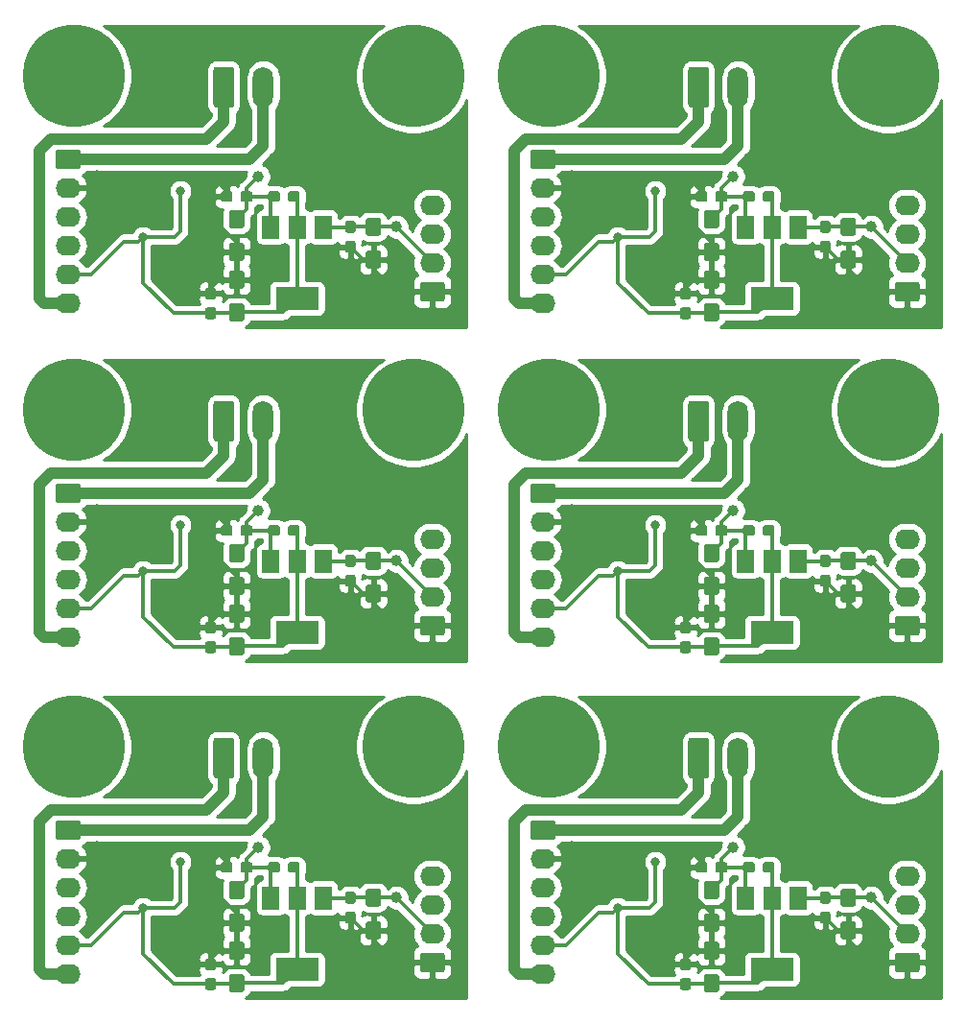
<source format=gbl>
G04 #@! TF.GenerationSoftware,KiCad,Pcbnew,(5.1.5)-3*
G04 #@! TF.CreationDate,2020-03-27T07:44:39+01:00*
G04 #@! TF.ProjectId,CODER_LEVEL_BOARD_V0.10,434f4445-525f-44c4-9556-454c5f424f41,rev?*
G04 #@! TF.SameCoordinates,Original*
G04 #@! TF.FileFunction,Copper,L2,Bot*
G04 #@! TF.FilePolarity,Positive*
%FSLAX46Y46*%
G04 Gerber Fmt 4.6, Leading zero omitted, Abs format (unit mm)*
G04 Created by KiCad (PCBNEW (5.1.5)-3) date 2020-03-27 07:44:39*
%MOMM*%
%LPD*%
G04 APERTURE LIST*
%ADD10C,0.100000*%
%ADD11O,2.200000X1.740000*%
%ADD12O,1.800000X3.600000*%
%ADD13R,1.500000X2.000000*%
%ADD14R,3.800000X2.000000*%
%ADD15C,9.000000*%
%ADD16C,1.000000*%
%ADD17C,0.800000*%
%ADD18C,0.300000*%
%ADD19C,1.000000*%
%ADD20C,0.254000*%
G04 APERTURE END LIST*
G04 #@! TA.AperFunction,SMDPad,CuDef*
D10*
G36*
X92524505Y-155129204D02*
G01*
X92548773Y-155132804D01*
X92572572Y-155138765D01*
X92595671Y-155147030D01*
X92617850Y-155157520D01*
X92638893Y-155170132D01*
X92658599Y-155184747D01*
X92676777Y-155201223D01*
X92693253Y-155219401D01*
X92707868Y-155239107D01*
X92720480Y-155260150D01*
X92730970Y-155282329D01*
X92739235Y-155305428D01*
X92745196Y-155329227D01*
X92748796Y-155353495D01*
X92750000Y-155377999D01*
X92750000Y-156453001D01*
X92748796Y-156477505D01*
X92745196Y-156501773D01*
X92739235Y-156525572D01*
X92730970Y-156548671D01*
X92720480Y-156570850D01*
X92707868Y-156591893D01*
X92693253Y-156611599D01*
X92676777Y-156629777D01*
X92658599Y-156646253D01*
X92638893Y-156660868D01*
X92617850Y-156673480D01*
X92595671Y-156683970D01*
X92572572Y-156692235D01*
X92548773Y-156698196D01*
X92524505Y-156701796D01*
X92500001Y-156703000D01*
X91649999Y-156703000D01*
X91625495Y-156701796D01*
X91601227Y-156698196D01*
X91577428Y-156692235D01*
X91554329Y-156683970D01*
X91532150Y-156673480D01*
X91511107Y-156660868D01*
X91491401Y-156646253D01*
X91473223Y-156629777D01*
X91456747Y-156611599D01*
X91442132Y-156591893D01*
X91429520Y-156570850D01*
X91419030Y-156548671D01*
X91410765Y-156525572D01*
X91404804Y-156501773D01*
X91401204Y-156477505D01*
X91400000Y-156453001D01*
X91400000Y-155377999D01*
X91401204Y-155353495D01*
X91404804Y-155329227D01*
X91410765Y-155305428D01*
X91419030Y-155282329D01*
X91429520Y-155260150D01*
X91442132Y-155239107D01*
X91456747Y-155219401D01*
X91473223Y-155201223D01*
X91491401Y-155184747D01*
X91511107Y-155170132D01*
X91532150Y-155157520D01*
X91554329Y-155147030D01*
X91577428Y-155138765D01*
X91601227Y-155132804D01*
X91625495Y-155129204D01*
X91649999Y-155128000D01*
X92500001Y-155128000D01*
X92524505Y-155129204D01*
G37*
G04 #@! TD.AperFunction*
G04 #@! TA.AperFunction,SMDPad,CuDef*
G36*
X92524505Y-158004204D02*
G01*
X92548773Y-158007804D01*
X92572572Y-158013765D01*
X92595671Y-158022030D01*
X92617850Y-158032520D01*
X92638893Y-158045132D01*
X92658599Y-158059747D01*
X92676777Y-158076223D01*
X92693253Y-158094401D01*
X92707868Y-158114107D01*
X92720480Y-158135150D01*
X92730970Y-158157329D01*
X92739235Y-158180428D01*
X92745196Y-158204227D01*
X92748796Y-158228495D01*
X92750000Y-158252999D01*
X92750000Y-159328001D01*
X92748796Y-159352505D01*
X92745196Y-159376773D01*
X92739235Y-159400572D01*
X92730970Y-159423671D01*
X92720480Y-159445850D01*
X92707868Y-159466893D01*
X92693253Y-159486599D01*
X92676777Y-159504777D01*
X92658599Y-159521253D01*
X92638893Y-159535868D01*
X92617850Y-159548480D01*
X92595671Y-159558970D01*
X92572572Y-159567235D01*
X92548773Y-159573196D01*
X92524505Y-159576796D01*
X92500001Y-159578000D01*
X91649999Y-159578000D01*
X91625495Y-159576796D01*
X91601227Y-159573196D01*
X91577428Y-159567235D01*
X91554329Y-159558970D01*
X91532150Y-159548480D01*
X91511107Y-159535868D01*
X91491401Y-159521253D01*
X91473223Y-159504777D01*
X91456747Y-159486599D01*
X91442132Y-159466893D01*
X91429520Y-159445850D01*
X91419030Y-159423671D01*
X91410765Y-159400572D01*
X91404804Y-159376773D01*
X91401204Y-159352505D01*
X91400000Y-159328001D01*
X91400000Y-158252999D01*
X91401204Y-158228495D01*
X91404804Y-158204227D01*
X91410765Y-158180428D01*
X91419030Y-158157329D01*
X91429520Y-158135150D01*
X91442132Y-158114107D01*
X91456747Y-158094401D01*
X91473223Y-158076223D01*
X91491401Y-158059747D01*
X91511107Y-158045132D01*
X91532150Y-158032520D01*
X91554329Y-158022030D01*
X91577428Y-158013765D01*
X91601227Y-158007804D01*
X91625495Y-158004204D01*
X91649999Y-158003000D01*
X92500001Y-158003000D01*
X92524505Y-158004204D01*
G37*
G04 #@! TD.AperFunction*
G04 #@! TA.AperFunction,SMDPad,CuDef*
G36*
X102368779Y-152483144D02*
G01*
X102391834Y-152486563D01*
X102414443Y-152492227D01*
X102436387Y-152500079D01*
X102457457Y-152510044D01*
X102477448Y-152522026D01*
X102496168Y-152535910D01*
X102513438Y-152551562D01*
X102529090Y-152568832D01*
X102542974Y-152587552D01*
X102554956Y-152607543D01*
X102564921Y-152628613D01*
X102572773Y-152650557D01*
X102578437Y-152673166D01*
X102581856Y-152696221D01*
X102583000Y-152719500D01*
X102583000Y-153294500D01*
X102581856Y-153317779D01*
X102578437Y-153340834D01*
X102572773Y-153363443D01*
X102564921Y-153385387D01*
X102554956Y-153406457D01*
X102542974Y-153426448D01*
X102529090Y-153445168D01*
X102513438Y-153462438D01*
X102496168Y-153478090D01*
X102477448Y-153491974D01*
X102457457Y-153503956D01*
X102436387Y-153513921D01*
X102414443Y-153521773D01*
X102391834Y-153527437D01*
X102368779Y-153530856D01*
X102345500Y-153532000D01*
X101870500Y-153532000D01*
X101847221Y-153530856D01*
X101824166Y-153527437D01*
X101801557Y-153521773D01*
X101779613Y-153513921D01*
X101758543Y-153503956D01*
X101738552Y-153491974D01*
X101719832Y-153478090D01*
X101702562Y-153462438D01*
X101686910Y-153445168D01*
X101673026Y-153426448D01*
X101661044Y-153406457D01*
X101651079Y-153385387D01*
X101643227Y-153363443D01*
X101637563Y-153340834D01*
X101634144Y-153317779D01*
X101633000Y-153294500D01*
X101633000Y-152719500D01*
X101634144Y-152696221D01*
X101637563Y-152673166D01*
X101643227Y-152650557D01*
X101651079Y-152628613D01*
X101661044Y-152607543D01*
X101673026Y-152587552D01*
X101686910Y-152568832D01*
X101702562Y-152551562D01*
X101719832Y-152535910D01*
X101738552Y-152522026D01*
X101758543Y-152510044D01*
X101779613Y-152500079D01*
X101801557Y-152492227D01*
X101824166Y-152486563D01*
X101847221Y-152483144D01*
X101870500Y-152482000D01*
X102345500Y-152482000D01*
X102368779Y-152483144D01*
G37*
G04 #@! TD.AperFunction*
G04 #@! TA.AperFunction,SMDPad,CuDef*
G36*
X102368779Y-150733144D02*
G01*
X102391834Y-150736563D01*
X102414443Y-150742227D01*
X102436387Y-150750079D01*
X102457457Y-150760044D01*
X102477448Y-150772026D01*
X102496168Y-150785910D01*
X102513438Y-150801562D01*
X102529090Y-150818832D01*
X102542974Y-150837552D01*
X102554956Y-150857543D01*
X102564921Y-150878613D01*
X102572773Y-150900557D01*
X102578437Y-150923166D01*
X102581856Y-150946221D01*
X102583000Y-150969500D01*
X102583000Y-151544500D01*
X102581856Y-151567779D01*
X102578437Y-151590834D01*
X102572773Y-151613443D01*
X102564921Y-151635387D01*
X102554956Y-151656457D01*
X102542974Y-151676448D01*
X102529090Y-151695168D01*
X102513438Y-151712438D01*
X102496168Y-151728090D01*
X102477448Y-151741974D01*
X102457457Y-151753956D01*
X102436387Y-151763921D01*
X102414443Y-151771773D01*
X102391834Y-151777437D01*
X102368779Y-151780856D01*
X102345500Y-151782000D01*
X101870500Y-151782000D01*
X101847221Y-151780856D01*
X101824166Y-151777437D01*
X101801557Y-151771773D01*
X101779613Y-151763921D01*
X101758543Y-151753956D01*
X101738552Y-151741974D01*
X101719832Y-151728090D01*
X101702562Y-151712438D01*
X101686910Y-151695168D01*
X101673026Y-151676448D01*
X101661044Y-151656457D01*
X101651079Y-151635387D01*
X101643227Y-151613443D01*
X101637563Y-151590834D01*
X101634144Y-151567779D01*
X101633000Y-151544500D01*
X101633000Y-150969500D01*
X101634144Y-150946221D01*
X101637563Y-150923166D01*
X101643227Y-150900557D01*
X101651079Y-150878613D01*
X101661044Y-150857543D01*
X101673026Y-150837552D01*
X101686910Y-150818832D01*
X101702562Y-150801562D01*
X101719832Y-150785910D01*
X101738552Y-150772026D01*
X101758543Y-150760044D01*
X101779613Y-150750079D01*
X101801557Y-150742227D01*
X101824166Y-150736563D01*
X101847221Y-150733144D01*
X101870500Y-150732000D01*
X102345500Y-150732000D01*
X102368779Y-150733144D01*
G37*
G04 #@! TD.AperFunction*
G04 #@! TA.AperFunction,SMDPad,CuDef*
G36*
X92524505Y-152670204D02*
G01*
X92548773Y-152673804D01*
X92572572Y-152679765D01*
X92595671Y-152688030D01*
X92617850Y-152698520D01*
X92638893Y-152711132D01*
X92658599Y-152725747D01*
X92676777Y-152742223D01*
X92693253Y-152760401D01*
X92707868Y-152780107D01*
X92720480Y-152801150D01*
X92730970Y-152823329D01*
X92739235Y-152846428D01*
X92745196Y-152870227D01*
X92748796Y-152894495D01*
X92750000Y-152918999D01*
X92750000Y-153994001D01*
X92748796Y-154018505D01*
X92745196Y-154042773D01*
X92739235Y-154066572D01*
X92730970Y-154089671D01*
X92720480Y-154111850D01*
X92707868Y-154132893D01*
X92693253Y-154152599D01*
X92676777Y-154170777D01*
X92658599Y-154187253D01*
X92638893Y-154201868D01*
X92617850Y-154214480D01*
X92595671Y-154224970D01*
X92572572Y-154233235D01*
X92548773Y-154239196D01*
X92524505Y-154242796D01*
X92500001Y-154244000D01*
X91649999Y-154244000D01*
X91625495Y-154242796D01*
X91601227Y-154239196D01*
X91577428Y-154233235D01*
X91554329Y-154224970D01*
X91532150Y-154214480D01*
X91511107Y-154201868D01*
X91491401Y-154187253D01*
X91473223Y-154170777D01*
X91456747Y-154152599D01*
X91442132Y-154132893D01*
X91429520Y-154111850D01*
X91419030Y-154089671D01*
X91410765Y-154066572D01*
X91404804Y-154042773D01*
X91401204Y-154018505D01*
X91400000Y-153994001D01*
X91400000Y-152918999D01*
X91401204Y-152894495D01*
X91404804Y-152870227D01*
X91410765Y-152846428D01*
X91419030Y-152823329D01*
X91429520Y-152801150D01*
X91442132Y-152780107D01*
X91456747Y-152760401D01*
X91473223Y-152742223D01*
X91491401Y-152725747D01*
X91511107Y-152711132D01*
X91532150Y-152698520D01*
X91554329Y-152688030D01*
X91577428Y-152679765D01*
X91601227Y-152673804D01*
X91625495Y-152670204D01*
X91649999Y-152669000D01*
X92500001Y-152669000D01*
X92524505Y-152670204D01*
G37*
G04 #@! TD.AperFunction*
G04 #@! TA.AperFunction,SMDPad,CuDef*
G36*
X92524505Y-149795204D02*
G01*
X92548773Y-149798804D01*
X92572572Y-149804765D01*
X92595671Y-149813030D01*
X92617850Y-149823520D01*
X92638893Y-149836132D01*
X92658599Y-149850747D01*
X92676777Y-149867223D01*
X92693253Y-149885401D01*
X92707868Y-149905107D01*
X92720480Y-149926150D01*
X92730970Y-149948329D01*
X92739235Y-149971428D01*
X92745196Y-149995227D01*
X92748796Y-150019495D01*
X92750000Y-150043999D01*
X92750000Y-151119001D01*
X92748796Y-151143505D01*
X92745196Y-151167773D01*
X92739235Y-151191572D01*
X92730970Y-151214671D01*
X92720480Y-151236850D01*
X92707868Y-151257893D01*
X92693253Y-151277599D01*
X92676777Y-151295777D01*
X92658599Y-151312253D01*
X92638893Y-151326868D01*
X92617850Y-151339480D01*
X92595671Y-151349970D01*
X92572572Y-151358235D01*
X92548773Y-151364196D01*
X92524505Y-151367796D01*
X92500001Y-151369000D01*
X91649999Y-151369000D01*
X91625495Y-151367796D01*
X91601227Y-151364196D01*
X91577428Y-151358235D01*
X91554329Y-151349970D01*
X91532150Y-151339480D01*
X91511107Y-151326868D01*
X91491401Y-151312253D01*
X91473223Y-151295777D01*
X91456747Y-151277599D01*
X91442132Y-151257893D01*
X91429520Y-151236850D01*
X91419030Y-151214671D01*
X91410765Y-151191572D01*
X91404804Y-151167773D01*
X91401204Y-151143505D01*
X91400000Y-151119001D01*
X91400000Y-150043999D01*
X91401204Y-150019495D01*
X91404804Y-149995227D01*
X91410765Y-149971428D01*
X91419030Y-149948329D01*
X91429520Y-149926150D01*
X91442132Y-149905107D01*
X91456747Y-149885401D01*
X91473223Y-149867223D01*
X91491401Y-149850747D01*
X91511107Y-149836132D01*
X91532150Y-149823520D01*
X91554329Y-149813030D01*
X91577428Y-149804765D01*
X91601227Y-149798804D01*
X91625495Y-149795204D01*
X91649999Y-149794000D01*
X92500001Y-149794000D01*
X92524505Y-149795204D01*
G37*
G04 #@! TD.AperFunction*
G04 #@! TA.AperFunction,ComponentPad*
G36*
X110221505Y-156103204D02*
G01*
X110245773Y-156106804D01*
X110269572Y-156112765D01*
X110292671Y-156121030D01*
X110314850Y-156131520D01*
X110335893Y-156144132D01*
X110355599Y-156158747D01*
X110373777Y-156175223D01*
X110390253Y-156193401D01*
X110404868Y-156213107D01*
X110417480Y-156234150D01*
X110427970Y-156256329D01*
X110436235Y-156279428D01*
X110442196Y-156303227D01*
X110445796Y-156327495D01*
X110447000Y-156351999D01*
X110447000Y-157592001D01*
X110445796Y-157616505D01*
X110442196Y-157640773D01*
X110436235Y-157664572D01*
X110427970Y-157687671D01*
X110417480Y-157709850D01*
X110404868Y-157730893D01*
X110390253Y-157750599D01*
X110373777Y-157768777D01*
X110355599Y-157785253D01*
X110335893Y-157799868D01*
X110314850Y-157812480D01*
X110292671Y-157822970D01*
X110269572Y-157831235D01*
X110245773Y-157837196D01*
X110221505Y-157840796D01*
X110197001Y-157842000D01*
X108496999Y-157842000D01*
X108472495Y-157840796D01*
X108448227Y-157837196D01*
X108424428Y-157831235D01*
X108401329Y-157822970D01*
X108379150Y-157812480D01*
X108358107Y-157799868D01*
X108338401Y-157785253D01*
X108320223Y-157768777D01*
X108303747Y-157750599D01*
X108289132Y-157730893D01*
X108276520Y-157709850D01*
X108266030Y-157687671D01*
X108257765Y-157664572D01*
X108251804Y-157640773D01*
X108248204Y-157616505D01*
X108247000Y-157592001D01*
X108247000Y-156351999D01*
X108248204Y-156327495D01*
X108251804Y-156303227D01*
X108257765Y-156279428D01*
X108266030Y-156256329D01*
X108276520Y-156234150D01*
X108289132Y-156213107D01*
X108303747Y-156193401D01*
X108320223Y-156175223D01*
X108338401Y-156158747D01*
X108358107Y-156144132D01*
X108379150Y-156131520D01*
X108401329Y-156121030D01*
X108424428Y-156112765D01*
X108448227Y-156106804D01*
X108472495Y-156103204D01*
X108496999Y-156102000D01*
X110197001Y-156102000D01*
X110221505Y-156103204D01*
G37*
G04 #@! TD.AperFunction*
D11*
X109347000Y-154432000D03*
X109347000Y-151892000D03*
X109347000Y-149352000D03*
G04 #@! TA.AperFunction,SMDPad,CuDef*
D10*
G36*
X104589505Y-153345704D02*
G01*
X104613773Y-153349304D01*
X104637572Y-153355265D01*
X104660671Y-153363530D01*
X104682850Y-153374020D01*
X104703893Y-153386632D01*
X104723599Y-153401247D01*
X104741777Y-153417723D01*
X104758253Y-153435901D01*
X104772868Y-153455607D01*
X104785480Y-153476650D01*
X104795970Y-153498829D01*
X104804235Y-153521928D01*
X104810196Y-153545727D01*
X104813796Y-153569995D01*
X104815000Y-153594499D01*
X104815000Y-154669501D01*
X104813796Y-154694005D01*
X104810196Y-154718273D01*
X104804235Y-154742072D01*
X104795970Y-154765171D01*
X104785480Y-154787350D01*
X104772868Y-154808393D01*
X104758253Y-154828099D01*
X104741777Y-154846277D01*
X104723599Y-154862753D01*
X104703893Y-154877368D01*
X104682850Y-154889980D01*
X104660671Y-154900470D01*
X104637572Y-154908735D01*
X104613773Y-154914696D01*
X104589505Y-154918296D01*
X104565001Y-154919500D01*
X103714999Y-154919500D01*
X103690495Y-154918296D01*
X103666227Y-154914696D01*
X103642428Y-154908735D01*
X103619329Y-154900470D01*
X103597150Y-154889980D01*
X103576107Y-154877368D01*
X103556401Y-154862753D01*
X103538223Y-154846277D01*
X103521747Y-154828099D01*
X103507132Y-154808393D01*
X103494520Y-154787350D01*
X103484030Y-154765171D01*
X103475765Y-154742072D01*
X103469804Y-154718273D01*
X103466204Y-154694005D01*
X103465000Y-154669501D01*
X103465000Y-153594499D01*
X103466204Y-153569995D01*
X103469804Y-153545727D01*
X103475765Y-153521928D01*
X103484030Y-153498829D01*
X103494520Y-153476650D01*
X103507132Y-153455607D01*
X103521747Y-153435901D01*
X103538223Y-153417723D01*
X103556401Y-153401247D01*
X103576107Y-153386632D01*
X103597150Y-153374020D01*
X103619329Y-153363530D01*
X103642428Y-153355265D01*
X103666227Y-153349304D01*
X103690495Y-153345704D01*
X103714999Y-153344500D01*
X104565001Y-153344500D01*
X104589505Y-153345704D01*
G37*
G04 #@! TD.AperFunction*
G04 #@! TA.AperFunction,SMDPad,CuDef*
G36*
X104589505Y-150470704D02*
G01*
X104613773Y-150474304D01*
X104637572Y-150480265D01*
X104660671Y-150488530D01*
X104682850Y-150499020D01*
X104703893Y-150511632D01*
X104723599Y-150526247D01*
X104741777Y-150542723D01*
X104758253Y-150560901D01*
X104772868Y-150580607D01*
X104785480Y-150601650D01*
X104795970Y-150623829D01*
X104804235Y-150646928D01*
X104810196Y-150670727D01*
X104813796Y-150694995D01*
X104815000Y-150719499D01*
X104815000Y-151794501D01*
X104813796Y-151819005D01*
X104810196Y-151843273D01*
X104804235Y-151867072D01*
X104795970Y-151890171D01*
X104785480Y-151912350D01*
X104772868Y-151933393D01*
X104758253Y-151953099D01*
X104741777Y-151971277D01*
X104723599Y-151987753D01*
X104703893Y-152002368D01*
X104682850Y-152014980D01*
X104660671Y-152025470D01*
X104637572Y-152033735D01*
X104613773Y-152039696D01*
X104589505Y-152043296D01*
X104565001Y-152044500D01*
X103714999Y-152044500D01*
X103690495Y-152043296D01*
X103666227Y-152039696D01*
X103642428Y-152033735D01*
X103619329Y-152025470D01*
X103597150Y-152014980D01*
X103576107Y-152002368D01*
X103556401Y-151987753D01*
X103538223Y-151971277D01*
X103521747Y-151953099D01*
X103507132Y-151933393D01*
X103494520Y-151912350D01*
X103484030Y-151890171D01*
X103475765Y-151867072D01*
X103469804Y-151843273D01*
X103466204Y-151819005D01*
X103465000Y-151794501D01*
X103465000Y-150719499D01*
X103466204Y-150694995D01*
X103469804Y-150670727D01*
X103475765Y-150646928D01*
X103484030Y-150623829D01*
X103494520Y-150601650D01*
X103507132Y-150580607D01*
X103521747Y-150560901D01*
X103538223Y-150542723D01*
X103556401Y-150526247D01*
X103576107Y-150511632D01*
X103597150Y-150499020D01*
X103619329Y-150488530D01*
X103642428Y-150480265D01*
X103666227Y-150474304D01*
X103690495Y-150470704D01*
X103714999Y-150469500D01*
X104565001Y-150469500D01*
X104589505Y-150470704D01*
G37*
G04 #@! TD.AperFunction*
G04 #@! TA.AperFunction,SMDPad,CuDef*
G36*
X60458779Y-150733144D02*
G01*
X60481834Y-150736563D01*
X60504443Y-150742227D01*
X60526387Y-150750079D01*
X60547457Y-150760044D01*
X60567448Y-150772026D01*
X60586168Y-150785910D01*
X60603438Y-150801562D01*
X60619090Y-150818832D01*
X60632974Y-150837552D01*
X60644956Y-150857543D01*
X60654921Y-150878613D01*
X60662773Y-150900557D01*
X60668437Y-150923166D01*
X60671856Y-150946221D01*
X60673000Y-150969500D01*
X60673000Y-151544500D01*
X60671856Y-151567779D01*
X60668437Y-151590834D01*
X60662773Y-151613443D01*
X60654921Y-151635387D01*
X60644956Y-151656457D01*
X60632974Y-151676448D01*
X60619090Y-151695168D01*
X60603438Y-151712438D01*
X60586168Y-151728090D01*
X60567448Y-151741974D01*
X60547457Y-151753956D01*
X60526387Y-151763921D01*
X60504443Y-151771773D01*
X60481834Y-151777437D01*
X60458779Y-151780856D01*
X60435500Y-151782000D01*
X59960500Y-151782000D01*
X59937221Y-151780856D01*
X59914166Y-151777437D01*
X59891557Y-151771773D01*
X59869613Y-151763921D01*
X59848543Y-151753956D01*
X59828552Y-151741974D01*
X59809832Y-151728090D01*
X59792562Y-151712438D01*
X59776910Y-151695168D01*
X59763026Y-151676448D01*
X59751044Y-151656457D01*
X59741079Y-151635387D01*
X59733227Y-151613443D01*
X59727563Y-151590834D01*
X59724144Y-151567779D01*
X59723000Y-151544500D01*
X59723000Y-150969500D01*
X59724144Y-150946221D01*
X59727563Y-150923166D01*
X59733227Y-150900557D01*
X59741079Y-150878613D01*
X59751044Y-150857543D01*
X59763026Y-150837552D01*
X59776910Y-150818832D01*
X59792562Y-150801562D01*
X59809832Y-150785910D01*
X59828552Y-150772026D01*
X59848543Y-150760044D01*
X59869613Y-150750079D01*
X59891557Y-150742227D01*
X59914166Y-150736563D01*
X59937221Y-150733144D01*
X59960500Y-150732000D01*
X60435500Y-150732000D01*
X60458779Y-150733144D01*
G37*
G04 #@! TD.AperFunction*
G04 #@! TA.AperFunction,SMDPad,CuDef*
G36*
X60458779Y-152483144D02*
G01*
X60481834Y-152486563D01*
X60504443Y-152492227D01*
X60526387Y-152500079D01*
X60547457Y-152510044D01*
X60567448Y-152522026D01*
X60586168Y-152535910D01*
X60603438Y-152551562D01*
X60619090Y-152568832D01*
X60632974Y-152587552D01*
X60644956Y-152607543D01*
X60654921Y-152628613D01*
X60662773Y-152650557D01*
X60668437Y-152673166D01*
X60671856Y-152696221D01*
X60673000Y-152719500D01*
X60673000Y-153294500D01*
X60671856Y-153317779D01*
X60668437Y-153340834D01*
X60662773Y-153363443D01*
X60654921Y-153385387D01*
X60644956Y-153406457D01*
X60632974Y-153426448D01*
X60619090Y-153445168D01*
X60603438Y-153462438D01*
X60586168Y-153478090D01*
X60567448Y-153491974D01*
X60547457Y-153503956D01*
X60526387Y-153513921D01*
X60504443Y-153521773D01*
X60481834Y-153527437D01*
X60458779Y-153530856D01*
X60435500Y-153532000D01*
X59960500Y-153532000D01*
X59937221Y-153530856D01*
X59914166Y-153527437D01*
X59891557Y-153521773D01*
X59869613Y-153513921D01*
X59848543Y-153503956D01*
X59828552Y-153491974D01*
X59809832Y-153478090D01*
X59792562Y-153462438D01*
X59776910Y-153445168D01*
X59763026Y-153426448D01*
X59751044Y-153406457D01*
X59741079Y-153385387D01*
X59733227Y-153363443D01*
X59727563Y-153340834D01*
X59724144Y-153317779D01*
X59723000Y-153294500D01*
X59723000Y-152719500D01*
X59724144Y-152696221D01*
X59727563Y-152673166D01*
X59733227Y-152650557D01*
X59741079Y-152628613D01*
X59751044Y-152607543D01*
X59763026Y-152587552D01*
X59776910Y-152568832D01*
X59792562Y-152551562D01*
X59809832Y-152535910D01*
X59828552Y-152522026D01*
X59848543Y-152510044D01*
X59869613Y-152500079D01*
X59891557Y-152492227D01*
X59914166Y-152486563D01*
X59937221Y-152483144D01*
X59960500Y-152482000D01*
X60435500Y-152482000D01*
X60458779Y-152483144D01*
G37*
G04 #@! TD.AperFunction*
D11*
X67437000Y-149352000D03*
X67437000Y-151892000D03*
X67437000Y-154432000D03*
G04 #@! TA.AperFunction,ComponentPad*
D10*
G36*
X68311505Y-156103204D02*
G01*
X68335773Y-156106804D01*
X68359572Y-156112765D01*
X68382671Y-156121030D01*
X68404850Y-156131520D01*
X68425893Y-156144132D01*
X68445599Y-156158747D01*
X68463777Y-156175223D01*
X68480253Y-156193401D01*
X68494868Y-156213107D01*
X68507480Y-156234150D01*
X68517970Y-156256329D01*
X68526235Y-156279428D01*
X68532196Y-156303227D01*
X68535796Y-156327495D01*
X68537000Y-156351999D01*
X68537000Y-157592001D01*
X68535796Y-157616505D01*
X68532196Y-157640773D01*
X68526235Y-157664572D01*
X68517970Y-157687671D01*
X68507480Y-157709850D01*
X68494868Y-157730893D01*
X68480253Y-157750599D01*
X68463777Y-157768777D01*
X68445599Y-157785253D01*
X68425893Y-157799868D01*
X68404850Y-157812480D01*
X68382671Y-157822970D01*
X68359572Y-157831235D01*
X68335773Y-157837196D01*
X68311505Y-157840796D01*
X68287001Y-157842000D01*
X66586999Y-157842000D01*
X66562495Y-157840796D01*
X66538227Y-157837196D01*
X66514428Y-157831235D01*
X66491329Y-157822970D01*
X66469150Y-157812480D01*
X66448107Y-157799868D01*
X66428401Y-157785253D01*
X66410223Y-157768777D01*
X66393747Y-157750599D01*
X66379132Y-157730893D01*
X66366520Y-157709850D01*
X66356030Y-157687671D01*
X66347765Y-157664572D01*
X66341804Y-157640773D01*
X66338204Y-157616505D01*
X66337000Y-157592001D01*
X66337000Y-156351999D01*
X66338204Y-156327495D01*
X66341804Y-156303227D01*
X66347765Y-156279428D01*
X66356030Y-156256329D01*
X66366520Y-156234150D01*
X66379132Y-156213107D01*
X66393747Y-156193401D01*
X66410223Y-156175223D01*
X66428401Y-156158747D01*
X66448107Y-156144132D01*
X66469150Y-156131520D01*
X66491329Y-156121030D01*
X66514428Y-156112765D01*
X66538227Y-156106804D01*
X66562495Y-156103204D01*
X66586999Y-156102000D01*
X68287001Y-156102000D01*
X68311505Y-156103204D01*
G37*
G04 #@! TD.AperFunction*
G04 #@! TA.AperFunction,ComponentPad*
G36*
X91606504Y-137139204D02*
G01*
X91630773Y-137142804D01*
X91654571Y-137148765D01*
X91677671Y-137157030D01*
X91699849Y-137167520D01*
X91720893Y-137180133D01*
X91740598Y-137194747D01*
X91758777Y-137211223D01*
X91775253Y-137229402D01*
X91789867Y-137249107D01*
X91802480Y-137270151D01*
X91812970Y-137292329D01*
X91821235Y-137315429D01*
X91827196Y-137339227D01*
X91830796Y-137363496D01*
X91832000Y-137388000D01*
X91832000Y-140488000D01*
X91830796Y-140512504D01*
X91827196Y-140536773D01*
X91821235Y-140560571D01*
X91812970Y-140583671D01*
X91802480Y-140605849D01*
X91789867Y-140626893D01*
X91775253Y-140646598D01*
X91758777Y-140664777D01*
X91740598Y-140681253D01*
X91720893Y-140695867D01*
X91699849Y-140708480D01*
X91677671Y-140718970D01*
X91654571Y-140727235D01*
X91630773Y-140733196D01*
X91606504Y-140736796D01*
X91582000Y-140738000D01*
X90282000Y-140738000D01*
X90257496Y-140736796D01*
X90233227Y-140733196D01*
X90209429Y-140727235D01*
X90186329Y-140718970D01*
X90164151Y-140708480D01*
X90143107Y-140695867D01*
X90123402Y-140681253D01*
X90105223Y-140664777D01*
X90088747Y-140646598D01*
X90074133Y-140626893D01*
X90061520Y-140605849D01*
X90051030Y-140583671D01*
X90042765Y-140560571D01*
X90036804Y-140536773D01*
X90033204Y-140512504D01*
X90032000Y-140488000D01*
X90032000Y-137388000D01*
X90033204Y-137363496D01*
X90036804Y-137339227D01*
X90042765Y-137315429D01*
X90051030Y-137292329D01*
X90061520Y-137270151D01*
X90074133Y-137249107D01*
X90088747Y-137229402D01*
X90105223Y-137211223D01*
X90123402Y-137194747D01*
X90143107Y-137180133D01*
X90164151Y-137167520D01*
X90186329Y-137157030D01*
X90209429Y-137148765D01*
X90233227Y-137142804D01*
X90257496Y-137139204D01*
X90282000Y-137138000D01*
X91582000Y-137138000D01*
X91606504Y-137139204D01*
G37*
G04 #@! TD.AperFunction*
D12*
X94432000Y-138938000D03*
G04 #@! TA.AperFunction,SMDPad,CuDef*
D10*
G36*
X90049779Y-158353144D02*
G01*
X90072834Y-158356563D01*
X90095443Y-158362227D01*
X90117387Y-158370079D01*
X90138457Y-158380044D01*
X90158448Y-158392026D01*
X90177168Y-158405910D01*
X90194438Y-158421562D01*
X90210090Y-158438832D01*
X90223974Y-158457552D01*
X90235956Y-158477543D01*
X90245921Y-158498613D01*
X90253773Y-158520557D01*
X90259437Y-158543166D01*
X90262856Y-158566221D01*
X90264000Y-158589500D01*
X90264000Y-159164500D01*
X90262856Y-159187779D01*
X90259437Y-159210834D01*
X90253773Y-159233443D01*
X90245921Y-159255387D01*
X90235956Y-159276457D01*
X90223974Y-159296448D01*
X90210090Y-159315168D01*
X90194438Y-159332438D01*
X90177168Y-159348090D01*
X90158448Y-159361974D01*
X90138457Y-159373956D01*
X90117387Y-159383921D01*
X90095443Y-159391773D01*
X90072834Y-159397437D01*
X90049779Y-159400856D01*
X90026500Y-159402000D01*
X89551500Y-159402000D01*
X89528221Y-159400856D01*
X89505166Y-159397437D01*
X89482557Y-159391773D01*
X89460613Y-159383921D01*
X89439543Y-159373956D01*
X89419552Y-159361974D01*
X89400832Y-159348090D01*
X89383562Y-159332438D01*
X89367910Y-159315168D01*
X89354026Y-159296448D01*
X89342044Y-159276457D01*
X89332079Y-159255387D01*
X89324227Y-159233443D01*
X89318563Y-159210834D01*
X89315144Y-159187779D01*
X89314000Y-159164500D01*
X89314000Y-158589500D01*
X89315144Y-158566221D01*
X89318563Y-158543166D01*
X89324227Y-158520557D01*
X89332079Y-158498613D01*
X89342044Y-158477543D01*
X89354026Y-158457552D01*
X89367910Y-158438832D01*
X89383562Y-158421562D01*
X89400832Y-158405910D01*
X89419552Y-158392026D01*
X89439543Y-158380044D01*
X89460613Y-158370079D01*
X89482557Y-158362227D01*
X89505166Y-158356563D01*
X89528221Y-158353144D01*
X89551500Y-158352000D01*
X90026500Y-158352000D01*
X90049779Y-158353144D01*
G37*
G04 #@! TD.AperFunction*
G04 #@! TA.AperFunction,SMDPad,CuDef*
G36*
X90049779Y-156603144D02*
G01*
X90072834Y-156606563D01*
X90095443Y-156612227D01*
X90117387Y-156620079D01*
X90138457Y-156630044D01*
X90158448Y-156642026D01*
X90177168Y-156655910D01*
X90194438Y-156671562D01*
X90210090Y-156688832D01*
X90223974Y-156707552D01*
X90235956Y-156727543D01*
X90245921Y-156748613D01*
X90253773Y-156770557D01*
X90259437Y-156793166D01*
X90262856Y-156816221D01*
X90264000Y-156839500D01*
X90264000Y-157414500D01*
X90262856Y-157437779D01*
X90259437Y-157460834D01*
X90253773Y-157483443D01*
X90245921Y-157505387D01*
X90235956Y-157526457D01*
X90223974Y-157546448D01*
X90210090Y-157565168D01*
X90194438Y-157582438D01*
X90177168Y-157598090D01*
X90158448Y-157611974D01*
X90138457Y-157623956D01*
X90117387Y-157633921D01*
X90095443Y-157641773D01*
X90072834Y-157647437D01*
X90049779Y-157650856D01*
X90026500Y-157652000D01*
X89551500Y-157652000D01*
X89528221Y-157650856D01*
X89505166Y-157647437D01*
X89482557Y-157641773D01*
X89460613Y-157633921D01*
X89439543Y-157623956D01*
X89419552Y-157611974D01*
X89400832Y-157598090D01*
X89383562Y-157582438D01*
X89367910Y-157565168D01*
X89354026Y-157546448D01*
X89342044Y-157526457D01*
X89332079Y-157505387D01*
X89324227Y-157483443D01*
X89318563Y-157460834D01*
X89315144Y-157437779D01*
X89314000Y-157414500D01*
X89314000Y-156839500D01*
X89315144Y-156816221D01*
X89318563Y-156793166D01*
X89324227Y-156770557D01*
X89332079Y-156748613D01*
X89342044Y-156727543D01*
X89354026Y-156707552D01*
X89367910Y-156688832D01*
X89383562Y-156671562D01*
X89400832Y-156655910D01*
X89419552Y-156642026D01*
X89439543Y-156630044D01*
X89460613Y-156620079D01*
X89482557Y-156612227D01*
X89505166Y-156606563D01*
X89528221Y-156603144D01*
X89551500Y-156602000D01*
X90026500Y-156602000D01*
X90049779Y-156603144D01*
G37*
G04 #@! TD.AperFunction*
G04 #@! TA.AperFunction,ComponentPad*
G36*
X78090505Y-144419204D02*
G01*
X78114773Y-144422804D01*
X78138572Y-144428765D01*
X78161671Y-144437030D01*
X78183850Y-144447520D01*
X78204893Y-144460132D01*
X78224599Y-144474747D01*
X78242777Y-144491223D01*
X78259253Y-144509401D01*
X78273868Y-144529107D01*
X78286480Y-144550150D01*
X78296970Y-144572329D01*
X78305235Y-144595428D01*
X78311196Y-144619227D01*
X78314796Y-144643495D01*
X78316000Y-144667999D01*
X78316000Y-145908001D01*
X78314796Y-145932505D01*
X78311196Y-145956773D01*
X78305235Y-145980572D01*
X78296970Y-146003671D01*
X78286480Y-146025850D01*
X78273868Y-146046893D01*
X78259253Y-146066599D01*
X78242777Y-146084777D01*
X78224599Y-146101253D01*
X78204893Y-146115868D01*
X78183850Y-146128480D01*
X78161671Y-146138970D01*
X78138572Y-146147235D01*
X78114773Y-146153196D01*
X78090505Y-146156796D01*
X78066001Y-146158000D01*
X76365999Y-146158000D01*
X76341495Y-146156796D01*
X76317227Y-146153196D01*
X76293428Y-146147235D01*
X76270329Y-146138970D01*
X76248150Y-146128480D01*
X76227107Y-146115868D01*
X76207401Y-146101253D01*
X76189223Y-146084777D01*
X76172747Y-146066599D01*
X76158132Y-146046893D01*
X76145520Y-146025850D01*
X76135030Y-146003671D01*
X76126765Y-145980572D01*
X76120804Y-145956773D01*
X76117204Y-145932505D01*
X76116000Y-145908001D01*
X76116000Y-144667999D01*
X76117204Y-144643495D01*
X76120804Y-144619227D01*
X76126765Y-144595428D01*
X76135030Y-144572329D01*
X76145520Y-144550150D01*
X76158132Y-144529107D01*
X76172747Y-144509401D01*
X76189223Y-144491223D01*
X76207401Y-144474747D01*
X76227107Y-144460132D01*
X76248150Y-144447520D01*
X76270329Y-144437030D01*
X76293428Y-144428765D01*
X76317227Y-144422804D01*
X76341495Y-144419204D01*
X76365999Y-144418000D01*
X78066001Y-144418000D01*
X78090505Y-144419204D01*
G37*
G04 #@! TD.AperFunction*
D11*
X77216000Y-147828000D03*
X77216000Y-150368000D03*
X77216000Y-152908000D03*
X77216000Y-155448000D03*
X77216000Y-157988000D03*
G04 #@! TA.AperFunction,SMDPad,CuDef*
D10*
G36*
X48139779Y-156603144D02*
G01*
X48162834Y-156606563D01*
X48185443Y-156612227D01*
X48207387Y-156620079D01*
X48228457Y-156630044D01*
X48248448Y-156642026D01*
X48267168Y-156655910D01*
X48284438Y-156671562D01*
X48300090Y-156688832D01*
X48313974Y-156707552D01*
X48325956Y-156727543D01*
X48335921Y-156748613D01*
X48343773Y-156770557D01*
X48349437Y-156793166D01*
X48352856Y-156816221D01*
X48354000Y-156839500D01*
X48354000Y-157414500D01*
X48352856Y-157437779D01*
X48349437Y-157460834D01*
X48343773Y-157483443D01*
X48335921Y-157505387D01*
X48325956Y-157526457D01*
X48313974Y-157546448D01*
X48300090Y-157565168D01*
X48284438Y-157582438D01*
X48267168Y-157598090D01*
X48248448Y-157611974D01*
X48228457Y-157623956D01*
X48207387Y-157633921D01*
X48185443Y-157641773D01*
X48162834Y-157647437D01*
X48139779Y-157650856D01*
X48116500Y-157652000D01*
X47641500Y-157652000D01*
X47618221Y-157650856D01*
X47595166Y-157647437D01*
X47572557Y-157641773D01*
X47550613Y-157633921D01*
X47529543Y-157623956D01*
X47509552Y-157611974D01*
X47490832Y-157598090D01*
X47473562Y-157582438D01*
X47457910Y-157565168D01*
X47444026Y-157546448D01*
X47432044Y-157526457D01*
X47422079Y-157505387D01*
X47414227Y-157483443D01*
X47408563Y-157460834D01*
X47405144Y-157437779D01*
X47404000Y-157414500D01*
X47404000Y-156839500D01*
X47405144Y-156816221D01*
X47408563Y-156793166D01*
X47414227Y-156770557D01*
X47422079Y-156748613D01*
X47432044Y-156727543D01*
X47444026Y-156707552D01*
X47457910Y-156688832D01*
X47473562Y-156671562D01*
X47490832Y-156655910D01*
X47509552Y-156642026D01*
X47529543Y-156630044D01*
X47550613Y-156620079D01*
X47572557Y-156612227D01*
X47595166Y-156606563D01*
X47618221Y-156603144D01*
X47641500Y-156602000D01*
X48116500Y-156602000D01*
X48139779Y-156603144D01*
G37*
G04 #@! TD.AperFunction*
G04 #@! TA.AperFunction,SMDPad,CuDef*
G36*
X48139779Y-158353144D02*
G01*
X48162834Y-158356563D01*
X48185443Y-158362227D01*
X48207387Y-158370079D01*
X48228457Y-158380044D01*
X48248448Y-158392026D01*
X48267168Y-158405910D01*
X48284438Y-158421562D01*
X48300090Y-158438832D01*
X48313974Y-158457552D01*
X48325956Y-158477543D01*
X48335921Y-158498613D01*
X48343773Y-158520557D01*
X48349437Y-158543166D01*
X48352856Y-158566221D01*
X48354000Y-158589500D01*
X48354000Y-159164500D01*
X48352856Y-159187779D01*
X48349437Y-159210834D01*
X48343773Y-159233443D01*
X48335921Y-159255387D01*
X48325956Y-159276457D01*
X48313974Y-159296448D01*
X48300090Y-159315168D01*
X48284438Y-159332438D01*
X48267168Y-159348090D01*
X48248448Y-159361974D01*
X48228457Y-159373956D01*
X48207387Y-159383921D01*
X48185443Y-159391773D01*
X48162834Y-159397437D01*
X48139779Y-159400856D01*
X48116500Y-159402000D01*
X47641500Y-159402000D01*
X47618221Y-159400856D01*
X47595166Y-159397437D01*
X47572557Y-159391773D01*
X47550613Y-159383921D01*
X47529543Y-159373956D01*
X47509552Y-159361974D01*
X47490832Y-159348090D01*
X47473562Y-159332438D01*
X47457910Y-159315168D01*
X47444026Y-159296448D01*
X47432044Y-159276457D01*
X47422079Y-159255387D01*
X47414227Y-159233443D01*
X47408563Y-159210834D01*
X47405144Y-159187779D01*
X47404000Y-159164500D01*
X47404000Y-158589500D01*
X47405144Y-158566221D01*
X47408563Y-158543166D01*
X47414227Y-158520557D01*
X47422079Y-158498613D01*
X47432044Y-158477543D01*
X47444026Y-158457552D01*
X47457910Y-158438832D01*
X47473562Y-158421562D01*
X47490832Y-158405910D01*
X47509552Y-158392026D01*
X47529543Y-158380044D01*
X47550613Y-158370079D01*
X47572557Y-158362227D01*
X47595166Y-158356563D01*
X47618221Y-158353144D01*
X47641500Y-158352000D01*
X48116500Y-158352000D01*
X48139779Y-158353144D01*
G37*
G04 #@! TD.AperFunction*
G04 #@! TA.AperFunction,SMDPad,CuDef*
G36*
X50614505Y-149795204D02*
G01*
X50638773Y-149798804D01*
X50662572Y-149804765D01*
X50685671Y-149813030D01*
X50707850Y-149823520D01*
X50728893Y-149836132D01*
X50748599Y-149850747D01*
X50766777Y-149867223D01*
X50783253Y-149885401D01*
X50797868Y-149905107D01*
X50810480Y-149926150D01*
X50820970Y-149948329D01*
X50829235Y-149971428D01*
X50835196Y-149995227D01*
X50838796Y-150019495D01*
X50840000Y-150043999D01*
X50840000Y-151119001D01*
X50838796Y-151143505D01*
X50835196Y-151167773D01*
X50829235Y-151191572D01*
X50820970Y-151214671D01*
X50810480Y-151236850D01*
X50797868Y-151257893D01*
X50783253Y-151277599D01*
X50766777Y-151295777D01*
X50748599Y-151312253D01*
X50728893Y-151326868D01*
X50707850Y-151339480D01*
X50685671Y-151349970D01*
X50662572Y-151358235D01*
X50638773Y-151364196D01*
X50614505Y-151367796D01*
X50590001Y-151369000D01*
X49739999Y-151369000D01*
X49715495Y-151367796D01*
X49691227Y-151364196D01*
X49667428Y-151358235D01*
X49644329Y-151349970D01*
X49622150Y-151339480D01*
X49601107Y-151326868D01*
X49581401Y-151312253D01*
X49563223Y-151295777D01*
X49546747Y-151277599D01*
X49532132Y-151257893D01*
X49519520Y-151236850D01*
X49509030Y-151214671D01*
X49500765Y-151191572D01*
X49494804Y-151167773D01*
X49491204Y-151143505D01*
X49490000Y-151119001D01*
X49490000Y-150043999D01*
X49491204Y-150019495D01*
X49494804Y-149995227D01*
X49500765Y-149971428D01*
X49509030Y-149948329D01*
X49519520Y-149926150D01*
X49532132Y-149905107D01*
X49546747Y-149885401D01*
X49563223Y-149867223D01*
X49581401Y-149850747D01*
X49601107Y-149836132D01*
X49622150Y-149823520D01*
X49644329Y-149813030D01*
X49667428Y-149804765D01*
X49691227Y-149798804D01*
X49715495Y-149795204D01*
X49739999Y-149794000D01*
X50590001Y-149794000D01*
X50614505Y-149795204D01*
G37*
G04 #@! TD.AperFunction*
G04 #@! TA.AperFunction,SMDPad,CuDef*
G36*
X50614505Y-152670204D02*
G01*
X50638773Y-152673804D01*
X50662572Y-152679765D01*
X50685671Y-152688030D01*
X50707850Y-152698520D01*
X50728893Y-152711132D01*
X50748599Y-152725747D01*
X50766777Y-152742223D01*
X50783253Y-152760401D01*
X50797868Y-152780107D01*
X50810480Y-152801150D01*
X50820970Y-152823329D01*
X50829235Y-152846428D01*
X50835196Y-152870227D01*
X50838796Y-152894495D01*
X50840000Y-152918999D01*
X50840000Y-153994001D01*
X50838796Y-154018505D01*
X50835196Y-154042773D01*
X50829235Y-154066572D01*
X50820970Y-154089671D01*
X50810480Y-154111850D01*
X50797868Y-154132893D01*
X50783253Y-154152599D01*
X50766777Y-154170777D01*
X50748599Y-154187253D01*
X50728893Y-154201868D01*
X50707850Y-154214480D01*
X50685671Y-154224970D01*
X50662572Y-154233235D01*
X50638773Y-154239196D01*
X50614505Y-154242796D01*
X50590001Y-154244000D01*
X49739999Y-154244000D01*
X49715495Y-154242796D01*
X49691227Y-154239196D01*
X49667428Y-154233235D01*
X49644329Y-154224970D01*
X49622150Y-154214480D01*
X49601107Y-154201868D01*
X49581401Y-154187253D01*
X49563223Y-154170777D01*
X49546747Y-154152599D01*
X49532132Y-154132893D01*
X49519520Y-154111850D01*
X49509030Y-154089671D01*
X49500765Y-154066572D01*
X49494804Y-154042773D01*
X49491204Y-154018505D01*
X49490000Y-153994001D01*
X49490000Y-152918999D01*
X49491204Y-152894495D01*
X49494804Y-152870227D01*
X49500765Y-152846428D01*
X49509030Y-152823329D01*
X49519520Y-152801150D01*
X49532132Y-152780107D01*
X49546747Y-152760401D01*
X49563223Y-152742223D01*
X49581401Y-152725747D01*
X49601107Y-152711132D01*
X49622150Y-152698520D01*
X49644329Y-152688030D01*
X49667428Y-152679765D01*
X49691227Y-152673804D01*
X49715495Y-152670204D01*
X49739999Y-152669000D01*
X50590001Y-152669000D01*
X50614505Y-152670204D01*
G37*
G04 #@! TD.AperFunction*
G04 #@! TA.AperFunction,SMDPad,CuDef*
G36*
X50614505Y-158004204D02*
G01*
X50638773Y-158007804D01*
X50662572Y-158013765D01*
X50685671Y-158022030D01*
X50707850Y-158032520D01*
X50728893Y-158045132D01*
X50748599Y-158059747D01*
X50766777Y-158076223D01*
X50783253Y-158094401D01*
X50797868Y-158114107D01*
X50810480Y-158135150D01*
X50820970Y-158157329D01*
X50829235Y-158180428D01*
X50835196Y-158204227D01*
X50838796Y-158228495D01*
X50840000Y-158252999D01*
X50840000Y-159328001D01*
X50838796Y-159352505D01*
X50835196Y-159376773D01*
X50829235Y-159400572D01*
X50820970Y-159423671D01*
X50810480Y-159445850D01*
X50797868Y-159466893D01*
X50783253Y-159486599D01*
X50766777Y-159504777D01*
X50748599Y-159521253D01*
X50728893Y-159535868D01*
X50707850Y-159548480D01*
X50685671Y-159558970D01*
X50662572Y-159567235D01*
X50638773Y-159573196D01*
X50614505Y-159576796D01*
X50590001Y-159578000D01*
X49739999Y-159578000D01*
X49715495Y-159576796D01*
X49691227Y-159573196D01*
X49667428Y-159567235D01*
X49644329Y-159558970D01*
X49622150Y-159548480D01*
X49601107Y-159535868D01*
X49581401Y-159521253D01*
X49563223Y-159504777D01*
X49546747Y-159486599D01*
X49532132Y-159466893D01*
X49519520Y-159445850D01*
X49509030Y-159423671D01*
X49500765Y-159400572D01*
X49494804Y-159376773D01*
X49491204Y-159352505D01*
X49490000Y-159328001D01*
X49490000Y-158252999D01*
X49491204Y-158228495D01*
X49494804Y-158204227D01*
X49500765Y-158180428D01*
X49509030Y-158157329D01*
X49519520Y-158135150D01*
X49532132Y-158114107D01*
X49546747Y-158094401D01*
X49563223Y-158076223D01*
X49581401Y-158059747D01*
X49601107Y-158045132D01*
X49622150Y-158032520D01*
X49644329Y-158022030D01*
X49667428Y-158013765D01*
X49691227Y-158007804D01*
X49715495Y-158004204D01*
X49739999Y-158003000D01*
X50590001Y-158003000D01*
X50614505Y-158004204D01*
G37*
G04 #@! TD.AperFunction*
G04 #@! TA.AperFunction,SMDPad,CuDef*
G36*
X50614505Y-155129204D02*
G01*
X50638773Y-155132804D01*
X50662572Y-155138765D01*
X50685671Y-155147030D01*
X50707850Y-155157520D01*
X50728893Y-155170132D01*
X50748599Y-155184747D01*
X50766777Y-155201223D01*
X50783253Y-155219401D01*
X50797868Y-155239107D01*
X50810480Y-155260150D01*
X50820970Y-155282329D01*
X50829235Y-155305428D01*
X50835196Y-155329227D01*
X50838796Y-155353495D01*
X50840000Y-155377999D01*
X50840000Y-156453001D01*
X50838796Y-156477505D01*
X50835196Y-156501773D01*
X50829235Y-156525572D01*
X50820970Y-156548671D01*
X50810480Y-156570850D01*
X50797868Y-156591893D01*
X50783253Y-156611599D01*
X50766777Y-156629777D01*
X50748599Y-156646253D01*
X50728893Y-156660868D01*
X50707850Y-156673480D01*
X50685671Y-156683970D01*
X50662572Y-156692235D01*
X50638773Y-156698196D01*
X50614505Y-156701796D01*
X50590001Y-156703000D01*
X49739999Y-156703000D01*
X49715495Y-156701796D01*
X49691227Y-156698196D01*
X49667428Y-156692235D01*
X49644329Y-156683970D01*
X49622150Y-156673480D01*
X49601107Y-156660868D01*
X49581401Y-156646253D01*
X49563223Y-156629777D01*
X49546747Y-156611599D01*
X49532132Y-156591893D01*
X49519520Y-156570850D01*
X49509030Y-156548671D01*
X49500765Y-156525572D01*
X49494804Y-156501773D01*
X49491204Y-156477505D01*
X49490000Y-156453001D01*
X49490000Y-155377999D01*
X49491204Y-155353495D01*
X49494804Y-155329227D01*
X49500765Y-155305428D01*
X49509030Y-155282329D01*
X49519520Y-155260150D01*
X49532132Y-155239107D01*
X49546747Y-155219401D01*
X49563223Y-155201223D01*
X49581401Y-155184747D01*
X49601107Y-155170132D01*
X49622150Y-155157520D01*
X49644329Y-155147030D01*
X49667428Y-155138765D01*
X49691227Y-155132804D01*
X49715495Y-155129204D01*
X49739999Y-155128000D01*
X50590001Y-155128000D01*
X50614505Y-155129204D01*
G37*
G04 #@! TD.AperFunction*
G04 #@! TA.AperFunction,SMDPad,CuDef*
G36*
X62679505Y-150470704D02*
G01*
X62703773Y-150474304D01*
X62727572Y-150480265D01*
X62750671Y-150488530D01*
X62772850Y-150499020D01*
X62793893Y-150511632D01*
X62813599Y-150526247D01*
X62831777Y-150542723D01*
X62848253Y-150560901D01*
X62862868Y-150580607D01*
X62875480Y-150601650D01*
X62885970Y-150623829D01*
X62894235Y-150646928D01*
X62900196Y-150670727D01*
X62903796Y-150694995D01*
X62905000Y-150719499D01*
X62905000Y-151794501D01*
X62903796Y-151819005D01*
X62900196Y-151843273D01*
X62894235Y-151867072D01*
X62885970Y-151890171D01*
X62875480Y-151912350D01*
X62862868Y-151933393D01*
X62848253Y-151953099D01*
X62831777Y-151971277D01*
X62813599Y-151987753D01*
X62793893Y-152002368D01*
X62772850Y-152014980D01*
X62750671Y-152025470D01*
X62727572Y-152033735D01*
X62703773Y-152039696D01*
X62679505Y-152043296D01*
X62655001Y-152044500D01*
X61804999Y-152044500D01*
X61780495Y-152043296D01*
X61756227Y-152039696D01*
X61732428Y-152033735D01*
X61709329Y-152025470D01*
X61687150Y-152014980D01*
X61666107Y-152002368D01*
X61646401Y-151987753D01*
X61628223Y-151971277D01*
X61611747Y-151953099D01*
X61597132Y-151933393D01*
X61584520Y-151912350D01*
X61574030Y-151890171D01*
X61565765Y-151867072D01*
X61559804Y-151843273D01*
X61556204Y-151819005D01*
X61555000Y-151794501D01*
X61555000Y-150719499D01*
X61556204Y-150694995D01*
X61559804Y-150670727D01*
X61565765Y-150646928D01*
X61574030Y-150623829D01*
X61584520Y-150601650D01*
X61597132Y-150580607D01*
X61611747Y-150560901D01*
X61628223Y-150542723D01*
X61646401Y-150526247D01*
X61666107Y-150511632D01*
X61687150Y-150499020D01*
X61709329Y-150488530D01*
X61732428Y-150480265D01*
X61756227Y-150474304D01*
X61780495Y-150470704D01*
X61804999Y-150469500D01*
X62655001Y-150469500D01*
X62679505Y-150470704D01*
G37*
G04 #@! TD.AperFunction*
G04 #@! TA.AperFunction,SMDPad,CuDef*
G36*
X62679505Y-153345704D02*
G01*
X62703773Y-153349304D01*
X62727572Y-153355265D01*
X62750671Y-153363530D01*
X62772850Y-153374020D01*
X62793893Y-153386632D01*
X62813599Y-153401247D01*
X62831777Y-153417723D01*
X62848253Y-153435901D01*
X62862868Y-153455607D01*
X62875480Y-153476650D01*
X62885970Y-153498829D01*
X62894235Y-153521928D01*
X62900196Y-153545727D01*
X62903796Y-153569995D01*
X62905000Y-153594499D01*
X62905000Y-154669501D01*
X62903796Y-154694005D01*
X62900196Y-154718273D01*
X62894235Y-154742072D01*
X62885970Y-154765171D01*
X62875480Y-154787350D01*
X62862868Y-154808393D01*
X62848253Y-154828099D01*
X62831777Y-154846277D01*
X62813599Y-154862753D01*
X62793893Y-154877368D01*
X62772850Y-154889980D01*
X62750671Y-154900470D01*
X62727572Y-154908735D01*
X62703773Y-154914696D01*
X62679505Y-154918296D01*
X62655001Y-154919500D01*
X61804999Y-154919500D01*
X61780495Y-154918296D01*
X61756227Y-154914696D01*
X61732428Y-154908735D01*
X61709329Y-154900470D01*
X61687150Y-154889980D01*
X61666107Y-154877368D01*
X61646401Y-154862753D01*
X61628223Y-154846277D01*
X61611747Y-154828099D01*
X61597132Y-154808393D01*
X61584520Y-154787350D01*
X61574030Y-154765171D01*
X61565765Y-154742072D01*
X61559804Y-154718273D01*
X61556204Y-154694005D01*
X61555000Y-154669501D01*
X61555000Y-153594499D01*
X61556204Y-153569995D01*
X61559804Y-153545727D01*
X61565765Y-153521928D01*
X61574030Y-153498829D01*
X61584520Y-153476650D01*
X61597132Y-153455607D01*
X61611747Y-153435901D01*
X61628223Y-153417723D01*
X61646401Y-153401247D01*
X61666107Y-153386632D01*
X61687150Y-153374020D01*
X61709329Y-153363530D01*
X61732428Y-153355265D01*
X61756227Y-153349304D01*
X61780495Y-153345704D01*
X61804999Y-153344500D01*
X62655001Y-153344500D01*
X62679505Y-153345704D01*
G37*
G04 #@! TD.AperFunction*
D12*
X52522000Y-138938000D03*
G04 #@! TA.AperFunction,ComponentPad*
D10*
G36*
X49696504Y-137139204D02*
G01*
X49720773Y-137142804D01*
X49744571Y-137148765D01*
X49767671Y-137157030D01*
X49789849Y-137167520D01*
X49810893Y-137180133D01*
X49830598Y-137194747D01*
X49848777Y-137211223D01*
X49865253Y-137229402D01*
X49879867Y-137249107D01*
X49892480Y-137270151D01*
X49902970Y-137292329D01*
X49911235Y-137315429D01*
X49917196Y-137339227D01*
X49920796Y-137363496D01*
X49922000Y-137388000D01*
X49922000Y-140488000D01*
X49920796Y-140512504D01*
X49917196Y-140536773D01*
X49911235Y-140560571D01*
X49902970Y-140583671D01*
X49892480Y-140605849D01*
X49879867Y-140626893D01*
X49865253Y-140646598D01*
X49848777Y-140664777D01*
X49830598Y-140681253D01*
X49810893Y-140695867D01*
X49789849Y-140708480D01*
X49767671Y-140718970D01*
X49744571Y-140727235D01*
X49720773Y-140733196D01*
X49696504Y-140736796D01*
X49672000Y-140738000D01*
X48372000Y-140738000D01*
X48347496Y-140736796D01*
X48323227Y-140733196D01*
X48299429Y-140727235D01*
X48276329Y-140718970D01*
X48254151Y-140708480D01*
X48233107Y-140695867D01*
X48213402Y-140681253D01*
X48195223Y-140664777D01*
X48178747Y-140646598D01*
X48164133Y-140626893D01*
X48151520Y-140605849D01*
X48141030Y-140583671D01*
X48132765Y-140560571D01*
X48126804Y-140536773D01*
X48123204Y-140512504D01*
X48122000Y-140488000D01*
X48122000Y-137388000D01*
X48123204Y-137363496D01*
X48126804Y-137339227D01*
X48132765Y-137315429D01*
X48141030Y-137292329D01*
X48151520Y-137270151D01*
X48164133Y-137249107D01*
X48178747Y-137229402D01*
X48195223Y-137211223D01*
X48213402Y-137194747D01*
X48233107Y-137180133D01*
X48254151Y-137167520D01*
X48276329Y-137157030D01*
X48299429Y-137148765D01*
X48323227Y-137142804D01*
X48347496Y-137139204D01*
X48372000Y-137138000D01*
X49672000Y-137138000D01*
X49696504Y-137139204D01*
G37*
G04 #@! TD.AperFunction*
G04 #@! TA.AperFunction,SMDPad,CuDef*
G36*
X49600779Y-148116144D02*
G01*
X49623834Y-148119563D01*
X49646443Y-148125227D01*
X49668387Y-148133079D01*
X49689457Y-148143044D01*
X49709448Y-148155026D01*
X49728168Y-148168910D01*
X49745438Y-148184562D01*
X49761090Y-148201832D01*
X49774974Y-148220552D01*
X49786956Y-148240543D01*
X49796921Y-148261613D01*
X49804773Y-148283557D01*
X49810437Y-148306166D01*
X49813856Y-148329221D01*
X49815000Y-148352500D01*
X49815000Y-148827500D01*
X49813856Y-148850779D01*
X49810437Y-148873834D01*
X49804773Y-148896443D01*
X49796921Y-148918387D01*
X49786956Y-148939457D01*
X49774974Y-148959448D01*
X49761090Y-148978168D01*
X49745438Y-148995438D01*
X49728168Y-149011090D01*
X49709448Y-149024974D01*
X49689457Y-149036956D01*
X49668387Y-149046921D01*
X49646443Y-149054773D01*
X49623834Y-149060437D01*
X49600779Y-149063856D01*
X49577500Y-149065000D01*
X49002500Y-149065000D01*
X48979221Y-149063856D01*
X48956166Y-149060437D01*
X48933557Y-149054773D01*
X48911613Y-149046921D01*
X48890543Y-149036956D01*
X48870552Y-149024974D01*
X48851832Y-149011090D01*
X48834562Y-148995438D01*
X48818910Y-148978168D01*
X48805026Y-148959448D01*
X48793044Y-148939457D01*
X48783079Y-148918387D01*
X48775227Y-148896443D01*
X48769563Y-148873834D01*
X48766144Y-148850779D01*
X48765000Y-148827500D01*
X48765000Y-148352500D01*
X48766144Y-148329221D01*
X48769563Y-148306166D01*
X48775227Y-148283557D01*
X48783079Y-148261613D01*
X48793044Y-148240543D01*
X48805026Y-148220552D01*
X48818910Y-148201832D01*
X48834562Y-148184562D01*
X48851832Y-148168910D01*
X48870552Y-148155026D01*
X48890543Y-148143044D01*
X48911613Y-148133079D01*
X48933557Y-148125227D01*
X48956166Y-148119563D01*
X48979221Y-148116144D01*
X49002500Y-148115000D01*
X49577500Y-148115000D01*
X49600779Y-148116144D01*
G37*
G04 #@! TD.AperFunction*
G04 #@! TA.AperFunction,SMDPad,CuDef*
G36*
X51350779Y-148116144D02*
G01*
X51373834Y-148119563D01*
X51396443Y-148125227D01*
X51418387Y-148133079D01*
X51439457Y-148143044D01*
X51459448Y-148155026D01*
X51478168Y-148168910D01*
X51495438Y-148184562D01*
X51511090Y-148201832D01*
X51524974Y-148220552D01*
X51536956Y-148240543D01*
X51546921Y-148261613D01*
X51554773Y-148283557D01*
X51560437Y-148306166D01*
X51563856Y-148329221D01*
X51565000Y-148352500D01*
X51565000Y-148827500D01*
X51563856Y-148850779D01*
X51560437Y-148873834D01*
X51554773Y-148896443D01*
X51546921Y-148918387D01*
X51536956Y-148939457D01*
X51524974Y-148959448D01*
X51511090Y-148978168D01*
X51495438Y-148995438D01*
X51478168Y-149011090D01*
X51459448Y-149024974D01*
X51439457Y-149036956D01*
X51418387Y-149046921D01*
X51396443Y-149054773D01*
X51373834Y-149060437D01*
X51350779Y-149063856D01*
X51327500Y-149065000D01*
X50752500Y-149065000D01*
X50729221Y-149063856D01*
X50706166Y-149060437D01*
X50683557Y-149054773D01*
X50661613Y-149046921D01*
X50640543Y-149036956D01*
X50620552Y-149024974D01*
X50601832Y-149011090D01*
X50584562Y-148995438D01*
X50568910Y-148978168D01*
X50555026Y-148959448D01*
X50543044Y-148939457D01*
X50533079Y-148918387D01*
X50525227Y-148896443D01*
X50519563Y-148873834D01*
X50516144Y-148850779D01*
X50515000Y-148827500D01*
X50515000Y-148352500D01*
X50516144Y-148329221D01*
X50519563Y-148306166D01*
X50525227Y-148283557D01*
X50533079Y-148261613D01*
X50543044Y-148240543D01*
X50555026Y-148220552D01*
X50568910Y-148201832D01*
X50584562Y-148184562D01*
X50601832Y-148168910D01*
X50620552Y-148155026D01*
X50640543Y-148143044D01*
X50661613Y-148133079D01*
X50683557Y-148125227D01*
X50706166Y-148119563D01*
X50729221Y-148116144D01*
X50752500Y-148115000D01*
X51327500Y-148115000D01*
X51350779Y-148116144D01*
G37*
G04 #@! TD.AperFunction*
G04 #@! TA.AperFunction,SMDPad,CuDef*
G36*
X93260779Y-148116144D02*
G01*
X93283834Y-148119563D01*
X93306443Y-148125227D01*
X93328387Y-148133079D01*
X93349457Y-148143044D01*
X93369448Y-148155026D01*
X93388168Y-148168910D01*
X93405438Y-148184562D01*
X93421090Y-148201832D01*
X93434974Y-148220552D01*
X93446956Y-148240543D01*
X93456921Y-148261613D01*
X93464773Y-148283557D01*
X93470437Y-148306166D01*
X93473856Y-148329221D01*
X93475000Y-148352500D01*
X93475000Y-148827500D01*
X93473856Y-148850779D01*
X93470437Y-148873834D01*
X93464773Y-148896443D01*
X93456921Y-148918387D01*
X93446956Y-148939457D01*
X93434974Y-148959448D01*
X93421090Y-148978168D01*
X93405438Y-148995438D01*
X93388168Y-149011090D01*
X93369448Y-149024974D01*
X93349457Y-149036956D01*
X93328387Y-149046921D01*
X93306443Y-149054773D01*
X93283834Y-149060437D01*
X93260779Y-149063856D01*
X93237500Y-149065000D01*
X92662500Y-149065000D01*
X92639221Y-149063856D01*
X92616166Y-149060437D01*
X92593557Y-149054773D01*
X92571613Y-149046921D01*
X92550543Y-149036956D01*
X92530552Y-149024974D01*
X92511832Y-149011090D01*
X92494562Y-148995438D01*
X92478910Y-148978168D01*
X92465026Y-148959448D01*
X92453044Y-148939457D01*
X92443079Y-148918387D01*
X92435227Y-148896443D01*
X92429563Y-148873834D01*
X92426144Y-148850779D01*
X92425000Y-148827500D01*
X92425000Y-148352500D01*
X92426144Y-148329221D01*
X92429563Y-148306166D01*
X92435227Y-148283557D01*
X92443079Y-148261613D01*
X92453044Y-148240543D01*
X92465026Y-148220552D01*
X92478910Y-148201832D01*
X92494562Y-148184562D01*
X92511832Y-148168910D01*
X92530552Y-148155026D01*
X92550543Y-148143044D01*
X92571613Y-148133079D01*
X92593557Y-148125227D01*
X92616166Y-148119563D01*
X92639221Y-148116144D01*
X92662500Y-148115000D01*
X93237500Y-148115000D01*
X93260779Y-148116144D01*
G37*
G04 #@! TD.AperFunction*
G04 #@! TA.AperFunction,SMDPad,CuDef*
G36*
X91510779Y-148116144D02*
G01*
X91533834Y-148119563D01*
X91556443Y-148125227D01*
X91578387Y-148133079D01*
X91599457Y-148143044D01*
X91619448Y-148155026D01*
X91638168Y-148168910D01*
X91655438Y-148184562D01*
X91671090Y-148201832D01*
X91684974Y-148220552D01*
X91696956Y-148240543D01*
X91706921Y-148261613D01*
X91714773Y-148283557D01*
X91720437Y-148306166D01*
X91723856Y-148329221D01*
X91725000Y-148352500D01*
X91725000Y-148827500D01*
X91723856Y-148850779D01*
X91720437Y-148873834D01*
X91714773Y-148896443D01*
X91706921Y-148918387D01*
X91696956Y-148939457D01*
X91684974Y-148959448D01*
X91671090Y-148978168D01*
X91655438Y-148995438D01*
X91638168Y-149011090D01*
X91619448Y-149024974D01*
X91599457Y-149036956D01*
X91578387Y-149046921D01*
X91556443Y-149054773D01*
X91533834Y-149060437D01*
X91510779Y-149063856D01*
X91487500Y-149065000D01*
X90912500Y-149065000D01*
X90889221Y-149063856D01*
X90866166Y-149060437D01*
X90843557Y-149054773D01*
X90821613Y-149046921D01*
X90800543Y-149036956D01*
X90780552Y-149024974D01*
X90761832Y-149011090D01*
X90744562Y-148995438D01*
X90728910Y-148978168D01*
X90715026Y-148959448D01*
X90703044Y-148939457D01*
X90693079Y-148918387D01*
X90685227Y-148896443D01*
X90679563Y-148873834D01*
X90676144Y-148850779D01*
X90675000Y-148827500D01*
X90675000Y-148352500D01*
X90676144Y-148329221D01*
X90679563Y-148306166D01*
X90685227Y-148283557D01*
X90693079Y-148261613D01*
X90703044Y-148240543D01*
X90715026Y-148220552D01*
X90728910Y-148201832D01*
X90744562Y-148184562D01*
X90761832Y-148168910D01*
X90780552Y-148155026D01*
X90800543Y-148143044D01*
X90821613Y-148133079D01*
X90843557Y-148125227D01*
X90866166Y-148119563D01*
X90889221Y-148116144D01*
X90912500Y-148115000D01*
X91487500Y-148115000D01*
X91510779Y-148116144D01*
G37*
G04 #@! TD.AperFunction*
D13*
X53199000Y-151282000D03*
X57799000Y-151282000D03*
X55499000Y-151282000D03*
D14*
X55499000Y-157582000D03*
D11*
X35306000Y-157988000D03*
X35306000Y-155448000D03*
X35306000Y-152908000D03*
X35306000Y-150368000D03*
X35306000Y-147828000D03*
G04 #@! TA.AperFunction,ComponentPad*
D10*
G36*
X36180505Y-144419204D02*
G01*
X36204773Y-144422804D01*
X36228572Y-144428765D01*
X36251671Y-144437030D01*
X36273850Y-144447520D01*
X36294893Y-144460132D01*
X36314599Y-144474747D01*
X36332777Y-144491223D01*
X36349253Y-144509401D01*
X36363868Y-144529107D01*
X36376480Y-144550150D01*
X36386970Y-144572329D01*
X36395235Y-144595428D01*
X36401196Y-144619227D01*
X36404796Y-144643495D01*
X36406000Y-144667999D01*
X36406000Y-145908001D01*
X36404796Y-145932505D01*
X36401196Y-145956773D01*
X36395235Y-145980572D01*
X36386970Y-146003671D01*
X36376480Y-146025850D01*
X36363868Y-146046893D01*
X36349253Y-146066599D01*
X36332777Y-146084777D01*
X36314599Y-146101253D01*
X36294893Y-146115868D01*
X36273850Y-146128480D01*
X36251671Y-146138970D01*
X36228572Y-146147235D01*
X36204773Y-146153196D01*
X36180505Y-146156796D01*
X36156001Y-146158000D01*
X34455999Y-146158000D01*
X34431495Y-146156796D01*
X34407227Y-146153196D01*
X34383428Y-146147235D01*
X34360329Y-146138970D01*
X34338150Y-146128480D01*
X34317107Y-146115868D01*
X34297401Y-146101253D01*
X34279223Y-146084777D01*
X34262747Y-146066599D01*
X34248132Y-146046893D01*
X34235520Y-146025850D01*
X34225030Y-146003671D01*
X34216765Y-145980572D01*
X34210804Y-145956773D01*
X34207204Y-145932505D01*
X34206000Y-145908001D01*
X34206000Y-144667999D01*
X34207204Y-144643495D01*
X34210804Y-144619227D01*
X34216765Y-144595428D01*
X34225030Y-144572329D01*
X34235520Y-144550150D01*
X34248132Y-144529107D01*
X34262747Y-144509401D01*
X34279223Y-144491223D01*
X34297401Y-144474747D01*
X34317107Y-144460132D01*
X34338150Y-144447520D01*
X34360329Y-144437030D01*
X34383428Y-144428765D01*
X34407227Y-144422804D01*
X34431495Y-144419204D01*
X34455999Y-144418000D01*
X36156001Y-144418000D01*
X36180505Y-144419204D01*
G37*
G04 #@! TD.AperFunction*
G04 #@! TA.AperFunction,SMDPad,CuDef*
G36*
X55527779Y-148116144D02*
G01*
X55550834Y-148119563D01*
X55573443Y-148125227D01*
X55595387Y-148133079D01*
X55616457Y-148143044D01*
X55636448Y-148155026D01*
X55655168Y-148168910D01*
X55672438Y-148184562D01*
X55688090Y-148201832D01*
X55701974Y-148220552D01*
X55713956Y-148240543D01*
X55723921Y-148261613D01*
X55731773Y-148283557D01*
X55737437Y-148306166D01*
X55740856Y-148329221D01*
X55742000Y-148352500D01*
X55742000Y-148827500D01*
X55740856Y-148850779D01*
X55737437Y-148873834D01*
X55731773Y-148896443D01*
X55723921Y-148918387D01*
X55713956Y-148939457D01*
X55701974Y-148959448D01*
X55688090Y-148978168D01*
X55672438Y-148995438D01*
X55655168Y-149011090D01*
X55636448Y-149024974D01*
X55616457Y-149036956D01*
X55595387Y-149046921D01*
X55573443Y-149054773D01*
X55550834Y-149060437D01*
X55527779Y-149063856D01*
X55504500Y-149065000D01*
X54929500Y-149065000D01*
X54906221Y-149063856D01*
X54883166Y-149060437D01*
X54860557Y-149054773D01*
X54838613Y-149046921D01*
X54817543Y-149036956D01*
X54797552Y-149024974D01*
X54778832Y-149011090D01*
X54761562Y-148995438D01*
X54745910Y-148978168D01*
X54732026Y-148959448D01*
X54720044Y-148939457D01*
X54710079Y-148918387D01*
X54702227Y-148896443D01*
X54696563Y-148873834D01*
X54693144Y-148850779D01*
X54692000Y-148827500D01*
X54692000Y-148352500D01*
X54693144Y-148329221D01*
X54696563Y-148306166D01*
X54702227Y-148283557D01*
X54710079Y-148261613D01*
X54720044Y-148240543D01*
X54732026Y-148220552D01*
X54745910Y-148201832D01*
X54761562Y-148184562D01*
X54778832Y-148168910D01*
X54797552Y-148155026D01*
X54817543Y-148143044D01*
X54838613Y-148133079D01*
X54860557Y-148125227D01*
X54883166Y-148119563D01*
X54906221Y-148116144D01*
X54929500Y-148115000D01*
X55504500Y-148115000D01*
X55527779Y-148116144D01*
G37*
G04 #@! TD.AperFunction*
G04 #@! TA.AperFunction,SMDPad,CuDef*
G36*
X53777779Y-148116144D02*
G01*
X53800834Y-148119563D01*
X53823443Y-148125227D01*
X53845387Y-148133079D01*
X53866457Y-148143044D01*
X53886448Y-148155026D01*
X53905168Y-148168910D01*
X53922438Y-148184562D01*
X53938090Y-148201832D01*
X53951974Y-148220552D01*
X53963956Y-148240543D01*
X53973921Y-148261613D01*
X53981773Y-148283557D01*
X53987437Y-148306166D01*
X53990856Y-148329221D01*
X53992000Y-148352500D01*
X53992000Y-148827500D01*
X53990856Y-148850779D01*
X53987437Y-148873834D01*
X53981773Y-148896443D01*
X53973921Y-148918387D01*
X53963956Y-148939457D01*
X53951974Y-148959448D01*
X53938090Y-148978168D01*
X53922438Y-148995438D01*
X53905168Y-149011090D01*
X53886448Y-149024974D01*
X53866457Y-149036956D01*
X53845387Y-149046921D01*
X53823443Y-149054773D01*
X53800834Y-149060437D01*
X53777779Y-149063856D01*
X53754500Y-149065000D01*
X53179500Y-149065000D01*
X53156221Y-149063856D01*
X53133166Y-149060437D01*
X53110557Y-149054773D01*
X53088613Y-149046921D01*
X53067543Y-149036956D01*
X53047552Y-149024974D01*
X53028832Y-149011090D01*
X53011562Y-148995438D01*
X52995910Y-148978168D01*
X52982026Y-148959448D01*
X52970044Y-148939457D01*
X52960079Y-148918387D01*
X52952227Y-148896443D01*
X52946563Y-148873834D01*
X52943144Y-148850779D01*
X52942000Y-148827500D01*
X52942000Y-148352500D01*
X52943144Y-148329221D01*
X52946563Y-148306166D01*
X52952227Y-148283557D01*
X52960079Y-148261613D01*
X52970044Y-148240543D01*
X52982026Y-148220552D01*
X52995910Y-148201832D01*
X53011562Y-148184562D01*
X53028832Y-148168910D01*
X53047552Y-148155026D01*
X53067543Y-148143044D01*
X53088613Y-148133079D01*
X53110557Y-148125227D01*
X53133166Y-148119563D01*
X53156221Y-148116144D01*
X53179500Y-148115000D01*
X53754500Y-148115000D01*
X53777779Y-148116144D01*
G37*
G04 #@! TD.AperFunction*
G04 #@! TA.AperFunction,SMDPad,CuDef*
G36*
X95687779Y-148116144D02*
G01*
X95710834Y-148119563D01*
X95733443Y-148125227D01*
X95755387Y-148133079D01*
X95776457Y-148143044D01*
X95796448Y-148155026D01*
X95815168Y-148168910D01*
X95832438Y-148184562D01*
X95848090Y-148201832D01*
X95861974Y-148220552D01*
X95873956Y-148240543D01*
X95883921Y-148261613D01*
X95891773Y-148283557D01*
X95897437Y-148306166D01*
X95900856Y-148329221D01*
X95902000Y-148352500D01*
X95902000Y-148827500D01*
X95900856Y-148850779D01*
X95897437Y-148873834D01*
X95891773Y-148896443D01*
X95883921Y-148918387D01*
X95873956Y-148939457D01*
X95861974Y-148959448D01*
X95848090Y-148978168D01*
X95832438Y-148995438D01*
X95815168Y-149011090D01*
X95796448Y-149024974D01*
X95776457Y-149036956D01*
X95755387Y-149046921D01*
X95733443Y-149054773D01*
X95710834Y-149060437D01*
X95687779Y-149063856D01*
X95664500Y-149065000D01*
X95089500Y-149065000D01*
X95066221Y-149063856D01*
X95043166Y-149060437D01*
X95020557Y-149054773D01*
X94998613Y-149046921D01*
X94977543Y-149036956D01*
X94957552Y-149024974D01*
X94938832Y-149011090D01*
X94921562Y-148995438D01*
X94905910Y-148978168D01*
X94892026Y-148959448D01*
X94880044Y-148939457D01*
X94870079Y-148918387D01*
X94862227Y-148896443D01*
X94856563Y-148873834D01*
X94853144Y-148850779D01*
X94852000Y-148827500D01*
X94852000Y-148352500D01*
X94853144Y-148329221D01*
X94856563Y-148306166D01*
X94862227Y-148283557D01*
X94870079Y-148261613D01*
X94880044Y-148240543D01*
X94892026Y-148220552D01*
X94905910Y-148201832D01*
X94921562Y-148184562D01*
X94938832Y-148168910D01*
X94957552Y-148155026D01*
X94977543Y-148143044D01*
X94998613Y-148133079D01*
X95020557Y-148125227D01*
X95043166Y-148119563D01*
X95066221Y-148116144D01*
X95089500Y-148115000D01*
X95664500Y-148115000D01*
X95687779Y-148116144D01*
G37*
G04 #@! TD.AperFunction*
G04 #@! TA.AperFunction,SMDPad,CuDef*
G36*
X97437779Y-148116144D02*
G01*
X97460834Y-148119563D01*
X97483443Y-148125227D01*
X97505387Y-148133079D01*
X97526457Y-148143044D01*
X97546448Y-148155026D01*
X97565168Y-148168910D01*
X97582438Y-148184562D01*
X97598090Y-148201832D01*
X97611974Y-148220552D01*
X97623956Y-148240543D01*
X97633921Y-148261613D01*
X97641773Y-148283557D01*
X97647437Y-148306166D01*
X97650856Y-148329221D01*
X97652000Y-148352500D01*
X97652000Y-148827500D01*
X97650856Y-148850779D01*
X97647437Y-148873834D01*
X97641773Y-148896443D01*
X97633921Y-148918387D01*
X97623956Y-148939457D01*
X97611974Y-148959448D01*
X97598090Y-148978168D01*
X97582438Y-148995438D01*
X97565168Y-149011090D01*
X97546448Y-149024974D01*
X97526457Y-149036956D01*
X97505387Y-149046921D01*
X97483443Y-149054773D01*
X97460834Y-149060437D01*
X97437779Y-149063856D01*
X97414500Y-149065000D01*
X96839500Y-149065000D01*
X96816221Y-149063856D01*
X96793166Y-149060437D01*
X96770557Y-149054773D01*
X96748613Y-149046921D01*
X96727543Y-149036956D01*
X96707552Y-149024974D01*
X96688832Y-149011090D01*
X96671562Y-148995438D01*
X96655910Y-148978168D01*
X96642026Y-148959448D01*
X96630044Y-148939457D01*
X96620079Y-148918387D01*
X96612227Y-148896443D01*
X96606563Y-148873834D01*
X96603144Y-148850779D01*
X96602000Y-148827500D01*
X96602000Y-148352500D01*
X96603144Y-148329221D01*
X96606563Y-148306166D01*
X96612227Y-148283557D01*
X96620079Y-148261613D01*
X96630044Y-148240543D01*
X96642026Y-148220552D01*
X96655910Y-148201832D01*
X96671562Y-148184562D01*
X96688832Y-148168910D01*
X96707552Y-148155026D01*
X96727543Y-148143044D01*
X96748613Y-148133079D01*
X96770557Y-148125227D01*
X96793166Y-148119563D01*
X96816221Y-148116144D01*
X96839500Y-148115000D01*
X97414500Y-148115000D01*
X97437779Y-148116144D01*
G37*
G04 #@! TD.AperFunction*
D14*
X97409000Y-157582000D03*
D13*
X97409000Y-151282000D03*
X99709000Y-151282000D03*
X95109000Y-151282000D03*
G04 #@! TA.AperFunction,SMDPad,CuDef*
D10*
G36*
X102368779Y-121015144D02*
G01*
X102391834Y-121018563D01*
X102414443Y-121024227D01*
X102436387Y-121032079D01*
X102457457Y-121042044D01*
X102477448Y-121054026D01*
X102496168Y-121067910D01*
X102513438Y-121083562D01*
X102529090Y-121100832D01*
X102542974Y-121119552D01*
X102554956Y-121139543D01*
X102564921Y-121160613D01*
X102572773Y-121182557D01*
X102578437Y-121205166D01*
X102581856Y-121228221D01*
X102583000Y-121251500D01*
X102583000Y-121826500D01*
X102581856Y-121849779D01*
X102578437Y-121872834D01*
X102572773Y-121895443D01*
X102564921Y-121917387D01*
X102554956Y-121938457D01*
X102542974Y-121958448D01*
X102529090Y-121977168D01*
X102513438Y-121994438D01*
X102496168Y-122010090D01*
X102477448Y-122023974D01*
X102457457Y-122035956D01*
X102436387Y-122045921D01*
X102414443Y-122053773D01*
X102391834Y-122059437D01*
X102368779Y-122062856D01*
X102345500Y-122064000D01*
X101870500Y-122064000D01*
X101847221Y-122062856D01*
X101824166Y-122059437D01*
X101801557Y-122053773D01*
X101779613Y-122045921D01*
X101758543Y-122035956D01*
X101738552Y-122023974D01*
X101719832Y-122010090D01*
X101702562Y-121994438D01*
X101686910Y-121977168D01*
X101673026Y-121958448D01*
X101661044Y-121938457D01*
X101651079Y-121917387D01*
X101643227Y-121895443D01*
X101637563Y-121872834D01*
X101634144Y-121849779D01*
X101633000Y-121826500D01*
X101633000Y-121251500D01*
X101634144Y-121228221D01*
X101637563Y-121205166D01*
X101643227Y-121182557D01*
X101651079Y-121160613D01*
X101661044Y-121139543D01*
X101673026Y-121119552D01*
X101686910Y-121100832D01*
X101702562Y-121083562D01*
X101719832Y-121067910D01*
X101738552Y-121054026D01*
X101758543Y-121042044D01*
X101779613Y-121032079D01*
X101801557Y-121024227D01*
X101824166Y-121018563D01*
X101847221Y-121015144D01*
X101870500Y-121014000D01*
X102345500Y-121014000D01*
X102368779Y-121015144D01*
G37*
G04 #@! TD.AperFunction*
G04 #@! TA.AperFunction,SMDPad,CuDef*
G36*
X102368779Y-122765144D02*
G01*
X102391834Y-122768563D01*
X102414443Y-122774227D01*
X102436387Y-122782079D01*
X102457457Y-122792044D01*
X102477448Y-122804026D01*
X102496168Y-122817910D01*
X102513438Y-122833562D01*
X102529090Y-122850832D01*
X102542974Y-122869552D01*
X102554956Y-122889543D01*
X102564921Y-122910613D01*
X102572773Y-122932557D01*
X102578437Y-122955166D01*
X102581856Y-122978221D01*
X102583000Y-123001500D01*
X102583000Y-123576500D01*
X102581856Y-123599779D01*
X102578437Y-123622834D01*
X102572773Y-123645443D01*
X102564921Y-123667387D01*
X102554956Y-123688457D01*
X102542974Y-123708448D01*
X102529090Y-123727168D01*
X102513438Y-123744438D01*
X102496168Y-123760090D01*
X102477448Y-123773974D01*
X102457457Y-123785956D01*
X102436387Y-123795921D01*
X102414443Y-123803773D01*
X102391834Y-123809437D01*
X102368779Y-123812856D01*
X102345500Y-123814000D01*
X101870500Y-123814000D01*
X101847221Y-123812856D01*
X101824166Y-123809437D01*
X101801557Y-123803773D01*
X101779613Y-123795921D01*
X101758543Y-123785956D01*
X101738552Y-123773974D01*
X101719832Y-123760090D01*
X101702562Y-123744438D01*
X101686910Y-123727168D01*
X101673026Y-123708448D01*
X101661044Y-123688457D01*
X101651079Y-123667387D01*
X101643227Y-123645443D01*
X101637563Y-123622834D01*
X101634144Y-123599779D01*
X101633000Y-123576500D01*
X101633000Y-123001500D01*
X101634144Y-122978221D01*
X101637563Y-122955166D01*
X101643227Y-122932557D01*
X101651079Y-122910613D01*
X101661044Y-122889543D01*
X101673026Y-122869552D01*
X101686910Y-122850832D01*
X101702562Y-122833562D01*
X101719832Y-122817910D01*
X101738552Y-122804026D01*
X101758543Y-122792044D01*
X101779613Y-122782079D01*
X101801557Y-122774227D01*
X101824166Y-122768563D01*
X101847221Y-122765144D01*
X101870500Y-122764000D01*
X102345500Y-122764000D01*
X102368779Y-122765144D01*
G37*
G04 #@! TD.AperFunction*
G04 #@! TA.AperFunction,SMDPad,CuDef*
G36*
X92524505Y-128286204D02*
G01*
X92548773Y-128289804D01*
X92572572Y-128295765D01*
X92595671Y-128304030D01*
X92617850Y-128314520D01*
X92638893Y-128327132D01*
X92658599Y-128341747D01*
X92676777Y-128358223D01*
X92693253Y-128376401D01*
X92707868Y-128396107D01*
X92720480Y-128417150D01*
X92730970Y-128439329D01*
X92739235Y-128462428D01*
X92745196Y-128486227D01*
X92748796Y-128510495D01*
X92750000Y-128534999D01*
X92750000Y-129610001D01*
X92748796Y-129634505D01*
X92745196Y-129658773D01*
X92739235Y-129682572D01*
X92730970Y-129705671D01*
X92720480Y-129727850D01*
X92707868Y-129748893D01*
X92693253Y-129768599D01*
X92676777Y-129786777D01*
X92658599Y-129803253D01*
X92638893Y-129817868D01*
X92617850Y-129830480D01*
X92595671Y-129840970D01*
X92572572Y-129849235D01*
X92548773Y-129855196D01*
X92524505Y-129858796D01*
X92500001Y-129860000D01*
X91649999Y-129860000D01*
X91625495Y-129858796D01*
X91601227Y-129855196D01*
X91577428Y-129849235D01*
X91554329Y-129840970D01*
X91532150Y-129830480D01*
X91511107Y-129817868D01*
X91491401Y-129803253D01*
X91473223Y-129786777D01*
X91456747Y-129768599D01*
X91442132Y-129748893D01*
X91429520Y-129727850D01*
X91419030Y-129705671D01*
X91410765Y-129682572D01*
X91404804Y-129658773D01*
X91401204Y-129634505D01*
X91400000Y-129610001D01*
X91400000Y-128534999D01*
X91401204Y-128510495D01*
X91404804Y-128486227D01*
X91410765Y-128462428D01*
X91419030Y-128439329D01*
X91429520Y-128417150D01*
X91442132Y-128396107D01*
X91456747Y-128376401D01*
X91473223Y-128358223D01*
X91491401Y-128341747D01*
X91511107Y-128327132D01*
X91532150Y-128314520D01*
X91554329Y-128304030D01*
X91577428Y-128295765D01*
X91601227Y-128289804D01*
X91625495Y-128286204D01*
X91649999Y-128285000D01*
X92500001Y-128285000D01*
X92524505Y-128286204D01*
G37*
G04 #@! TD.AperFunction*
G04 #@! TA.AperFunction,SMDPad,CuDef*
G36*
X92524505Y-125411204D02*
G01*
X92548773Y-125414804D01*
X92572572Y-125420765D01*
X92595671Y-125429030D01*
X92617850Y-125439520D01*
X92638893Y-125452132D01*
X92658599Y-125466747D01*
X92676777Y-125483223D01*
X92693253Y-125501401D01*
X92707868Y-125521107D01*
X92720480Y-125542150D01*
X92730970Y-125564329D01*
X92739235Y-125587428D01*
X92745196Y-125611227D01*
X92748796Y-125635495D01*
X92750000Y-125659999D01*
X92750000Y-126735001D01*
X92748796Y-126759505D01*
X92745196Y-126783773D01*
X92739235Y-126807572D01*
X92730970Y-126830671D01*
X92720480Y-126852850D01*
X92707868Y-126873893D01*
X92693253Y-126893599D01*
X92676777Y-126911777D01*
X92658599Y-126928253D01*
X92638893Y-126942868D01*
X92617850Y-126955480D01*
X92595671Y-126965970D01*
X92572572Y-126974235D01*
X92548773Y-126980196D01*
X92524505Y-126983796D01*
X92500001Y-126985000D01*
X91649999Y-126985000D01*
X91625495Y-126983796D01*
X91601227Y-126980196D01*
X91577428Y-126974235D01*
X91554329Y-126965970D01*
X91532150Y-126955480D01*
X91511107Y-126942868D01*
X91491401Y-126928253D01*
X91473223Y-126911777D01*
X91456747Y-126893599D01*
X91442132Y-126873893D01*
X91429520Y-126852850D01*
X91419030Y-126830671D01*
X91410765Y-126807572D01*
X91404804Y-126783773D01*
X91401204Y-126759505D01*
X91400000Y-126735001D01*
X91400000Y-125659999D01*
X91401204Y-125635495D01*
X91404804Y-125611227D01*
X91410765Y-125587428D01*
X91419030Y-125564329D01*
X91429520Y-125542150D01*
X91442132Y-125521107D01*
X91456747Y-125501401D01*
X91473223Y-125483223D01*
X91491401Y-125466747D01*
X91511107Y-125452132D01*
X91532150Y-125439520D01*
X91554329Y-125429030D01*
X91577428Y-125420765D01*
X91601227Y-125414804D01*
X91625495Y-125411204D01*
X91649999Y-125410000D01*
X92500001Y-125410000D01*
X92524505Y-125411204D01*
G37*
G04 #@! TD.AperFunction*
G04 #@! TA.AperFunction,SMDPad,CuDef*
G36*
X92524505Y-120077204D02*
G01*
X92548773Y-120080804D01*
X92572572Y-120086765D01*
X92595671Y-120095030D01*
X92617850Y-120105520D01*
X92638893Y-120118132D01*
X92658599Y-120132747D01*
X92676777Y-120149223D01*
X92693253Y-120167401D01*
X92707868Y-120187107D01*
X92720480Y-120208150D01*
X92730970Y-120230329D01*
X92739235Y-120253428D01*
X92745196Y-120277227D01*
X92748796Y-120301495D01*
X92750000Y-120325999D01*
X92750000Y-121401001D01*
X92748796Y-121425505D01*
X92745196Y-121449773D01*
X92739235Y-121473572D01*
X92730970Y-121496671D01*
X92720480Y-121518850D01*
X92707868Y-121539893D01*
X92693253Y-121559599D01*
X92676777Y-121577777D01*
X92658599Y-121594253D01*
X92638893Y-121608868D01*
X92617850Y-121621480D01*
X92595671Y-121631970D01*
X92572572Y-121640235D01*
X92548773Y-121646196D01*
X92524505Y-121649796D01*
X92500001Y-121651000D01*
X91649999Y-121651000D01*
X91625495Y-121649796D01*
X91601227Y-121646196D01*
X91577428Y-121640235D01*
X91554329Y-121631970D01*
X91532150Y-121621480D01*
X91511107Y-121608868D01*
X91491401Y-121594253D01*
X91473223Y-121577777D01*
X91456747Y-121559599D01*
X91442132Y-121539893D01*
X91429520Y-121518850D01*
X91419030Y-121496671D01*
X91410765Y-121473572D01*
X91404804Y-121449773D01*
X91401204Y-121425505D01*
X91400000Y-121401001D01*
X91400000Y-120325999D01*
X91401204Y-120301495D01*
X91404804Y-120277227D01*
X91410765Y-120253428D01*
X91419030Y-120230329D01*
X91429520Y-120208150D01*
X91442132Y-120187107D01*
X91456747Y-120167401D01*
X91473223Y-120149223D01*
X91491401Y-120132747D01*
X91511107Y-120118132D01*
X91532150Y-120105520D01*
X91554329Y-120095030D01*
X91577428Y-120086765D01*
X91601227Y-120080804D01*
X91625495Y-120077204D01*
X91649999Y-120076000D01*
X92500001Y-120076000D01*
X92524505Y-120077204D01*
G37*
G04 #@! TD.AperFunction*
G04 #@! TA.AperFunction,SMDPad,CuDef*
G36*
X92524505Y-122952204D02*
G01*
X92548773Y-122955804D01*
X92572572Y-122961765D01*
X92595671Y-122970030D01*
X92617850Y-122980520D01*
X92638893Y-122993132D01*
X92658599Y-123007747D01*
X92676777Y-123024223D01*
X92693253Y-123042401D01*
X92707868Y-123062107D01*
X92720480Y-123083150D01*
X92730970Y-123105329D01*
X92739235Y-123128428D01*
X92745196Y-123152227D01*
X92748796Y-123176495D01*
X92750000Y-123200999D01*
X92750000Y-124276001D01*
X92748796Y-124300505D01*
X92745196Y-124324773D01*
X92739235Y-124348572D01*
X92730970Y-124371671D01*
X92720480Y-124393850D01*
X92707868Y-124414893D01*
X92693253Y-124434599D01*
X92676777Y-124452777D01*
X92658599Y-124469253D01*
X92638893Y-124483868D01*
X92617850Y-124496480D01*
X92595671Y-124506970D01*
X92572572Y-124515235D01*
X92548773Y-124521196D01*
X92524505Y-124524796D01*
X92500001Y-124526000D01*
X91649999Y-124526000D01*
X91625495Y-124524796D01*
X91601227Y-124521196D01*
X91577428Y-124515235D01*
X91554329Y-124506970D01*
X91532150Y-124496480D01*
X91511107Y-124483868D01*
X91491401Y-124469253D01*
X91473223Y-124452777D01*
X91456747Y-124434599D01*
X91442132Y-124414893D01*
X91429520Y-124393850D01*
X91419030Y-124371671D01*
X91410765Y-124348572D01*
X91404804Y-124324773D01*
X91401204Y-124300505D01*
X91400000Y-124276001D01*
X91400000Y-123200999D01*
X91401204Y-123176495D01*
X91404804Y-123152227D01*
X91410765Y-123128428D01*
X91419030Y-123105329D01*
X91429520Y-123083150D01*
X91442132Y-123062107D01*
X91456747Y-123042401D01*
X91473223Y-123024223D01*
X91491401Y-123007747D01*
X91511107Y-122993132D01*
X91532150Y-122980520D01*
X91554329Y-122970030D01*
X91577428Y-122961765D01*
X91601227Y-122955804D01*
X91625495Y-122952204D01*
X91649999Y-122951000D01*
X92500001Y-122951000D01*
X92524505Y-122952204D01*
G37*
G04 #@! TD.AperFunction*
D11*
X109347000Y-119634000D03*
X109347000Y-122174000D03*
X109347000Y-124714000D03*
G04 #@! TA.AperFunction,ComponentPad*
D10*
G36*
X110221505Y-126385204D02*
G01*
X110245773Y-126388804D01*
X110269572Y-126394765D01*
X110292671Y-126403030D01*
X110314850Y-126413520D01*
X110335893Y-126426132D01*
X110355599Y-126440747D01*
X110373777Y-126457223D01*
X110390253Y-126475401D01*
X110404868Y-126495107D01*
X110417480Y-126516150D01*
X110427970Y-126538329D01*
X110436235Y-126561428D01*
X110442196Y-126585227D01*
X110445796Y-126609495D01*
X110447000Y-126633999D01*
X110447000Y-127874001D01*
X110445796Y-127898505D01*
X110442196Y-127922773D01*
X110436235Y-127946572D01*
X110427970Y-127969671D01*
X110417480Y-127991850D01*
X110404868Y-128012893D01*
X110390253Y-128032599D01*
X110373777Y-128050777D01*
X110355599Y-128067253D01*
X110335893Y-128081868D01*
X110314850Y-128094480D01*
X110292671Y-128104970D01*
X110269572Y-128113235D01*
X110245773Y-128119196D01*
X110221505Y-128122796D01*
X110197001Y-128124000D01*
X108496999Y-128124000D01*
X108472495Y-128122796D01*
X108448227Y-128119196D01*
X108424428Y-128113235D01*
X108401329Y-128104970D01*
X108379150Y-128094480D01*
X108358107Y-128081868D01*
X108338401Y-128067253D01*
X108320223Y-128050777D01*
X108303747Y-128032599D01*
X108289132Y-128012893D01*
X108276520Y-127991850D01*
X108266030Y-127969671D01*
X108257765Y-127946572D01*
X108251804Y-127922773D01*
X108248204Y-127898505D01*
X108247000Y-127874001D01*
X108247000Y-126633999D01*
X108248204Y-126609495D01*
X108251804Y-126585227D01*
X108257765Y-126561428D01*
X108266030Y-126538329D01*
X108276520Y-126516150D01*
X108289132Y-126495107D01*
X108303747Y-126475401D01*
X108320223Y-126457223D01*
X108338401Y-126440747D01*
X108358107Y-126426132D01*
X108379150Y-126413520D01*
X108401329Y-126403030D01*
X108424428Y-126394765D01*
X108448227Y-126388804D01*
X108472495Y-126385204D01*
X108496999Y-126384000D01*
X110197001Y-126384000D01*
X110221505Y-126385204D01*
G37*
G04 #@! TD.AperFunction*
G04 #@! TA.AperFunction,SMDPad,CuDef*
G36*
X90049779Y-126885144D02*
G01*
X90072834Y-126888563D01*
X90095443Y-126894227D01*
X90117387Y-126902079D01*
X90138457Y-126912044D01*
X90158448Y-126924026D01*
X90177168Y-126937910D01*
X90194438Y-126953562D01*
X90210090Y-126970832D01*
X90223974Y-126989552D01*
X90235956Y-127009543D01*
X90245921Y-127030613D01*
X90253773Y-127052557D01*
X90259437Y-127075166D01*
X90262856Y-127098221D01*
X90264000Y-127121500D01*
X90264000Y-127696500D01*
X90262856Y-127719779D01*
X90259437Y-127742834D01*
X90253773Y-127765443D01*
X90245921Y-127787387D01*
X90235956Y-127808457D01*
X90223974Y-127828448D01*
X90210090Y-127847168D01*
X90194438Y-127864438D01*
X90177168Y-127880090D01*
X90158448Y-127893974D01*
X90138457Y-127905956D01*
X90117387Y-127915921D01*
X90095443Y-127923773D01*
X90072834Y-127929437D01*
X90049779Y-127932856D01*
X90026500Y-127934000D01*
X89551500Y-127934000D01*
X89528221Y-127932856D01*
X89505166Y-127929437D01*
X89482557Y-127923773D01*
X89460613Y-127915921D01*
X89439543Y-127905956D01*
X89419552Y-127893974D01*
X89400832Y-127880090D01*
X89383562Y-127864438D01*
X89367910Y-127847168D01*
X89354026Y-127828448D01*
X89342044Y-127808457D01*
X89332079Y-127787387D01*
X89324227Y-127765443D01*
X89318563Y-127742834D01*
X89315144Y-127719779D01*
X89314000Y-127696500D01*
X89314000Y-127121500D01*
X89315144Y-127098221D01*
X89318563Y-127075166D01*
X89324227Y-127052557D01*
X89332079Y-127030613D01*
X89342044Y-127009543D01*
X89354026Y-126989552D01*
X89367910Y-126970832D01*
X89383562Y-126953562D01*
X89400832Y-126937910D01*
X89419552Y-126924026D01*
X89439543Y-126912044D01*
X89460613Y-126902079D01*
X89482557Y-126894227D01*
X89505166Y-126888563D01*
X89528221Y-126885144D01*
X89551500Y-126884000D01*
X90026500Y-126884000D01*
X90049779Y-126885144D01*
G37*
G04 #@! TD.AperFunction*
G04 #@! TA.AperFunction,SMDPad,CuDef*
G36*
X90049779Y-128635144D02*
G01*
X90072834Y-128638563D01*
X90095443Y-128644227D01*
X90117387Y-128652079D01*
X90138457Y-128662044D01*
X90158448Y-128674026D01*
X90177168Y-128687910D01*
X90194438Y-128703562D01*
X90210090Y-128720832D01*
X90223974Y-128739552D01*
X90235956Y-128759543D01*
X90245921Y-128780613D01*
X90253773Y-128802557D01*
X90259437Y-128825166D01*
X90262856Y-128848221D01*
X90264000Y-128871500D01*
X90264000Y-129446500D01*
X90262856Y-129469779D01*
X90259437Y-129492834D01*
X90253773Y-129515443D01*
X90245921Y-129537387D01*
X90235956Y-129558457D01*
X90223974Y-129578448D01*
X90210090Y-129597168D01*
X90194438Y-129614438D01*
X90177168Y-129630090D01*
X90158448Y-129643974D01*
X90138457Y-129655956D01*
X90117387Y-129665921D01*
X90095443Y-129673773D01*
X90072834Y-129679437D01*
X90049779Y-129682856D01*
X90026500Y-129684000D01*
X89551500Y-129684000D01*
X89528221Y-129682856D01*
X89505166Y-129679437D01*
X89482557Y-129673773D01*
X89460613Y-129665921D01*
X89439543Y-129655956D01*
X89419552Y-129643974D01*
X89400832Y-129630090D01*
X89383562Y-129614438D01*
X89367910Y-129597168D01*
X89354026Y-129578448D01*
X89342044Y-129558457D01*
X89332079Y-129537387D01*
X89324227Y-129515443D01*
X89318563Y-129492834D01*
X89315144Y-129469779D01*
X89314000Y-129446500D01*
X89314000Y-128871500D01*
X89315144Y-128848221D01*
X89318563Y-128825166D01*
X89324227Y-128802557D01*
X89332079Y-128780613D01*
X89342044Y-128759543D01*
X89354026Y-128739552D01*
X89367910Y-128720832D01*
X89383562Y-128703562D01*
X89400832Y-128687910D01*
X89419552Y-128674026D01*
X89439543Y-128662044D01*
X89460613Y-128652079D01*
X89482557Y-128644227D01*
X89505166Y-128638563D01*
X89528221Y-128635144D01*
X89551500Y-128634000D01*
X90026500Y-128634000D01*
X90049779Y-128635144D01*
G37*
G04 #@! TD.AperFunction*
D12*
X94432000Y-109220000D03*
G04 #@! TA.AperFunction,ComponentPad*
D10*
G36*
X91606504Y-107421204D02*
G01*
X91630773Y-107424804D01*
X91654571Y-107430765D01*
X91677671Y-107439030D01*
X91699849Y-107449520D01*
X91720893Y-107462133D01*
X91740598Y-107476747D01*
X91758777Y-107493223D01*
X91775253Y-107511402D01*
X91789867Y-107531107D01*
X91802480Y-107552151D01*
X91812970Y-107574329D01*
X91821235Y-107597429D01*
X91827196Y-107621227D01*
X91830796Y-107645496D01*
X91832000Y-107670000D01*
X91832000Y-110770000D01*
X91830796Y-110794504D01*
X91827196Y-110818773D01*
X91821235Y-110842571D01*
X91812970Y-110865671D01*
X91802480Y-110887849D01*
X91789867Y-110908893D01*
X91775253Y-110928598D01*
X91758777Y-110946777D01*
X91740598Y-110963253D01*
X91720893Y-110977867D01*
X91699849Y-110990480D01*
X91677671Y-111000970D01*
X91654571Y-111009235D01*
X91630773Y-111015196D01*
X91606504Y-111018796D01*
X91582000Y-111020000D01*
X90282000Y-111020000D01*
X90257496Y-111018796D01*
X90233227Y-111015196D01*
X90209429Y-111009235D01*
X90186329Y-111000970D01*
X90164151Y-110990480D01*
X90143107Y-110977867D01*
X90123402Y-110963253D01*
X90105223Y-110946777D01*
X90088747Y-110928598D01*
X90074133Y-110908893D01*
X90061520Y-110887849D01*
X90051030Y-110865671D01*
X90042765Y-110842571D01*
X90036804Y-110818773D01*
X90033204Y-110794504D01*
X90032000Y-110770000D01*
X90032000Y-107670000D01*
X90033204Y-107645496D01*
X90036804Y-107621227D01*
X90042765Y-107597429D01*
X90051030Y-107574329D01*
X90061520Y-107552151D01*
X90074133Y-107531107D01*
X90088747Y-107511402D01*
X90105223Y-107493223D01*
X90123402Y-107476747D01*
X90143107Y-107462133D01*
X90164151Y-107449520D01*
X90186329Y-107439030D01*
X90209429Y-107430765D01*
X90233227Y-107424804D01*
X90257496Y-107421204D01*
X90282000Y-107420000D01*
X91582000Y-107420000D01*
X91606504Y-107421204D01*
G37*
G04 #@! TD.AperFunction*
G04 #@! TA.AperFunction,SMDPad,CuDef*
G36*
X104589505Y-120752704D02*
G01*
X104613773Y-120756304D01*
X104637572Y-120762265D01*
X104660671Y-120770530D01*
X104682850Y-120781020D01*
X104703893Y-120793632D01*
X104723599Y-120808247D01*
X104741777Y-120824723D01*
X104758253Y-120842901D01*
X104772868Y-120862607D01*
X104785480Y-120883650D01*
X104795970Y-120905829D01*
X104804235Y-120928928D01*
X104810196Y-120952727D01*
X104813796Y-120976995D01*
X104815000Y-121001499D01*
X104815000Y-122076501D01*
X104813796Y-122101005D01*
X104810196Y-122125273D01*
X104804235Y-122149072D01*
X104795970Y-122172171D01*
X104785480Y-122194350D01*
X104772868Y-122215393D01*
X104758253Y-122235099D01*
X104741777Y-122253277D01*
X104723599Y-122269753D01*
X104703893Y-122284368D01*
X104682850Y-122296980D01*
X104660671Y-122307470D01*
X104637572Y-122315735D01*
X104613773Y-122321696D01*
X104589505Y-122325296D01*
X104565001Y-122326500D01*
X103714999Y-122326500D01*
X103690495Y-122325296D01*
X103666227Y-122321696D01*
X103642428Y-122315735D01*
X103619329Y-122307470D01*
X103597150Y-122296980D01*
X103576107Y-122284368D01*
X103556401Y-122269753D01*
X103538223Y-122253277D01*
X103521747Y-122235099D01*
X103507132Y-122215393D01*
X103494520Y-122194350D01*
X103484030Y-122172171D01*
X103475765Y-122149072D01*
X103469804Y-122125273D01*
X103466204Y-122101005D01*
X103465000Y-122076501D01*
X103465000Y-121001499D01*
X103466204Y-120976995D01*
X103469804Y-120952727D01*
X103475765Y-120928928D01*
X103484030Y-120905829D01*
X103494520Y-120883650D01*
X103507132Y-120862607D01*
X103521747Y-120842901D01*
X103538223Y-120824723D01*
X103556401Y-120808247D01*
X103576107Y-120793632D01*
X103597150Y-120781020D01*
X103619329Y-120770530D01*
X103642428Y-120762265D01*
X103666227Y-120756304D01*
X103690495Y-120752704D01*
X103714999Y-120751500D01*
X104565001Y-120751500D01*
X104589505Y-120752704D01*
G37*
G04 #@! TD.AperFunction*
G04 #@! TA.AperFunction,SMDPad,CuDef*
G36*
X104589505Y-123627704D02*
G01*
X104613773Y-123631304D01*
X104637572Y-123637265D01*
X104660671Y-123645530D01*
X104682850Y-123656020D01*
X104703893Y-123668632D01*
X104723599Y-123683247D01*
X104741777Y-123699723D01*
X104758253Y-123717901D01*
X104772868Y-123737607D01*
X104785480Y-123758650D01*
X104795970Y-123780829D01*
X104804235Y-123803928D01*
X104810196Y-123827727D01*
X104813796Y-123851995D01*
X104815000Y-123876499D01*
X104815000Y-124951501D01*
X104813796Y-124976005D01*
X104810196Y-125000273D01*
X104804235Y-125024072D01*
X104795970Y-125047171D01*
X104785480Y-125069350D01*
X104772868Y-125090393D01*
X104758253Y-125110099D01*
X104741777Y-125128277D01*
X104723599Y-125144753D01*
X104703893Y-125159368D01*
X104682850Y-125171980D01*
X104660671Y-125182470D01*
X104637572Y-125190735D01*
X104613773Y-125196696D01*
X104589505Y-125200296D01*
X104565001Y-125201500D01*
X103714999Y-125201500D01*
X103690495Y-125200296D01*
X103666227Y-125196696D01*
X103642428Y-125190735D01*
X103619329Y-125182470D01*
X103597150Y-125171980D01*
X103576107Y-125159368D01*
X103556401Y-125144753D01*
X103538223Y-125128277D01*
X103521747Y-125110099D01*
X103507132Y-125090393D01*
X103494520Y-125069350D01*
X103484030Y-125047171D01*
X103475765Y-125024072D01*
X103469804Y-125000273D01*
X103466204Y-124976005D01*
X103465000Y-124951501D01*
X103465000Y-123876499D01*
X103466204Y-123851995D01*
X103469804Y-123827727D01*
X103475765Y-123803928D01*
X103484030Y-123780829D01*
X103494520Y-123758650D01*
X103507132Y-123737607D01*
X103521747Y-123717901D01*
X103538223Y-123699723D01*
X103556401Y-123683247D01*
X103576107Y-123668632D01*
X103597150Y-123656020D01*
X103619329Y-123645530D01*
X103642428Y-123637265D01*
X103666227Y-123631304D01*
X103690495Y-123627704D01*
X103714999Y-123626500D01*
X104565001Y-123626500D01*
X104589505Y-123627704D01*
G37*
G04 #@! TD.AperFunction*
D11*
X77216000Y-128270000D03*
X77216000Y-125730000D03*
X77216000Y-123190000D03*
X77216000Y-120650000D03*
X77216000Y-118110000D03*
G04 #@! TA.AperFunction,ComponentPad*
D10*
G36*
X78090505Y-114701204D02*
G01*
X78114773Y-114704804D01*
X78138572Y-114710765D01*
X78161671Y-114719030D01*
X78183850Y-114729520D01*
X78204893Y-114742132D01*
X78224599Y-114756747D01*
X78242777Y-114773223D01*
X78259253Y-114791401D01*
X78273868Y-114811107D01*
X78286480Y-114832150D01*
X78296970Y-114854329D01*
X78305235Y-114877428D01*
X78311196Y-114901227D01*
X78314796Y-114925495D01*
X78316000Y-114949999D01*
X78316000Y-116190001D01*
X78314796Y-116214505D01*
X78311196Y-116238773D01*
X78305235Y-116262572D01*
X78296970Y-116285671D01*
X78286480Y-116307850D01*
X78273868Y-116328893D01*
X78259253Y-116348599D01*
X78242777Y-116366777D01*
X78224599Y-116383253D01*
X78204893Y-116397868D01*
X78183850Y-116410480D01*
X78161671Y-116420970D01*
X78138572Y-116429235D01*
X78114773Y-116435196D01*
X78090505Y-116438796D01*
X78066001Y-116440000D01*
X76365999Y-116440000D01*
X76341495Y-116438796D01*
X76317227Y-116435196D01*
X76293428Y-116429235D01*
X76270329Y-116420970D01*
X76248150Y-116410480D01*
X76227107Y-116397868D01*
X76207401Y-116383253D01*
X76189223Y-116366777D01*
X76172747Y-116348599D01*
X76158132Y-116328893D01*
X76145520Y-116307850D01*
X76135030Y-116285671D01*
X76126765Y-116262572D01*
X76120804Y-116238773D01*
X76117204Y-116214505D01*
X76116000Y-116190001D01*
X76116000Y-114949999D01*
X76117204Y-114925495D01*
X76120804Y-114901227D01*
X76126765Y-114877428D01*
X76135030Y-114854329D01*
X76145520Y-114832150D01*
X76158132Y-114811107D01*
X76172747Y-114791401D01*
X76189223Y-114773223D01*
X76207401Y-114756747D01*
X76227107Y-114742132D01*
X76248150Y-114729520D01*
X76270329Y-114719030D01*
X76293428Y-114710765D01*
X76317227Y-114704804D01*
X76341495Y-114701204D01*
X76365999Y-114700000D01*
X78066001Y-114700000D01*
X78090505Y-114701204D01*
G37*
G04 #@! TD.AperFunction*
G04 #@! TA.AperFunction,SMDPad,CuDef*
G36*
X60458779Y-122765144D02*
G01*
X60481834Y-122768563D01*
X60504443Y-122774227D01*
X60526387Y-122782079D01*
X60547457Y-122792044D01*
X60567448Y-122804026D01*
X60586168Y-122817910D01*
X60603438Y-122833562D01*
X60619090Y-122850832D01*
X60632974Y-122869552D01*
X60644956Y-122889543D01*
X60654921Y-122910613D01*
X60662773Y-122932557D01*
X60668437Y-122955166D01*
X60671856Y-122978221D01*
X60673000Y-123001500D01*
X60673000Y-123576500D01*
X60671856Y-123599779D01*
X60668437Y-123622834D01*
X60662773Y-123645443D01*
X60654921Y-123667387D01*
X60644956Y-123688457D01*
X60632974Y-123708448D01*
X60619090Y-123727168D01*
X60603438Y-123744438D01*
X60586168Y-123760090D01*
X60567448Y-123773974D01*
X60547457Y-123785956D01*
X60526387Y-123795921D01*
X60504443Y-123803773D01*
X60481834Y-123809437D01*
X60458779Y-123812856D01*
X60435500Y-123814000D01*
X59960500Y-123814000D01*
X59937221Y-123812856D01*
X59914166Y-123809437D01*
X59891557Y-123803773D01*
X59869613Y-123795921D01*
X59848543Y-123785956D01*
X59828552Y-123773974D01*
X59809832Y-123760090D01*
X59792562Y-123744438D01*
X59776910Y-123727168D01*
X59763026Y-123708448D01*
X59751044Y-123688457D01*
X59741079Y-123667387D01*
X59733227Y-123645443D01*
X59727563Y-123622834D01*
X59724144Y-123599779D01*
X59723000Y-123576500D01*
X59723000Y-123001500D01*
X59724144Y-122978221D01*
X59727563Y-122955166D01*
X59733227Y-122932557D01*
X59741079Y-122910613D01*
X59751044Y-122889543D01*
X59763026Y-122869552D01*
X59776910Y-122850832D01*
X59792562Y-122833562D01*
X59809832Y-122817910D01*
X59828552Y-122804026D01*
X59848543Y-122792044D01*
X59869613Y-122782079D01*
X59891557Y-122774227D01*
X59914166Y-122768563D01*
X59937221Y-122765144D01*
X59960500Y-122764000D01*
X60435500Y-122764000D01*
X60458779Y-122765144D01*
G37*
G04 #@! TD.AperFunction*
G04 #@! TA.AperFunction,SMDPad,CuDef*
G36*
X60458779Y-121015144D02*
G01*
X60481834Y-121018563D01*
X60504443Y-121024227D01*
X60526387Y-121032079D01*
X60547457Y-121042044D01*
X60567448Y-121054026D01*
X60586168Y-121067910D01*
X60603438Y-121083562D01*
X60619090Y-121100832D01*
X60632974Y-121119552D01*
X60644956Y-121139543D01*
X60654921Y-121160613D01*
X60662773Y-121182557D01*
X60668437Y-121205166D01*
X60671856Y-121228221D01*
X60673000Y-121251500D01*
X60673000Y-121826500D01*
X60671856Y-121849779D01*
X60668437Y-121872834D01*
X60662773Y-121895443D01*
X60654921Y-121917387D01*
X60644956Y-121938457D01*
X60632974Y-121958448D01*
X60619090Y-121977168D01*
X60603438Y-121994438D01*
X60586168Y-122010090D01*
X60567448Y-122023974D01*
X60547457Y-122035956D01*
X60526387Y-122045921D01*
X60504443Y-122053773D01*
X60481834Y-122059437D01*
X60458779Y-122062856D01*
X60435500Y-122064000D01*
X59960500Y-122064000D01*
X59937221Y-122062856D01*
X59914166Y-122059437D01*
X59891557Y-122053773D01*
X59869613Y-122045921D01*
X59848543Y-122035956D01*
X59828552Y-122023974D01*
X59809832Y-122010090D01*
X59792562Y-121994438D01*
X59776910Y-121977168D01*
X59763026Y-121958448D01*
X59751044Y-121938457D01*
X59741079Y-121917387D01*
X59733227Y-121895443D01*
X59727563Y-121872834D01*
X59724144Y-121849779D01*
X59723000Y-121826500D01*
X59723000Y-121251500D01*
X59724144Y-121228221D01*
X59727563Y-121205166D01*
X59733227Y-121182557D01*
X59741079Y-121160613D01*
X59751044Y-121139543D01*
X59763026Y-121119552D01*
X59776910Y-121100832D01*
X59792562Y-121083562D01*
X59809832Y-121067910D01*
X59828552Y-121054026D01*
X59848543Y-121042044D01*
X59869613Y-121032079D01*
X59891557Y-121024227D01*
X59914166Y-121018563D01*
X59937221Y-121015144D01*
X59960500Y-121014000D01*
X60435500Y-121014000D01*
X60458779Y-121015144D01*
G37*
G04 #@! TD.AperFunction*
G04 #@! TA.AperFunction,SMDPad,CuDef*
G36*
X50614505Y-125411204D02*
G01*
X50638773Y-125414804D01*
X50662572Y-125420765D01*
X50685671Y-125429030D01*
X50707850Y-125439520D01*
X50728893Y-125452132D01*
X50748599Y-125466747D01*
X50766777Y-125483223D01*
X50783253Y-125501401D01*
X50797868Y-125521107D01*
X50810480Y-125542150D01*
X50820970Y-125564329D01*
X50829235Y-125587428D01*
X50835196Y-125611227D01*
X50838796Y-125635495D01*
X50840000Y-125659999D01*
X50840000Y-126735001D01*
X50838796Y-126759505D01*
X50835196Y-126783773D01*
X50829235Y-126807572D01*
X50820970Y-126830671D01*
X50810480Y-126852850D01*
X50797868Y-126873893D01*
X50783253Y-126893599D01*
X50766777Y-126911777D01*
X50748599Y-126928253D01*
X50728893Y-126942868D01*
X50707850Y-126955480D01*
X50685671Y-126965970D01*
X50662572Y-126974235D01*
X50638773Y-126980196D01*
X50614505Y-126983796D01*
X50590001Y-126985000D01*
X49739999Y-126985000D01*
X49715495Y-126983796D01*
X49691227Y-126980196D01*
X49667428Y-126974235D01*
X49644329Y-126965970D01*
X49622150Y-126955480D01*
X49601107Y-126942868D01*
X49581401Y-126928253D01*
X49563223Y-126911777D01*
X49546747Y-126893599D01*
X49532132Y-126873893D01*
X49519520Y-126852850D01*
X49509030Y-126830671D01*
X49500765Y-126807572D01*
X49494804Y-126783773D01*
X49491204Y-126759505D01*
X49490000Y-126735001D01*
X49490000Y-125659999D01*
X49491204Y-125635495D01*
X49494804Y-125611227D01*
X49500765Y-125587428D01*
X49509030Y-125564329D01*
X49519520Y-125542150D01*
X49532132Y-125521107D01*
X49546747Y-125501401D01*
X49563223Y-125483223D01*
X49581401Y-125466747D01*
X49601107Y-125452132D01*
X49622150Y-125439520D01*
X49644329Y-125429030D01*
X49667428Y-125420765D01*
X49691227Y-125414804D01*
X49715495Y-125411204D01*
X49739999Y-125410000D01*
X50590001Y-125410000D01*
X50614505Y-125411204D01*
G37*
G04 #@! TD.AperFunction*
G04 #@! TA.AperFunction,SMDPad,CuDef*
G36*
X50614505Y-128286204D02*
G01*
X50638773Y-128289804D01*
X50662572Y-128295765D01*
X50685671Y-128304030D01*
X50707850Y-128314520D01*
X50728893Y-128327132D01*
X50748599Y-128341747D01*
X50766777Y-128358223D01*
X50783253Y-128376401D01*
X50797868Y-128396107D01*
X50810480Y-128417150D01*
X50820970Y-128439329D01*
X50829235Y-128462428D01*
X50835196Y-128486227D01*
X50838796Y-128510495D01*
X50840000Y-128534999D01*
X50840000Y-129610001D01*
X50838796Y-129634505D01*
X50835196Y-129658773D01*
X50829235Y-129682572D01*
X50820970Y-129705671D01*
X50810480Y-129727850D01*
X50797868Y-129748893D01*
X50783253Y-129768599D01*
X50766777Y-129786777D01*
X50748599Y-129803253D01*
X50728893Y-129817868D01*
X50707850Y-129830480D01*
X50685671Y-129840970D01*
X50662572Y-129849235D01*
X50638773Y-129855196D01*
X50614505Y-129858796D01*
X50590001Y-129860000D01*
X49739999Y-129860000D01*
X49715495Y-129858796D01*
X49691227Y-129855196D01*
X49667428Y-129849235D01*
X49644329Y-129840970D01*
X49622150Y-129830480D01*
X49601107Y-129817868D01*
X49581401Y-129803253D01*
X49563223Y-129786777D01*
X49546747Y-129768599D01*
X49532132Y-129748893D01*
X49519520Y-129727850D01*
X49509030Y-129705671D01*
X49500765Y-129682572D01*
X49494804Y-129658773D01*
X49491204Y-129634505D01*
X49490000Y-129610001D01*
X49490000Y-128534999D01*
X49491204Y-128510495D01*
X49494804Y-128486227D01*
X49500765Y-128462428D01*
X49509030Y-128439329D01*
X49519520Y-128417150D01*
X49532132Y-128396107D01*
X49546747Y-128376401D01*
X49563223Y-128358223D01*
X49581401Y-128341747D01*
X49601107Y-128327132D01*
X49622150Y-128314520D01*
X49644329Y-128304030D01*
X49667428Y-128295765D01*
X49691227Y-128289804D01*
X49715495Y-128286204D01*
X49739999Y-128285000D01*
X50590001Y-128285000D01*
X50614505Y-128286204D01*
G37*
G04 #@! TD.AperFunction*
G04 #@! TA.AperFunction,ComponentPad*
G36*
X68311505Y-126385204D02*
G01*
X68335773Y-126388804D01*
X68359572Y-126394765D01*
X68382671Y-126403030D01*
X68404850Y-126413520D01*
X68425893Y-126426132D01*
X68445599Y-126440747D01*
X68463777Y-126457223D01*
X68480253Y-126475401D01*
X68494868Y-126495107D01*
X68507480Y-126516150D01*
X68517970Y-126538329D01*
X68526235Y-126561428D01*
X68532196Y-126585227D01*
X68535796Y-126609495D01*
X68537000Y-126633999D01*
X68537000Y-127874001D01*
X68535796Y-127898505D01*
X68532196Y-127922773D01*
X68526235Y-127946572D01*
X68517970Y-127969671D01*
X68507480Y-127991850D01*
X68494868Y-128012893D01*
X68480253Y-128032599D01*
X68463777Y-128050777D01*
X68445599Y-128067253D01*
X68425893Y-128081868D01*
X68404850Y-128094480D01*
X68382671Y-128104970D01*
X68359572Y-128113235D01*
X68335773Y-128119196D01*
X68311505Y-128122796D01*
X68287001Y-128124000D01*
X66586999Y-128124000D01*
X66562495Y-128122796D01*
X66538227Y-128119196D01*
X66514428Y-128113235D01*
X66491329Y-128104970D01*
X66469150Y-128094480D01*
X66448107Y-128081868D01*
X66428401Y-128067253D01*
X66410223Y-128050777D01*
X66393747Y-128032599D01*
X66379132Y-128012893D01*
X66366520Y-127991850D01*
X66356030Y-127969671D01*
X66347765Y-127946572D01*
X66341804Y-127922773D01*
X66338204Y-127898505D01*
X66337000Y-127874001D01*
X66337000Y-126633999D01*
X66338204Y-126609495D01*
X66341804Y-126585227D01*
X66347765Y-126561428D01*
X66356030Y-126538329D01*
X66366520Y-126516150D01*
X66379132Y-126495107D01*
X66393747Y-126475401D01*
X66410223Y-126457223D01*
X66428401Y-126440747D01*
X66448107Y-126426132D01*
X66469150Y-126413520D01*
X66491329Y-126403030D01*
X66514428Y-126394765D01*
X66538227Y-126388804D01*
X66562495Y-126385204D01*
X66586999Y-126384000D01*
X68287001Y-126384000D01*
X68311505Y-126385204D01*
G37*
G04 #@! TD.AperFunction*
D11*
X67437000Y-124714000D03*
X67437000Y-122174000D03*
X67437000Y-119634000D03*
G04 #@! TA.AperFunction,SMDPad,CuDef*
D10*
G36*
X48139779Y-128635144D02*
G01*
X48162834Y-128638563D01*
X48185443Y-128644227D01*
X48207387Y-128652079D01*
X48228457Y-128662044D01*
X48248448Y-128674026D01*
X48267168Y-128687910D01*
X48284438Y-128703562D01*
X48300090Y-128720832D01*
X48313974Y-128739552D01*
X48325956Y-128759543D01*
X48335921Y-128780613D01*
X48343773Y-128802557D01*
X48349437Y-128825166D01*
X48352856Y-128848221D01*
X48354000Y-128871500D01*
X48354000Y-129446500D01*
X48352856Y-129469779D01*
X48349437Y-129492834D01*
X48343773Y-129515443D01*
X48335921Y-129537387D01*
X48325956Y-129558457D01*
X48313974Y-129578448D01*
X48300090Y-129597168D01*
X48284438Y-129614438D01*
X48267168Y-129630090D01*
X48248448Y-129643974D01*
X48228457Y-129655956D01*
X48207387Y-129665921D01*
X48185443Y-129673773D01*
X48162834Y-129679437D01*
X48139779Y-129682856D01*
X48116500Y-129684000D01*
X47641500Y-129684000D01*
X47618221Y-129682856D01*
X47595166Y-129679437D01*
X47572557Y-129673773D01*
X47550613Y-129665921D01*
X47529543Y-129655956D01*
X47509552Y-129643974D01*
X47490832Y-129630090D01*
X47473562Y-129614438D01*
X47457910Y-129597168D01*
X47444026Y-129578448D01*
X47432044Y-129558457D01*
X47422079Y-129537387D01*
X47414227Y-129515443D01*
X47408563Y-129492834D01*
X47405144Y-129469779D01*
X47404000Y-129446500D01*
X47404000Y-128871500D01*
X47405144Y-128848221D01*
X47408563Y-128825166D01*
X47414227Y-128802557D01*
X47422079Y-128780613D01*
X47432044Y-128759543D01*
X47444026Y-128739552D01*
X47457910Y-128720832D01*
X47473562Y-128703562D01*
X47490832Y-128687910D01*
X47509552Y-128674026D01*
X47529543Y-128662044D01*
X47550613Y-128652079D01*
X47572557Y-128644227D01*
X47595166Y-128638563D01*
X47618221Y-128635144D01*
X47641500Y-128634000D01*
X48116500Y-128634000D01*
X48139779Y-128635144D01*
G37*
G04 #@! TD.AperFunction*
G04 #@! TA.AperFunction,SMDPad,CuDef*
G36*
X48139779Y-126885144D02*
G01*
X48162834Y-126888563D01*
X48185443Y-126894227D01*
X48207387Y-126902079D01*
X48228457Y-126912044D01*
X48248448Y-126924026D01*
X48267168Y-126937910D01*
X48284438Y-126953562D01*
X48300090Y-126970832D01*
X48313974Y-126989552D01*
X48325956Y-127009543D01*
X48335921Y-127030613D01*
X48343773Y-127052557D01*
X48349437Y-127075166D01*
X48352856Y-127098221D01*
X48354000Y-127121500D01*
X48354000Y-127696500D01*
X48352856Y-127719779D01*
X48349437Y-127742834D01*
X48343773Y-127765443D01*
X48335921Y-127787387D01*
X48325956Y-127808457D01*
X48313974Y-127828448D01*
X48300090Y-127847168D01*
X48284438Y-127864438D01*
X48267168Y-127880090D01*
X48248448Y-127893974D01*
X48228457Y-127905956D01*
X48207387Y-127915921D01*
X48185443Y-127923773D01*
X48162834Y-127929437D01*
X48139779Y-127932856D01*
X48116500Y-127934000D01*
X47641500Y-127934000D01*
X47618221Y-127932856D01*
X47595166Y-127929437D01*
X47572557Y-127923773D01*
X47550613Y-127915921D01*
X47529543Y-127905956D01*
X47509552Y-127893974D01*
X47490832Y-127880090D01*
X47473562Y-127864438D01*
X47457910Y-127847168D01*
X47444026Y-127828448D01*
X47432044Y-127808457D01*
X47422079Y-127787387D01*
X47414227Y-127765443D01*
X47408563Y-127742834D01*
X47405144Y-127719779D01*
X47404000Y-127696500D01*
X47404000Y-127121500D01*
X47405144Y-127098221D01*
X47408563Y-127075166D01*
X47414227Y-127052557D01*
X47422079Y-127030613D01*
X47432044Y-127009543D01*
X47444026Y-126989552D01*
X47457910Y-126970832D01*
X47473562Y-126953562D01*
X47490832Y-126937910D01*
X47509552Y-126924026D01*
X47529543Y-126912044D01*
X47550613Y-126902079D01*
X47572557Y-126894227D01*
X47595166Y-126888563D01*
X47618221Y-126885144D01*
X47641500Y-126884000D01*
X48116500Y-126884000D01*
X48139779Y-126885144D01*
G37*
G04 #@! TD.AperFunction*
G04 #@! TA.AperFunction,SMDPad,CuDef*
G36*
X50614505Y-122952204D02*
G01*
X50638773Y-122955804D01*
X50662572Y-122961765D01*
X50685671Y-122970030D01*
X50707850Y-122980520D01*
X50728893Y-122993132D01*
X50748599Y-123007747D01*
X50766777Y-123024223D01*
X50783253Y-123042401D01*
X50797868Y-123062107D01*
X50810480Y-123083150D01*
X50820970Y-123105329D01*
X50829235Y-123128428D01*
X50835196Y-123152227D01*
X50838796Y-123176495D01*
X50840000Y-123200999D01*
X50840000Y-124276001D01*
X50838796Y-124300505D01*
X50835196Y-124324773D01*
X50829235Y-124348572D01*
X50820970Y-124371671D01*
X50810480Y-124393850D01*
X50797868Y-124414893D01*
X50783253Y-124434599D01*
X50766777Y-124452777D01*
X50748599Y-124469253D01*
X50728893Y-124483868D01*
X50707850Y-124496480D01*
X50685671Y-124506970D01*
X50662572Y-124515235D01*
X50638773Y-124521196D01*
X50614505Y-124524796D01*
X50590001Y-124526000D01*
X49739999Y-124526000D01*
X49715495Y-124524796D01*
X49691227Y-124521196D01*
X49667428Y-124515235D01*
X49644329Y-124506970D01*
X49622150Y-124496480D01*
X49601107Y-124483868D01*
X49581401Y-124469253D01*
X49563223Y-124452777D01*
X49546747Y-124434599D01*
X49532132Y-124414893D01*
X49519520Y-124393850D01*
X49509030Y-124371671D01*
X49500765Y-124348572D01*
X49494804Y-124324773D01*
X49491204Y-124300505D01*
X49490000Y-124276001D01*
X49490000Y-123200999D01*
X49491204Y-123176495D01*
X49494804Y-123152227D01*
X49500765Y-123128428D01*
X49509030Y-123105329D01*
X49519520Y-123083150D01*
X49532132Y-123062107D01*
X49546747Y-123042401D01*
X49563223Y-123024223D01*
X49581401Y-123007747D01*
X49601107Y-122993132D01*
X49622150Y-122980520D01*
X49644329Y-122970030D01*
X49667428Y-122961765D01*
X49691227Y-122955804D01*
X49715495Y-122952204D01*
X49739999Y-122951000D01*
X50590001Y-122951000D01*
X50614505Y-122952204D01*
G37*
G04 #@! TD.AperFunction*
G04 #@! TA.AperFunction,SMDPad,CuDef*
G36*
X50614505Y-120077204D02*
G01*
X50638773Y-120080804D01*
X50662572Y-120086765D01*
X50685671Y-120095030D01*
X50707850Y-120105520D01*
X50728893Y-120118132D01*
X50748599Y-120132747D01*
X50766777Y-120149223D01*
X50783253Y-120167401D01*
X50797868Y-120187107D01*
X50810480Y-120208150D01*
X50820970Y-120230329D01*
X50829235Y-120253428D01*
X50835196Y-120277227D01*
X50838796Y-120301495D01*
X50840000Y-120325999D01*
X50840000Y-121401001D01*
X50838796Y-121425505D01*
X50835196Y-121449773D01*
X50829235Y-121473572D01*
X50820970Y-121496671D01*
X50810480Y-121518850D01*
X50797868Y-121539893D01*
X50783253Y-121559599D01*
X50766777Y-121577777D01*
X50748599Y-121594253D01*
X50728893Y-121608868D01*
X50707850Y-121621480D01*
X50685671Y-121631970D01*
X50662572Y-121640235D01*
X50638773Y-121646196D01*
X50614505Y-121649796D01*
X50590001Y-121651000D01*
X49739999Y-121651000D01*
X49715495Y-121649796D01*
X49691227Y-121646196D01*
X49667428Y-121640235D01*
X49644329Y-121631970D01*
X49622150Y-121621480D01*
X49601107Y-121608868D01*
X49581401Y-121594253D01*
X49563223Y-121577777D01*
X49546747Y-121559599D01*
X49532132Y-121539893D01*
X49519520Y-121518850D01*
X49509030Y-121496671D01*
X49500765Y-121473572D01*
X49494804Y-121449773D01*
X49491204Y-121425505D01*
X49490000Y-121401001D01*
X49490000Y-120325999D01*
X49491204Y-120301495D01*
X49494804Y-120277227D01*
X49500765Y-120253428D01*
X49509030Y-120230329D01*
X49519520Y-120208150D01*
X49532132Y-120187107D01*
X49546747Y-120167401D01*
X49563223Y-120149223D01*
X49581401Y-120132747D01*
X49601107Y-120118132D01*
X49622150Y-120105520D01*
X49644329Y-120095030D01*
X49667428Y-120086765D01*
X49691227Y-120080804D01*
X49715495Y-120077204D01*
X49739999Y-120076000D01*
X50590001Y-120076000D01*
X50614505Y-120077204D01*
G37*
G04 #@! TD.AperFunction*
G04 #@! TA.AperFunction,SMDPad,CuDef*
G36*
X53777779Y-118398144D02*
G01*
X53800834Y-118401563D01*
X53823443Y-118407227D01*
X53845387Y-118415079D01*
X53866457Y-118425044D01*
X53886448Y-118437026D01*
X53905168Y-118450910D01*
X53922438Y-118466562D01*
X53938090Y-118483832D01*
X53951974Y-118502552D01*
X53963956Y-118522543D01*
X53973921Y-118543613D01*
X53981773Y-118565557D01*
X53987437Y-118588166D01*
X53990856Y-118611221D01*
X53992000Y-118634500D01*
X53992000Y-119109500D01*
X53990856Y-119132779D01*
X53987437Y-119155834D01*
X53981773Y-119178443D01*
X53973921Y-119200387D01*
X53963956Y-119221457D01*
X53951974Y-119241448D01*
X53938090Y-119260168D01*
X53922438Y-119277438D01*
X53905168Y-119293090D01*
X53886448Y-119306974D01*
X53866457Y-119318956D01*
X53845387Y-119328921D01*
X53823443Y-119336773D01*
X53800834Y-119342437D01*
X53777779Y-119345856D01*
X53754500Y-119347000D01*
X53179500Y-119347000D01*
X53156221Y-119345856D01*
X53133166Y-119342437D01*
X53110557Y-119336773D01*
X53088613Y-119328921D01*
X53067543Y-119318956D01*
X53047552Y-119306974D01*
X53028832Y-119293090D01*
X53011562Y-119277438D01*
X52995910Y-119260168D01*
X52982026Y-119241448D01*
X52970044Y-119221457D01*
X52960079Y-119200387D01*
X52952227Y-119178443D01*
X52946563Y-119155834D01*
X52943144Y-119132779D01*
X52942000Y-119109500D01*
X52942000Y-118634500D01*
X52943144Y-118611221D01*
X52946563Y-118588166D01*
X52952227Y-118565557D01*
X52960079Y-118543613D01*
X52970044Y-118522543D01*
X52982026Y-118502552D01*
X52995910Y-118483832D01*
X53011562Y-118466562D01*
X53028832Y-118450910D01*
X53047552Y-118437026D01*
X53067543Y-118425044D01*
X53088613Y-118415079D01*
X53110557Y-118407227D01*
X53133166Y-118401563D01*
X53156221Y-118398144D01*
X53179500Y-118397000D01*
X53754500Y-118397000D01*
X53777779Y-118398144D01*
G37*
G04 #@! TD.AperFunction*
G04 #@! TA.AperFunction,SMDPad,CuDef*
G36*
X55527779Y-118398144D02*
G01*
X55550834Y-118401563D01*
X55573443Y-118407227D01*
X55595387Y-118415079D01*
X55616457Y-118425044D01*
X55636448Y-118437026D01*
X55655168Y-118450910D01*
X55672438Y-118466562D01*
X55688090Y-118483832D01*
X55701974Y-118502552D01*
X55713956Y-118522543D01*
X55723921Y-118543613D01*
X55731773Y-118565557D01*
X55737437Y-118588166D01*
X55740856Y-118611221D01*
X55742000Y-118634500D01*
X55742000Y-119109500D01*
X55740856Y-119132779D01*
X55737437Y-119155834D01*
X55731773Y-119178443D01*
X55723921Y-119200387D01*
X55713956Y-119221457D01*
X55701974Y-119241448D01*
X55688090Y-119260168D01*
X55672438Y-119277438D01*
X55655168Y-119293090D01*
X55636448Y-119306974D01*
X55616457Y-119318956D01*
X55595387Y-119328921D01*
X55573443Y-119336773D01*
X55550834Y-119342437D01*
X55527779Y-119345856D01*
X55504500Y-119347000D01*
X54929500Y-119347000D01*
X54906221Y-119345856D01*
X54883166Y-119342437D01*
X54860557Y-119336773D01*
X54838613Y-119328921D01*
X54817543Y-119318956D01*
X54797552Y-119306974D01*
X54778832Y-119293090D01*
X54761562Y-119277438D01*
X54745910Y-119260168D01*
X54732026Y-119241448D01*
X54720044Y-119221457D01*
X54710079Y-119200387D01*
X54702227Y-119178443D01*
X54696563Y-119155834D01*
X54693144Y-119132779D01*
X54692000Y-119109500D01*
X54692000Y-118634500D01*
X54693144Y-118611221D01*
X54696563Y-118588166D01*
X54702227Y-118565557D01*
X54710079Y-118543613D01*
X54720044Y-118522543D01*
X54732026Y-118502552D01*
X54745910Y-118483832D01*
X54761562Y-118466562D01*
X54778832Y-118450910D01*
X54797552Y-118437026D01*
X54817543Y-118425044D01*
X54838613Y-118415079D01*
X54860557Y-118407227D01*
X54883166Y-118401563D01*
X54906221Y-118398144D01*
X54929500Y-118397000D01*
X55504500Y-118397000D01*
X55527779Y-118398144D01*
G37*
G04 #@! TD.AperFunction*
G04 #@! TA.AperFunction,ComponentPad*
G36*
X49696504Y-107421204D02*
G01*
X49720773Y-107424804D01*
X49744571Y-107430765D01*
X49767671Y-107439030D01*
X49789849Y-107449520D01*
X49810893Y-107462133D01*
X49830598Y-107476747D01*
X49848777Y-107493223D01*
X49865253Y-107511402D01*
X49879867Y-107531107D01*
X49892480Y-107552151D01*
X49902970Y-107574329D01*
X49911235Y-107597429D01*
X49917196Y-107621227D01*
X49920796Y-107645496D01*
X49922000Y-107670000D01*
X49922000Y-110770000D01*
X49920796Y-110794504D01*
X49917196Y-110818773D01*
X49911235Y-110842571D01*
X49902970Y-110865671D01*
X49892480Y-110887849D01*
X49879867Y-110908893D01*
X49865253Y-110928598D01*
X49848777Y-110946777D01*
X49830598Y-110963253D01*
X49810893Y-110977867D01*
X49789849Y-110990480D01*
X49767671Y-111000970D01*
X49744571Y-111009235D01*
X49720773Y-111015196D01*
X49696504Y-111018796D01*
X49672000Y-111020000D01*
X48372000Y-111020000D01*
X48347496Y-111018796D01*
X48323227Y-111015196D01*
X48299429Y-111009235D01*
X48276329Y-111000970D01*
X48254151Y-110990480D01*
X48233107Y-110977867D01*
X48213402Y-110963253D01*
X48195223Y-110946777D01*
X48178747Y-110928598D01*
X48164133Y-110908893D01*
X48151520Y-110887849D01*
X48141030Y-110865671D01*
X48132765Y-110842571D01*
X48126804Y-110818773D01*
X48123204Y-110794504D01*
X48122000Y-110770000D01*
X48122000Y-107670000D01*
X48123204Y-107645496D01*
X48126804Y-107621227D01*
X48132765Y-107597429D01*
X48141030Y-107574329D01*
X48151520Y-107552151D01*
X48164133Y-107531107D01*
X48178747Y-107511402D01*
X48195223Y-107493223D01*
X48213402Y-107476747D01*
X48233107Y-107462133D01*
X48254151Y-107449520D01*
X48276329Y-107439030D01*
X48299429Y-107430765D01*
X48323227Y-107424804D01*
X48347496Y-107421204D01*
X48372000Y-107420000D01*
X49672000Y-107420000D01*
X49696504Y-107421204D01*
G37*
G04 #@! TD.AperFunction*
D12*
X52522000Y-109220000D03*
G04 #@! TA.AperFunction,SMDPad,CuDef*
D10*
G36*
X62679505Y-123627704D02*
G01*
X62703773Y-123631304D01*
X62727572Y-123637265D01*
X62750671Y-123645530D01*
X62772850Y-123656020D01*
X62793893Y-123668632D01*
X62813599Y-123683247D01*
X62831777Y-123699723D01*
X62848253Y-123717901D01*
X62862868Y-123737607D01*
X62875480Y-123758650D01*
X62885970Y-123780829D01*
X62894235Y-123803928D01*
X62900196Y-123827727D01*
X62903796Y-123851995D01*
X62905000Y-123876499D01*
X62905000Y-124951501D01*
X62903796Y-124976005D01*
X62900196Y-125000273D01*
X62894235Y-125024072D01*
X62885970Y-125047171D01*
X62875480Y-125069350D01*
X62862868Y-125090393D01*
X62848253Y-125110099D01*
X62831777Y-125128277D01*
X62813599Y-125144753D01*
X62793893Y-125159368D01*
X62772850Y-125171980D01*
X62750671Y-125182470D01*
X62727572Y-125190735D01*
X62703773Y-125196696D01*
X62679505Y-125200296D01*
X62655001Y-125201500D01*
X61804999Y-125201500D01*
X61780495Y-125200296D01*
X61756227Y-125196696D01*
X61732428Y-125190735D01*
X61709329Y-125182470D01*
X61687150Y-125171980D01*
X61666107Y-125159368D01*
X61646401Y-125144753D01*
X61628223Y-125128277D01*
X61611747Y-125110099D01*
X61597132Y-125090393D01*
X61584520Y-125069350D01*
X61574030Y-125047171D01*
X61565765Y-125024072D01*
X61559804Y-125000273D01*
X61556204Y-124976005D01*
X61555000Y-124951501D01*
X61555000Y-123876499D01*
X61556204Y-123851995D01*
X61559804Y-123827727D01*
X61565765Y-123803928D01*
X61574030Y-123780829D01*
X61584520Y-123758650D01*
X61597132Y-123737607D01*
X61611747Y-123717901D01*
X61628223Y-123699723D01*
X61646401Y-123683247D01*
X61666107Y-123668632D01*
X61687150Y-123656020D01*
X61709329Y-123645530D01*
X61732428Y-123637265D01*
X61756227Y-123631304D01*
X61780495Y-123627704D01*
X61804999Y-123626500D01*
X62655001Y-123626500D01*
X62679505Y-123627704D01*
G37*
G04 #@! TD.AperFunction*
G04 #@! TA.AperFunction,SMDPad,CuDef*
G36*
X62679505Y-120752704D02*
G01*
X62703773Y-120756304D01*
X62727572Y-120762265D01*
X62750671Y-120770530D01*
X62772850Y-120781020D01*
X62793893Y-120793632D01*
X62813599Y-120808247D01*
X62831777Y-120824723D01*
X62848253Y-120842901D01*
X62862868Y-120862607D01*
X62875480Y-120883650D01*
X62885970Y-120905829D01*
X62894235Y-120928928D01*
X62900196Y-120952727D01*
X62903796Y-120976995D01*
X62905000Y-121001499D01*
X62905000Y-122076501D01*
X62903796Y-122101005D01*
X62900196Y-122125273D01*
X62894235Y-122149072D01*
X62885970Y-122172171D01*
X62875480Y-122194350D01*
X62862868Y-122215393D01*
X62848253Y-122235099D01*
X62831777Y-122253277D01*
X62813599Y-122269753D01*
X62793893Y-122284368D01*
X62772850Y-122296980D01*
X62750671Y-122307470D01*
X62727572Y-122315735D01*
X62703773Y-122321696D01*
X62679505Y-122325296D01*
X62655001Y-122326500D01*
X61804999Y-122326500D01*
X61780495Y-122325296D01*
X61756227Y-122321696D01*
X61732428Y-122315735D01*
X61709329Y-122307470D01*
X61687150Y-122296980D01*
X61666107Y-122284368D01*
X61646401Y-122269753D01*
X61628223Y-122253277D01*
X61611747Y-122235099D01*
X61597132Y-122215393D01*
X61584520Y-122194350D01*
X61574030Y-122172171D01*
X61565765Y-122149072D01*
X61559804Y-122125273D01*
X61556204Y-122101005D01*
X61555000Y-122076501D01*
X61555000Y-121001499D01*
X61556204Y-120976995D01*
X61559804Y-120952727D01*
X61565765Y-120928928D01*
X61574030Y-120905829D01*
X61584520Y-120883650D01*
X61597132Y-120862607D01*
X61611747Y-120842901D01*
X61628223Y-120824723D01*
X61646401Y-120808247D01*
X61666107Y-120793632D01*
X61687150Y-120781020D01*
X61709329Y-120770530D01*
X61732428Y-120762265D01*
X61756227Y-120756304D01*
X61780495Y-120752704D01*
X61804999Y-120751500D01*
X62655001Y-120751500D01*
X62679505Y-120752704D01*
G37*
G04 #@! TD.AperFunction*
G04 #@! TA.AperFunction,SMDPad,CuDef*
G36*
X51350779Y-118398144D02*
G01*
X51373834Y-118401563D01*
X51396443Y-118407227D01*
X51418387Y-118415079D01*
X51439457Y-118425044D01*
X51459448Y-118437026D01*
X51478168Y-118450910D01*
X51495438Y-118466562D01*
X51511090Y-118483832D01*
X51524974Y-118502552D01*
X51536956Y-118522543D01*
X51546921Y-118543613D01*
X51554773Y-118565557D01*
X51560437Y-118588166D01*
X51563856Y-118611221D01*
X51565000Y-118634500D01*
X51565000Y-119109500D01*
X51563856Y-119132779D01*
X51560437Y-119155834D01*
X51554773Y-119178443D01*
X51546921Y-119200387D01*
X51536956Y-119221457D01*
X51524974Y-119241448D01*
X51511090Y-119260168D01*
X51495438Y-119277438D01*
X51478168Y-119293090D01*
X51459448Y-119306974D01*
X51439457Y-119318956D01*
X51418387Y-119328921D01*
X51396443Y-119336773D01*
X51373834Y-119342437D01*
X51350779Y-119345856D01*
X51327500Y-119347000D01*
X50752500Y-119347000D01*
X50729221Y-119345856D01*
X50706166Y-119342437D01*
X50683557Y-119336773D01*
X50661613Y-119328921D01*
X50640543Y-119318956D01*
X50620552Y-119306974D01*
X50601832Y-119293090D01*
X50584562Y-119277438D01*
X50568910Y-119260168D01*
X50555026Y-119241448D01*
X50543044Y-119221457D01*
X50533079Y-119200387D01*
X50525227Y-119178443D01*
X50519563Y-119155834D01*
X50516144Y-119132779D01*
X50515000Y-119109500D01*
X50515000Y-118634500D01*
X50516144Y-118611221D01*
X50519563Y-118588166D01*
X50525227Y-118565557D01*
X50533079Y-118543613D01*
X50543044Y-118522543D01*
X50555026Y-118502552D01*
X50568910Y-118483832D01*
X50584562Y-118466562D01*
X50601832Y-118450910D01*
X50620552Y-118437026D01*
X50640543Y-118425044D01*
X50661613Y-118415079D01*
X50683557Y-118407227D01*
X50706166Y-118401563D01*
X50729221Y-118398144D01*
X50752500Y-118397000D01*
X51327500Y-118397000D01*
X51350779Y-118398144D01*
G37*
G04 #@! TD.AperFunction*
G04 #@! TA.AperFunction,SMDPad,CuDef*
G36*
X49600779Y-118398144D02*
G01*
X49623834Y-118401563D01*
X49646443Y-118407227D01*
X49668387Y-118415079D01*
X49689457Y-118425044D01*
X49709448Y-118437026D01*
X49728168Y-118450910D01*
X49745438Y-118466562D01*
X49761090Y-118483832D01*
X49774974Y-118502552D01*
X49786956Y-118522543D01*
X49796921Y-118543613D01*
X49804773Y-118565557D01*
X49810437Y-118588166D01*
X49813856Y-118611221D01*
X49815000Y-118634500D01*
X49815000Y-119109500D01*
X49813856Y-119132779D01*
X49810437Y-119155834D01*
X49804773Y-119178443D01*
X49796921Y-119200387D01*
X49786956Y-119221457D01*
X49774974Y-119241448D01*
X49761090Y-119260168D01*
X49745438Y-119277438D01*
X49728168Y-119293090D01*
X49709448Y-119306974D01*
X49689457Y-119318956D01*
X49668387Y-119328921D01*
X49646443Y-119336773D01*
X49623834Y-119342437D01*
X49600779Y-119345856D01*
X49577500Y-119347000D01*
X49002500Y-119347000D01*
X48979221Y-119345856D01*
X48956166Y-119342437D01*
X48933557Y-119336773D01*
X48911613Y-119328921D01*
X48890543Y-119318956D01*
X48870552Y-119306974D01*
X48851832Y-119293090D01*
X48834562Y-119277438D01*
X48818910Y-119260168D01*
X48805026Y-119241448D01*
X48793044Y-119221457D01*
X48783079Y-119200387D01*
X48775227Y-119178443D01*
X48769563Y-119155834D01*
X48766144Y-119132779D01*
X48765000Y-119109500D01*
X48765000Y-118634500D01*
X48766144Y-118611221D01*
X48769563Y-118588166D01*
X48775227Y-118565557D01*
X48783079Y-118543613D01*
X48793044Y-118522543D01*
X48805026Y-118502552D01*
X48818910Y-118483832D01*
X48834562Y-118466562D01*
X48851832Y-118450910D01*
X48870552Y-118437026D01*
X48890543Y-118425044D01*
X48911613Y-118415079D01*
X48933557Y-118407227D01*
X48956166Y-118401563D01*
X48979221Y-118398144D01*
X49002500Y-118397000D01*
X49577500Y-118397000D01*
X49600779Y-118398144D01*
G37*
G04 #@! TD.AperFunction*
D14*
X55499000Y-127864000D03*
D13*
X55499000Y-121564000D03*
X57799000Y-121564000D03*
X53199000Y-121564000D03*
G04 #@! TA.AperFunction,ComponentPad*
D10*
G36*
X36180505Y-114701204D02*
G01*
X36204773Y-114704804D01*
X36228572Y-114710765D01*
X36251671Y-114719030D01*
X36273850Y-114729520D01*
X36294893Y-114742132D01*
X36314599Y-114756747D01*
X36332777Y-114773223D01*
X36349253Y-114791401D01*
X36363868Y-114811107D01*
X36376480Y-114832150D01*
X36386970Y-114854329D01*
X36395235Y-114877428D01*
X36401196Y-114901227D01*
X36404796Y-114925495D01*
X36406000Y-114949999D01*
X36406000Y-116190001D01*
X36404796Y-116214505D01*
X36401196Y-116238773D01*
X36395235Y-116262572D01*
X36386970Y-116285671D01*
X36376480Y-116307850D01*
X36363868Y-116328893D01*
X36349253Y-116348599D01*
X36332777Y-116366777D01*
X36314599Y-116383253D01*
X36294893Y-116397868D01*
X36273850Y-116410480D01*
X36251671Y-116420970D01*
X36228572Y-116429235D01*
X36204773Y-116435196D01*
X36180505Y-116438796D01*
X36156001Y-116440000D01*
X34455999Y-116440000D01*
X34431495Y-116438796D01*
X34407227Y-116435196D01*
X34383428Y-116429235D01*
X34360329Y-116420970D01*
X34338150Y-116410480D01*
X34317107Y-116397868D01*
X34297401Y-116383253D01*
X34279223Y-116366777D01*
X34262747Y-116348599D01*
X34248132Y-116328893D01*
X34235520Y-116307850D01*
X34225030Y-116285671D01*
X34216765Y-116262572D01*
X34210804Y-116238773D01*
X34207204Y-116214505D01*
X34206000Y-116190001D01*
X34206000Y-114949999D01*
X34207204Y-114925495D01*
X34210804Y-114901227D01*
X34216765Y-114877428D01*
X34225030Y-114854329D01*
X34235520Y-114832150D01*
X34248132Y-114811107D01*
X34262747Y-114791401D01*
X34279223Y-114773223D01*
X34297401Y-114756747D01*
X34317107Y-114742132D01*
X34338150Y-114729520D01*
X34360329Y-114719030D01*
X34383428Y-114710765D01*
X34407227Y-114704804D01*
X34431495Y-114701204D01*
X34455999Y-114700000D01*
X36156001Y-114700000D01*
X36180505Y-114701204D01*
G37*
G04 #@! TD.AperFunction*
D11*
X35306000Y-118110000D03*
X35306000Y-120650000D03*
X35306000Y-123190000D03*
X35306000Y-125730000D03*
X35306000Y-128270000D03*
G04 #@! TA.AperFunction,SMDPad,CuDef*
D10*
G36*
X91510779Y-118398144D02*
G01*
X91533834Y-118401563D01*
X91556443Y-118407227D01*
X91578387Y-118415079D01*
X91599457Y-118425044D01*
X91619448Y-118437026D01*
X91638168Y-118450910D01*
X91655438Y-118466562D01*
X91671090Y-118483832D01*
X91684974Y-118502552D01*
X91696956Y-118522543D01*
X91706921Y-118543613D01*
X91714773Y-118565557D01*
X91720437Y-118588166D01*
X91723856Y-118611221D01*
X91725000Y-118634500D01*
X91725000Y-119109500D01*
X91723856Y-119132779D01*
X91720437Y-119155834D01*
X91714773Y-119178443D01*
X91706921Y-119200387D01*
X91696956Y-119221457D01*
X91684974Y-119241448D01*
X91671090Y-119260168D01*
X91655438Y-119277438D01*
X91638168Y-119293090D01*
X91619448Y-119306974D01*
X91599457Y-119318956D01*
X91578387Y-119328921D01*
X91556443Y-119336773D01*
X91533834Y-119342437D01*
X91510779Y-119345856D01*
X91487500Y-119347000D01*
X90912500Y-119347000D01*
X90889221Y-119345856D01*
X90866166Y-119342437D01*
X90843557Y-119336773D01*
X90821613Y-119328921D01*
X90800543Y-119318956D01*
X90780552Y-119306974D01*
X90761832Y-119293090D01*
X90744562Y-119277438D01*
X90728910Y-119260168D01*
X90715026Y-119241448D01*
X90703044Y-119221457D01*
X90693079Y-119200387D01*
X90685227Y-119178443D01*
X90679563Y-119155834D01*
X90676144Y-119132779D01*
X90675000Y-119109500D01*
X90675000Y-118634500D01*
X90676144Y-118611221D01*
X90679563Y-118588166D01*
X90685227Y-118565557D01*
X90693079Y-118543613D01*
X90703044Y-118522543D01*
X90715026Y-118502552D01*
X90728910Y-118483832D01*
X90744562Y-118466562D01*
X90761832Y-118450910D01*
X90780552Y-118437026D01*
X90800543Y-118425044D01*
X90821613Y-118415079D01*
X90843557Y-118407227D01*
X90866166Y-118401563D01*
X90889221Y-118398144D01*
X90912500Y-118397000D01*
X91487500Y-118397000D01*
X91510779Y-118398144D01*
G37*
G04 #@! TD.AperFunction*
G04 #@! TA.AperFunction,SMDPad,CuDef*
G36*
X93260779Y-118398144D02*
G01*
X93283834Y-118401563D01*
X93306443Y-118407227D01*
X93328387Y-118415079D01*
X93349457Y-118425044D01*
X93369448Y-118437026D01*
X93388168Y-118450910D01*
X93405438Y-118466562D01*
X93421090Y-118483832D01*
X93434974Y-118502552D01*
X93446956Y-118522543D01*
X93456921Y-118543613D01*
X93464773Y-118565557D01*
X93470437Y-118588166D01*
X93473856Y-118611221D01*
X93475000Y-118634500D01*
X93475000Y-119109500D01*
X93473856Y-119132779D01*
X93470437Y-119155834D01*
X93464773Y-119178443D01*
X93456921Y-119200387D01*
X93446956Y-119221457D01*
X93434974Y-119241448D01*
X93421090Y-119260168D01*
X93405438Y-119277438D01*
X93388168Y-119293090D01*
X93369448Y-119306974D01*
X93349457Y-119318956D01*
X93328387Y-119328921D01*
X93306443Y-119336773D01*
X93283834Y-119342437D01*
X93260779Y-119345856D01*
X93237500Y-119347000D01*
X92662500Y-119347000D01*
X92639221Y-119345856D01*
X92616166Y-119342437D01*
X92593557Y-119336773D01*
X92571613Y-119328921D01*
X92550543Y-119318956D01*
X92530552Y-119306974D01*
X92511832Y-119293090D01*
X92494562Y-119277438D01*
X92478910Y-119260168D01*
X92465026Y-119241448D01*
X92453044Y-119221457D01*
X92443079Y-119200387D01*
X92435227Y-119178443D01*
X92429563Y-119155834D01*
X92426144Y-119132779D01*
X92425000Y-119109500D01*
X92425000Y-118634500D01*
X92426144Y-118611221D01*
X92429563Y-118588166D01*
X92435227Y-118565557D01*
X92443079Y-118543613D01*
X92453044Y-118522543D01*
X92465026Y-118502552D01*
X92478910Y-118483832D01*
X92494562Y-118466562D01*
X92511832Y-118450910D01*
X92530552Y-118437026D01*
X92550543Y-118425044D01*
X92571613Y-118415079D01*
X92593557Y-118407227D01*
X92616166Y-118401563D01*
X92639221Y-118398144D01*
X92662500Y-118397000D01*
X93237500Y-118397000D01*
X93260779Y-118398144D01*
G37*
G04 #@! TD.AperFunction*
D13*
X95109000Y-121564000D03*
X99709000Y-121564000D03*
X97409000Y-121564000D03*
D14*
X97409000Y-127864000D03*
G04 #@! TA.AperFunction,SMDPad,CuDef*
D10*
G36*
X97437779Y-118398144D02*
G01*
X97460834Y-118401563D01*
X97483443Y-118407227D01*
X97505387Y-118415079D01*
X97526457Y-118425044D01*
X97546448Y-118437026D01*
X97565168Y-118450910D01*
X97582438Y-118466562D01*
X97598090Y-118483832D01*
X97611974Y-118502552D01*
X97623956Y-118522543D01*
X97633921Y-118543613D01*
X97641773Y-118565557D01*
X97647437Y-118588166D01*
X97650856Y-118611221D01*
X97652000Y-118634500D01*
X97652000Y-119109500D01*
X97650856Y-119132779D01*
X97647437Y-119155834D01*
X97641773Y-119178443D01*
X97633921Y-119200387D01*
X97623956Y-119221457D01*
X97611974Y-119241448D01*
X97598090Y-119260168D01*
X97582438Y-119277438D01*
X97565168Y-119293090D01*
X97546448Y-119306974D01*
X97526457Y-119318956D01*
X97505387Y-119328921D01*
X97483443Y-119336773D01*
X97460834Y-119342437D01*
X97437779Y-119345856D01*
X97414500Y-119347000D01*
X96839500Y-119347000D01*
X96816221Y-119345856D01*
X96793166Y-119342437D01*
X96770557Y-119336773D01*
X96748613Y-119328921D01*
X96727543Y-119318956D01*
X96707552Y-119306974D01*
X96688832Y-119293090D01*
X96671562Y-119277438D01*
X96655910Y-119260168D01*
X96642026Y-119241448D01*
X96630044Y-119221457D01*
X96620079Y-119200387D01*
X96612227Y-119178443D01*
X96606563Y-119155834D01*
X96603144Y-119132779D01*
X96602000Y-119109500D01*
X96602000Y-118634500D01*
X96603144Y-118611221D01*
X96606563Y-118588166D01*
X96612227Y-118565557D01*
X96620079Y-118543613D01*
X96630044Y-118522543D01*
X96642026Y-118502552D01*
X96655910Y-118483832D01*
X96671562Y-118466562D01*
X96688832Y-118450910D01*
X96707552Y-118437026D01*
X96727543Y-118425044D01*
X96748613Y-118415079D01*
X96770557Y-118407227D01*
X96793166Y-118401563D01*
X96816221Y-118398144D01*
X96839500Y-118397000D01*
X97414500Y-118397000D01*
X97437779Y-118398144D01*
G37*
G04 #@! TD.AperFunction*
G04 #@! TA.AperFunction,SMDPad,CuDef*
G36*
X95687779Y-118398144D02*
G01*
X95710834Y-118401563D01*
X95733443Y-118407227D01*
X95755387Y-118415079D01*
X95776457Y-118425044D01*
X95796448Y-118437026D01*
X95815168Y-118450910D01*
X95832438Y-118466562D01*
X95848090Y-118483832D01*
X95861974Y-118502552D01*
X95873956Y-118522543D01*
X95883921Y-118543613D01*
X95891773Y-118565557D01*
X95897437Y-118588166D01*
X95900856Y-118611221D01*
X95902000Y-118634500D01*
X95902000Y-119109500D01*
X95900856Y-119132779D01*
X95897437Y-119155834D01*
X95891773Y-119178443D01*
X95883921Y-119200387D01*
X95873956Y-119221457D01*
X95861974Y-119241448D01*
X95848090Y-119260168D01*
X95832438Y-119277438D01*
X95815168Y-119293090D01*
X95796448Y-119306974D01*
X95776457Y-119318956D01*
X95755387Y-119328921D01*
X95733443Y-119336773D01*
X95710834Y-119342437D01*
X95687779Y-119345856D01*
X95664500Y-119347000D01*
X95089500Y-119347000D01*
X95066221Y-119345856D01*
X95043166Y-119342437D01*
X95020557Y-119336773D01*
X94998613Y-119328921D01*
X94977543Y-119318956D01*
X94957552Y-119306974D01*
X94938832Y-119293090D01*
X94921562Y-119277438D01*
X94905910Y-119260168D01*
X94892026Y-119241448D01*
X94880044Y-119221457D01*
X94870079Y-119200387D01*
X94862227Y-119178443D01*
X94856563Y-119155834D01*
X94853144Y-119132779D01*
X94852000Y-119109500D01*
X94852000Y-118634500D01*
X94853144Y-118611221D01*
X94856563Y-118588166D01*
X94862227Y-118565557D01*
X94870079Y-118543613D01*
X94880044Y-118522543D01*
X94892026Y-118502552D01*
X94905910Y-118483832D01*
X94921562Y-118466562D01*
X94938832Y-118450910D01*
X94957552Y-118437026D01*
X94977543Y-118425044D01*
X94998613Y-118415079D01*
X95020557Y-118407227D01*
X95043166Y-118401563D01*
X95066221Y-118398144D01*
X95089500Y-118397000D01*
X95664500Y-118397000D01*
X95687779Y-118398144D01*
G37*
G04 #@! TD.AperFunction*
G04 #@! TA.AperFunction,SMDPad,CuDef*
G36*
X60458779Y-91551144D02*
G01*
X60481834Y-91554563D01*
X60504443Y-91560227D01*
X60526387Y-91568079D01*
X60547457Y-91578044D01*
X60567448Y-91590026D01*
X60586168Y-91603910D01*
X60603438Y-91619562D01*
X60619090Y-91636832D01*
X60632974Y-91655552D01*
X60644956Y-91675543D01*
X60654921Y-91696613D01*
X60662773Y-91718557D01*
X60668437Y-91741166D01*
X60671856Y-91764221D01*
X60673000Y-91787500D01*
X60673000Y-92362500D01*
X60671856Y-92385779D01*
X60668437Y-92408834D01*
X60662773Y-92431443D01*
X60654921Y-92453387D01*
X60644956Y-92474457D01*
X60632974Y-92494448D01*
X60619090Y-92513168D01*
X60603438Y-92530438D01*
X60586168Y-92546090D01*
X60567448Y-92559974D01*
X60547457Y-92571956D01*
X60526387Y-92581921D01*
X60504443Y-92589773D01*
X60481834Y-92595437D01*
X60458779Y-92598856D01*
X60435500Y-92600000D01*
X59960500Y-92600000D01*
X59937221Y-92598856D01*
X59914166Y-92595437D01*
X59891557Y-92589773D01*
X59869613Y-92581921D01*
X59848543Y-92571956D01*
X59828552Y-92559974D01*
X59809832Y-92546090D01*
X59792562Y-92530438D01*
X59776910Y-92513168D01*
X59763026Y-92494448D01*
X59751044Y-92474457D01*
X59741079Y-92453387D01*
X59733227Y-92431443D01*
X59727563Y-92408834D01*
X59724144Y-92385779D01*
X59723000Y-92362500D01*
X59723000Y-91787500D01*
X59724144Y-91764221D01*
X59727563Y-91741166D01*
X59733227Y-91718557D01*
X59741079Y-91696613D01*
X59751044Y-91675543D01*
X59763026Y-91655552D01*
X59776910Y-91636832D01*
X59792562Y-91619562D01*
X59809832Y-91603910D01*
X59828552Y-91590026D01*
X59848543Y-91578044D01*
X59869613Y-91568079D01*
X59891557Y-91560227D01*
X59914166Y-91554563D01*
X59937221Y-91551144D01*
X59960500Y-91550000D01*
X60435500Y-91550000D01*
X60458779Y-91551144D01*
G37*
G04 #@! TD.AperFunction*
G04 #@! TA.AperFunction,SMDPad,CuDef*
G36*
X60458779Y-93301144D02*
G01*
X60481834Y-93304563D01*
X60504443Y-93310227D01*
X60526387Y-93318079D01*
X60547457Y-93328044D01*
X60567448Y-93340026D01*
X60586168Y-93353910D01*
X60603438Y-93369562D01*
X60619090Y-93386832D01*
X60632974Y-93405552D01*
X60644956Y-93425543D01*
X60654921Y-93446613D01*
X60662773Y-93468557D01*
X60668437Y-93491166D01*
X60671856Y-93514221D01*
X60673000Y-93537500D01*
X60673000Y-94112500D01*
X60671856Y-94135779D01*
X60668437Y-94158834D01*
X60662773Y-94181443D01*
X60654921Y-94203387D01*
X60644956Y-94224457D01*
X60632974Y-94244448D01*
X60619090Y-94263168D01*
X60603438Y-94280438D01*
X60586168Y-94296090D01*
X60567448Y-94309974D01*
X60547457Y-94321956D01*
X60526387Y-94331921D01*
X60504443Y-94339773D01*
X60481834Y-94345437D01*
X60458779Y-94348856D01*
X60435500Y-94350000D01*
X59960500Y-94350000D01*
X59937221Y-94348856D01*
X59914166Y-94345437D01*
X59891557Y-94339773D01*
X59869613Y-94331921D01*
X59848543Y-94321956D01*
X59828552Y-94309974D01*
X59809832Y-94296090D01*
X59792562Y-94280438D01*
X59776910Y-94263168D01*
X59763026Y-94244448D01*
X59751044Y-94224457D01*
X59741079Y-94203387D01*
X59733227Y-94181443D01*
X59727563Y-94158834D01*
X59724144Y-94135779D01*
X59723000Y-94112500D01*
X59723000Y-93537500D01*
X59724144Y-93514221D01*
X59727563Y-93491166D01*
X59733227Y-93468557D01*
X59741079Y-93446613D01*
X59751044Y-93425543D01*
X59763026Y-93405552D01*
X59776910Y-93386832D01*
X59792562Y-93369562D01*
X59809832Y-93353910D01*
X59828552Y-93340026D01*
X59848543Y-93328044D01*
X59869613Y-93318079D01*
X59891557Y-93310227D01*
X59914166Y-93304563D01*
X59937221Y-93301144D01*
X59960500Y-93300000D01*
X60435500Y-93300000D01*
X60458779Y-93301144D01*
G37*
G04 #@! TD.AperFunction*
G04 #@! TA.AperFunction,SMDPad,CuDef*
G36*
X50614505Y-98822204D02*
G01*
X50638773Y-98825804D01*
X50662572Y-98831765D01*
X50685671Y-98840030D01*
X50707850Y-98850520D01*
X50728893Y-98863132D01*
X50748599Y-98877747D01*
X50766777Y-98894223D01*
X50783253Y-98912401D01*
X50797868Y-98932107D01*
X50810480Y-98953150D01*
X50820970Y-98975329D01*
X50829235Y-98998428D01*
X50835196Y-99022227D01*
X50838796Y-99046495D01*
X50840000Y-99070999D01*
X50840000Y-100146001D01*
X50838796Y-100170505D01*
X50835196Y-100194773D01*
X50829235Y-100218572D01*
X50820970Y-100241671D01*
X50810480Y-100263850D01*
X50797868Y-100284893D01*
X50783253Y-100304599D01*
X50766777Y-100322777D01*
X50748599Y-100339253D01*
X50728893Y-100353868D01*
X50707850Y-100366480D01*
X50685671Y-100376970D01*
X50662572Y-100385235D01*
X50638773Y-100391196D01*
X50614505Y-100394796D01*
X50590001Y-100396000D01*
X49739999Y-100396000D01*
X49715495Y-100394796D01*
X49691227Y-100391196D01*
X49667428Y-100385235D01*
X49644329Y-100376970D01*
X49622150Y-100366480D01*
X49601107Y-100353868D01*
X49581401Y-100339253D01*
X49563223Y-100322777D01*
X49546747Y-100304599D01*
X49532132Y-100284893D01*
X49519520Y-100263850D01*
X49509030Y-100241671D01*
X49500765Y-100218572D01*
X49494804Y-100194773D01*
X49491204Y-100170505D01*
X49490000Y-100146001D01*
X49490000Y-99070999D01*
X49491204Y-99046495D01*
X49494804Y-99022227D01*
X49500765Y-98998428D01*
X49509030Y-98975329D01*
X49519520Y-98953150D01*
X49532132Y-98932107D01*
X49546747Y-98912401D01*
X49563223Y-98894223D01*
X49581401Y-98877747D01*
X49601107Y-98863132D01*
X49622150Y-98850520D01*
X49644329Y-98840030D01*
X49667428Y-98831765D01*
X49691227Y-98825804D01*
X49715495Y-98822204D01*
X49739999Y-98821000D01*
X50590001Y-98821000D01*
X50614505Y-98822204D01*
G37*
G04 #@! TD.AperFunction*
G04 #@! TA.AperFunction,SMDPad,CuDef*
G36*
X50614505Y-95947204D02*
G01*
X50638773Y-95950804D01*
X50662572Y-95956765D01*
X50685671Y-95965030D01*
X50707850Y-95975520D01*
X50728893Y-95988132D01*
X50748599Y-96002747D01*
X50766777Y-96019223D01*
X50783253Y-96037401D01*
X50797868Y-96057107D01*
X50810480Y-96078150D01*
X50820970Y-96100329D01*
X50829235Y-96123428D01*
X50835196Y-96147227D01*
X50838796Y-96171495D01*
X50840000Y-96195999D01*
X50840000Y-97271001D01*
X50838796Y-97295505D01*
X50835196Y-97319773D01*
X50829235Y-97343572D01*
X50820970Y-97366671D01*
X50810480Y-97388850D01*
X50797868Y-97409893D01*
X50783253Y-97429599D01*
X50766777Y-97447777D01*
X50748599Y-97464253D01*
X50728893Y-97478868D01*
X50707850Y-97491480D01*
X50685671Y-97501970D01*
X50662572Y-97510235D01*
X50638773Y-97516196D01*
X50614505Y-97519796D01*
X50590001Y-97521000D01*
X49739999Y-97521000D01*
X49715495Y-97519796D01*
X49691227Y-97516196D01*
X49667428Y-97510235D01*
X49644329Y-97501970D01*
X49622150Y-97491480D01*
X49601107Y-97478868D01*
X49581401Y-97464253D01*
X49563223Y-97447777D01*
X49546747Y-97429599D01*
X49532132Y-97409893D01*
X49519520Y-97388850D01*
X49509030Y-97366671D01*
X49500765Y-97343572D01*
X49494804Y-97319773D01*
X49491204Y-97295505D01*
X49490000Y-97271001D01*
X49490000Y-96195999D01*
X49491204Y-96171495D01*
X49494804Y-96147227D01*
X49500765Y-96123428D01*
X49509030Y-96100329D01*
X49519520Y-96078150D01*
X49532132Y-96057107D01*
X49546747Y-96037401D01*
X49563223Y-96019223D01*
X49581401Y-96002747D01*
X49601107Y-95988132D01*
X49622150Y-95975520D01*
X49644329Y-95965030D01*
X49667428Y-95956765D01*
X49691227Y-95950804D01*
X49715495Y-95947204D01*
X49739999Y-95946000D01*
X50590001Y-95946000D01*
X50614505Y-95947204D01*
G37*
G04 #@! TD.AperFunction*
G04 #@! TA.AperFunction,SMDPad,CuDef*
G36*
X50614505Y-90613204D02*
G01*
X50638773Y-90616804D01*
X50662572Y-90622765D01*
X50685671Y-90631030D01*
X50707850Y-90641520D01*
X50728893Y-90654132D01*
X50748599Y-90668747D01*
X50766777Y-90685223D01*
X50783253Y-90703401D01*
X50797868Y-90723107D01*
X50810480Y-90744150D01*
X50820970Y-90766329D01*
X50829235Y-90789428D01*
X50835196Y-90813227D01*
X50838796Y-90837495D01*
X50840000Y-90861999D01*
X50840000Y-91937001D01*
X50838796Y-91961505D01*
X50835196Y-91985773D01*
X50829235Y-92009572D01*
X50820970Y-92032671D01*
X50810480Y-92054850D01*
X50797868Y-92075893D01*
X50783253Y-92095599D01*
X50766777Y-92113777D01*
X50748599Y-92130253D01*
X50728893Y-92144868D01*
X50707850Y-92157480D01*
X50685671Y-92167970D01*
X50662572Y-92176235D01*
X50638773Y-92182196D01*
X50614505Y-92185796D01*
X50590001Y-92187000D01*
X49739999Y-92187000D01*
X49715495Y-92185796D01*
X49691227Y-92182196D01*
X49667428Y-92176235D01*
X49644329Y-92167970D01*
X49622150Y-92157480D01*
X49601107Y-92144868D01*
X49581401Y-92130253D01*
X49563223Y-92113777D01*
X49546747Y-92095599D01*
X49532132Y-92075893D01*
X49519520Y-92054850D01*
X49509030Y-92032671D01*
X49500765Y-92009572D01*
X49494804Y-91985773D01*
X49491204Y-91961505D01*
X49490000Y-91937001D01*
X49490000Y-90861999D01*
X49491204Y-90837495D01*
X49494804Y-90813227D01*
X49500765Y-90789428D01*
X49509030Y-90766329D01*
X49519520Y-90744150D01*
X49532132Y-90723107D01*
X49546747Y-90703401D01*
X49563223Y-90685223D01*
X49581401Y-90668747D01*
X49601107Y-90654132D01*
X49622150Y-90641520D01*
X49644329Y-90631030D01*
X49667428Y-90622765D01*
X49691227Y-90616804D01*
X49715495Y-90613204D01*
X49739999Y-90612000D01*
X50590001Y-90612000D01*
X50614505Y-90613204D01*
G37*
G04 #@! TD.AperFunction*
G04 #@! TA.AperFunction,SMDPad,CuDef*
G36*
X50614505Y-93488204D02*
G01*
X50638773Y-93491804D01*
X50662572Y-93497765D01*
X50685671Y-93506030D01*
X50707850Y-93516520D01*
X50728893Y-93529132D01*
X50748599Y-93543747D01*
X50766777Y-93560223D01*
X50783253Y-93578401D01*
X50797868Y-93598107D01*
X50810480Y-93619150D01*
X50820970Y-93641329D01*
X50829235Y-93664428D01*
X50835196Y-93688227D01*
X50838796Y-93712495D01*
X50840000Y-93736999D01*
X50840000Y-94812001D01*
X50838796Y-94836505D01*
X50835196Y-94860773D01*
X50829235Y-94884572D01*
X50820970Y-94907671D01*
X50810480Y-94929850D01*
X50797868Y-94950893D01*
X50783253Y-94970599D01*
X50766777Y-94988777D01*
X50748599Y-95005253D01*
X50728893Y-95019868D01*
X50707850Y-95032480D01*
X50685671Y-95042970D01*
X50662572Y-95051235D01*
X50638773Y-95057196D01*
X50614505Y-95060796D01*
X50590001Y-95062000D01*
X49739999Y-95062000D01*
X49715495Y-95060796D01*
X49691227Y-95057196D01*
X49667428Y-95051235D01*
X49644329Y-95042970D01*
X49622150Y-95032480D01*
X49601107Y-95019868D01*
X49581401Y-95005253D01*
X49563223Y-94988777D01*
X49546747Y-94970599D01*
X49532132Y-94950893D01*
X49519520Y-94929850D01*
X49509030Y-94907671D01*
X49500765Y-94884572D01*
X49494804Y-94860773D01*
X49491204Y-94836505D01*
X49490000Y-94812001D01*
X49490000Y-93736999D01*
X49491204Y-93712495D01*
X49494804Y-93688227D01*
X49500765Y-93664428D01*
X49509030Y-93641329D01*
X49519520Y-93619150D01*
X49532132Y-93598107D01*
X49546747Y-93578401D01*
X49563223Y-93560223D01*
X49581401Y-93543747D01*
X49601107Y-93529132D01*
X49622150Y-93516520D01*
X49644329Y-93506030D01*
X49667428Y-93497765D01*
X49691227Y-93491804D01*
X49715495Y-93488204D01*
X49739999Y-93487000D01*
X50590001Y-93487000D01*
X50614505Y-93488204D01*
G37*
G04 #@! TD.AperFunction*
D11*
X67437000Y-90170000D03*
X67437000Y-92710000D03*
X67437000Y-95250000D03*
G04 #@! TA.AperFunction,ComponentPad*
D10*
G36*
X68311505Y-96921204D02*
G01*
X68335773Y-96924804D01*
X68359572Y-96930765D01*
X68382671Y-96939030D01*
X68404850Y-96949520D01*
X68425893Y-96962132D01*
X68445599Y-96976747D01*
X68463777Y-96993223D01*
X68480253Y-97011401D01*
X68494868Y-97031107D01*
X68507480Y-97052150D01*
X68517970Y-97074329D01*
X68526235Y-97097428D01*
X68532196Y-97121227D01*
X68535796Y-97145495D01*
X68537000Y-97169999D01*
X68537000Y-98410001D01*
X68535796Y-98434505D01*
X68532196Y-98458773D01*
X68526235Y-98482572D01*
X68517970Y-98505671D01*
X68507480Y-98527850D01*
X68494868Y-98548893D01*
X68480253Y-98568599D01*
X68463777Y-98586777D01*
X68445599Y-98603253D01*
X68425893Y-98617868D01*
X68404850Y-98630480D01*
X68382671Y-98640970D01*
X68359572Y-98649235D01*
X68335773Y-98655196D01*
X68311505Y-98658796D01*
X68287001Y-98660000D01*
X66586999Y-98660000D01*
X66562495Y-98658796D01*
X66538227Y-98655196D01*
X66514428Y-98649235D01*
X66491329Y-98640970D01*
X66469150Y-98630480D01*
X66448107Y-98617868D01*
X66428401Y-98603253D01*
X66410223Y-98586777D01*
X66393747Y-98568599D01*
X66379132Y-98548893D01*
X66366520Y-98527850D01*
X66356030Y-98505671D01*
X66347765Y-98482572D01*
X66341804Y-98458773D01*
X66338204Y-98434505D01*
X66337000Y-98410001D01*
X66337000Y-97169999D01*
X66338204Y-97145495D01*
X66341804Y-97121227D01*
X66347765Y-97097428D01*
X66356030Y-97074329D01*
X66366520Y-97052150D01*
X66379132Y-97031107D01*
X66393747Y-97011401D01*
X66410223Y-96993223D01*
X66428401Y-96976747D01*
X66448107Y-96962132D01*
X66469150Y-96949520D01*
X66491329Y-96939030D01*
X66514428Y-96930765D01*
X66538227Y-96924804D01*
X66562495Y-96921204D01*
X66586999Y-96920000D01*
X68287001Y-96920000D01*
X68311505Y-96921204D01*
G37*
G04 #@! TD.AperFunction*
G04 #@! TA.AperFunction,SMDPad,CuDef*
G36*
X48139779Y-97421144D02*
G01*
X48162834Y-97424563D01*
X48185443Y-97430227D01*
X48207387Y-97438079D01*
X48228457Y-97448044D01*
X48248448Y-97460026D01*
X48267168Y-97473910D01*
X48284438Y-97489562D01*
X48300090Y-97506832D01*
X48313974Y-97525552D01*
X48325956Y-97545543D01*
X48335921Y-97566613D01*
X48343773Y-97588557D01*
X48349437Y-97611166D01*
X48352856Y-97634221D01*
X48354000Y-97657500D01*
X48354000Y-98232500D01*
X48352856Y-98255779D01*
X48349437Y-98278834D01*
X48343773Y-98301443D01*
X48335921Y-98323387D01*
X48325956Y-98344457D01*
X48313974Y-98364448D01*
X48300090Y-98383168D01*
X48284438Y-98400438D01*
X48267168Y-98416090D01*
X48248448Y-98429974D01*
X48228457Y-98441956D01*
X48207387Y-98451921D01*
X48185443Y-98459773D01*
X48162834Y-98465437D01*
X48139779Y-98468856D01*
X48116500Y-98470000D01*
X47641500Y-98470000D01*
X47618221Y-98468856D01*
X47595166Y-98465437D01*
X47572557Y-98459773D01*
X47550613Y-98451921D01*
X47529543Y-98441956D01*
X47509552Y-98429974D01*
X47490832Y-98416090D01*
X47473562Y-98400438D01*
X47457910Y-98383168D01*
X47444026Y-98364448D01*
X47432044Y-98344457D01*
X47422079Y-98323387D01*
X47414227Y-98301443D01*
X47408563Y-98278834D01*
X47405144Y-98255779D01*
X47404000Y-98232500D01*
X47404000Y-97657500D01*
X47405144Y-97634221D01*
X47408563Y-97611166D01*
X47414227Y-97588557D01*
X47422079Y-97566613D01*
X47432044Y-97545543D01*
X47444026Y-97525552D01*
X47457910Y-97506832D01*
X47473562Y-97489562D01*
X47490832Y-97473910D01*
X47509552Y-97460026D01*
X47529543Y-97448044D01*
X47550613Y-97438079D01*
X47572557Y-97430227D01*
X47595166Y-97424563D01*
X47618221Y-97421144D01*
X47641500Y-97420000D01*
X48116500Y-97420000D01*
X48139779Y-97421144D01*
G37*
G04 #@! TD.AperFunction*
G04 #@! TA.AperFunction,SMDPad,CuDef*
G36*
X48139779Y-99171144D02*
G01*
X48162834Y-99174563D01*
X48185443Y-99180227D01*
X48207387Y-99188079D01*
X48228457Y-99198044D01*
X48248448Y-99210026D01*
X48267168Y-99223910D01*
X48284438Y-99239562D01*
X48300090Y-99256832D01*
X48313974Y-99275552D01*
X48325956Y-99295543D01*
X48335921Y-99316613D01*
X48343773Y-99338557D01*
X48349437Y-99361166D01*
X48352856Y-99384221D01*
X48354000Y-99407500D01*
X48354000Y-99982500D01*
X48352856Y-100005779D01*
X48349437Y-100028834D01*
X48343773Y-100051443D01*
X48335921Y-100073387D01*
X48325956Y-100094457D01*
X48313974Y-100114448D01*
X48300090Y-100133168D01*
X48284438Y-100150438D01*
X48267168Y-100166090D01*
X48248448Y-100179974D01*
X48228457Y-100191956D01*
X48207387Y-100201921D01*
X48185443Y-100209773D01*
X48162834Y-100215437D01*
X48139779Y-100218856D01*
X48116500Y-100220000D01*
X47641500Y-100220000D01*
X47618221Y-100218856D01*
X47595166Y-100215437D01*
X47572557Y-100209773D01*
X47550613Y-100201921D01*
X47529543Y-100191956D01*
X47509552Y-100179974D01*
X47490832Y-100166090D01*
X47473562Y-100150438D01*
X47457910Y-100133168D01*
X47444026Y-100114448D01*
X47432044Y-100094457D01*
X47422079Y-100073387D01*
X47414227Y-100051443D01*
X47408563Y-100028834D01*
X47405144Y-100005779D01*
X47404000Y-99982500D01*
X47404000Y-99407500D01*
X47405144Y-99384221D01*
X47408563Y-99361166D01*
X47414227Y-99338557D01*
X47422079Y-99316613D01*
X47432044Y-99295543D01*
X47444026Y-99275552D01*
X47457910Y-99256832D01*
X47473562Y-99239562D01*
X47490832Y-99223910D01*
X47509552Y-99210026D01*
X47529543Y-99198044D01*
X47550613Y-99188079D01*
X47572557Y-99180227D01*
X47595166Y-99174563D01*
X47618221Y-99171144D01*
X47641500Y-99170000D01*
X48116500Y-99170000D01*
X48139779Y-99171144D01*
G37*
G04 #@! TD.AperFunction*
D12*
X52522000Y-79756000D03*
G04 #@! TA.AperFunction,ComponentPad*
D10*
G36*
X49696504Y-77957204D02*
G01*
X49720773Y-77960804D01*
X49744571Y-77966765D01*
X49767671Y-77975030D01*
X49789849Y-77985520D01*
X49810893Y-77998133D01*
X49830598Y-78012747D01*
X49848777Y-78029223D01*
X49865253Y-78047402D01*
X49879867Y-78067107D01*
X49892480Y-78088151D01*
X49902970Y-78110329D01*
X49911235Y-78133429D01*
X49917196Y-78157227D01*
X49920796Y-78181496D01*
X49922000Y-78206000D01*
X49922000Y-81306000D01*
X49920796Y-81330504D01*
X49917196Y-81354773D01*
X49911235Y-81378571D01*
X49902970Y-81401671D01*
X49892480Y-81423849D01*
X49879867Y-81444893D01*
X49865253Y-81464598D01*
X49848777Y-81482777D01*
X49830598Y-81499253D01*
X49810893Y-81513867D01*
X49789849Y-81526480D01*
X49767671Y-81536970D01*
X49744571Y-81545235D01*
X49720773Y-81551196D01*
X49696504Y-81554796D01*
X49672000Y-81556000D01*
X48372000Y-81556000D01*
X48347496Y-81554796D01*
X48323227Y-81551196D01*
X48299429Y-81545235D01*
X48276329Y-81536970D01*
X48254151Y-81526480D01*
X48233107Y-81513867D01*
X48213402Y-81499253D01*
X48195223Y-81482777D01*
X48178747Y-81464598D01*
X48164133Y-81444893D01*
X48151520Y-81423849D01*
X48141030Y-81401671D01*
X48132765Y-81378571D01*
X48126804Y-81354773D01*
X48123204Y-81330504D01*
X48122000Y-81306000D01*
X48122000Y-78206000D01*
X48123204Y-78181496D01*
X48126804Y-78157227D01*
X48132765Y-78133429D01*
X48141030Y-78110329D01*
X48151520Y-78088151D01*
X48164133Y-78067107D01*
X48178747Y-78047402D01*
X48195223Y-78029223D01*
X48213402Y-78012747D01*
X48233107Y-77998133D01*
X48254151Y-77985520D01*
X48276329Y-77975030D01*
X48299429Y-77966765D01*
X48323227Y-77960804D01*
X48347496Y-77957204D01*
X48372000Y-77956000D01*
X49672000Y-77956000D01*
X49696504Y-77957204D01*
G37*
G04 #@! TD.AperFunction*
G04 #@! TA.AperFunction,SMDPad,CuDef*
G36*
X62679505Y-91288704D02*
G01*
X62703773Y-91292304D01*
X62727572Y-91298265D01*
X62750671Y-91306530D01*
X62772850Y-91317020D01*
X62793893Y-91329632D01*
X62813599Y-91344247D01*
X62831777Y-91360723D01*
X62848253Y-91378901D01*
X62862868Y-91398607D01*
X62875480Y-91419650D01*
X62885970Y-91441829D01*
X62894235Y-91464928D01*
X62900196Y-91488727D01*
X62903796Y-91512995D01*
X62905000Y-91537499D01*
X62905000Y-92612501D01*
X62903796Y-92637005D01*
X62900196Y-92661273D01*
X62894235Y-92685072D01*
X62885970Y-92708171D01*
X62875480Y-92730350D01*
X62862868Y-92751393D01*
X62848253Y-92771099D01*
X62831777Y-92789277D01*
X62813599Y-92805753D01*
X62793893Y-92820368D01*
X62772850Y-92832980D01*
X62750671Y-92843470D01*
X62727572Y-92851735D01*
X62703773Y-92857696D01*
X62679505Y-92861296D01*
X62655001Y-92862500D01*
X61804999Y-92862500D01*
X61780495Y-92861296D01*
X61756227Y-92857696D01*
X61732428Y-92851735D01*
X61709329Y-92843470D01*
X61687150Y-92832980D01*
X61666107Y-92820368D01*
X61646401Y-92805753D01*
X61628223Y-92789277D01*
X61611747Y-92771099D01*
X61597132Y-92751393D01*
X61584520Y-92730350D01*
X61574030Y-92708171D01*
X61565765Y-92685072D01*
X61559804Y-92661273D01*
X61556204Y-92637005D01*
X61555000Y-92612501D01*
X61555000Y-91537499D01*
X61556204Y-91512995D01*
X61559804Y-91488727D01*
X61565765Y-91464928D01*
X61574030Y-91441829D01*
X61584520Y-91419650D01*
X61597132Y-91398607D01*
X61611747Y-91378901D01*
X61628223Y-91360723D01*
X61646401Y-91344247D01*
X61666107Y-91329632D01*
X61687150Y-91317020D01*
X61709329Y-91306530D01*
X61732428Y-91298265D01*
X61756227Y-91292304D01*
X61780495Y-91288704D01*
X61804999Y-91287500D01*
X62655001Y-91287500D01*
X62679505Y-91288704D01*
G37*
G04 #@! TD.AperFunction*
G04 #@! TA.AperFunction,SMDPad,CuDef*
G36*
X62679505Y-94163704D02*
G01*
X62703773Y-94167304D01*
X62727572Y-94173265D01*
X62750671Y-94181530D01*
X62772850Y-94192020D01*
X62793893Y-94204632D01*
X62813599Y-94219247D01*
X62831777Y-94235723D01*
X62848253Y-94253901D01*
X62862868Y-94273607D01*
X62875480Y-94294650D01*
X62885970Y-94316829D01*
X62894235Y-94339928D01*
X62900196Y-94363727D01*
X62903796Y-94387995D01*
X62905000Y-94412499D01*
X62905000Y-95487501D01*
X62903796Y-95512005D01*
X62900196Y-95536273D01*
X62894235Y-95560072D01*
X62885970Y-95583171D01*
X62875480Y-95605350D01*
X62862868Y-95626393D01*
X62848253Y-95646099D01*
X62831777Y-95664277D01*
X62813599Y-95680753D01*
X62793893Y-95695368D01*
X62772850Y-95707980D01*
X62750671Y-95718470D01*
X62727572Y-95726735D01*
X62703773Y-95732696D01*
X62679505Y-95736296D01*
X62655001Y-95737500D01*
X61804999Y-95737500D01*
X61780495Y-95736296D01*
X61756227Y-95732696D01*
X61732428Y-95726735D01*
X61709329Y-95718470D01*
X61687150Y-95707980D01*
X61666107Y-95695368D01*
X61646401Y-95680753D01*
X61628223Y-95664277D01*
X61611747Y-95646099D01*
X61597132Y-95626393D01*
X61584520Y-95605350D01*
X61574030Y-95583171D01*
X61565765Y-95560072D01*
X61559804Y-95536273D01*
X61556204Y-95512005D01*
X61555000Y-95487501D01*
X61555000Y-94412499D01*
X61556204Y-94387995D01*
X61559804Y-94363727D01*
X61565765Y-94339928D01*
X61574030Y-94316829D01*
X61584520Y-94294650D01*
X61597132Y-94273607D01*
X61611747Y-94253901D01*
X61628223Y-94235723D01*
X61646401Y-94219247D01*
X61666107Y-94204632D01*
X61687150Y-94192020D01*
X61709329Y-94181530D01*
X61732428Y-94173265D01*
X61756227Y-94167304D01*
X61780495Y-94163704D01*
X61804999Y-94162500D01*
X62655001Y-94162500D01*
X62679505Y-94163704D01*
G37*
G04 #@! TD.AperFunction*
D11*
X35306000Y-98806000D03*
X35306000Y-96266000D03*
X35306000Y-93726000D03*
X35306000Y-91186000D03*
X35306000Y-88646000D03*
G04 #@! TA.AperFunction,ComponentPad*
D10*
G36*
X36180505Y-85237204D02*
G01*
X36204773Y-85240804D01*
X36228572Y-85246765D01*
X36251671Y-85255030D01*
X36273850Y-85265520D01*
X36294893Y-85278132D01*
X36314599Y-85292747D01*
X36332777Y-85309223D01*
X36349253Y-85327401D01*
X36363868Y-85347107D01*
X36376480Y-85368150D01*
X36386970Y-85390329D01*
X36395235Y-85413428D01*
X36401196Y-85437227D01*
X36404796Y-85461495D01*
X36406000Y-85485999D01*
X36406000Y-86726001D01*
X36404796Y-86750505D01*
X36401196Y-86774773D01*
X36395235Y-86798572D01*
X36386970Y-86821671D01*
X36376480Y-86843850D01*
X36363868Y-86864893D01*
X36349253Y-86884599D01*
X36332777Y-86902777D01*
X36314599Y-86919253D01*
X36294893Y-86933868D01*
X36273850Y-86946480D01*
X36251671Y-86956970D01*
X36228572Y-86965235D01*
X36204773Y-86971196D01*
X36180505Y-86974796D01*
X36156001Y-86976000D01*
X34455999Y-86976000D01*
X34431495Y-86974796D01*
X34407227Y-86971196D01*
X34383428Y-86965235D01*
X34360329Y-86956970D01*
X34338150Y-86946480D01*
X34317107Y-86933868D01*
X34297401Y-86919253D01*
X34279223Y-86902777D01*
X34262747Y-86884599D01*
X34248132Y-86864893D01*
X34235520Y-86843850D01*
X34225030Y-86821671D01*
X34216765Y-86798572D01*
X34210804Y-86774773D01*
X34207204Y-86750505D01*
X34206000Y-86726001D01*
X34206000Y-85485999D01*
X34207204Y-85461495D01*
X34210804Y-85437227D01*
X34216765Y-85413428D01*
X34225030Y-85390329D01*
X34235520Y-85368150D01*
X34248132Y-85347107D01*
X34262747Y-85327401D01*
X34279223Y-85309223D01*
X34297401Y-85292747D01*
X34317107Y-85278132D01*
X34338150Y-85265520D01*
X34360329Y-85255030D01*
X34383428Y-85246765D01*
X34407227Y-85240804D01*
X34431495Y-85237204D01*
X34455999Y-85236000D01*
X36156001Y-85236000D01*
X36180505Y-85237204D01*
G37*
G04 #@! TD.AperFunction*
G04 #@! TA.AperFunction,SMDPad,CuDef*
G36*
X49600779Y-88934144D02*
G01*
X49623834Y-88937563D01*
X49646443Y-88943227D01*
X49668387Y-88951079D01*
X49689457Y-88961044D01*
X49709448Y-88973026D01*
X49728168Y-88986910D01*
X49745438Y-89002562D01*
X49761090Y-89019832D01*
X49774974Y-89038552D01*
X49786956Y-89058543D01*
X49796921Y-89079613D01*
X49804773Y-89101557D01*
X49810437Y-89124166D01*
X49813856Y-89147221D01*
X49815000Y-89170500D01*
X49815000Y-89645500D01*
X49813856Y-89668779D01*
X49810437Y-89691834D01*
X49804773Y-89714443D01*
X49796921Y-89736387D01*
X49786956Y-89757457D01*
X49774974Y-89777448D01*
X49761090Y-89796168D01*
X49745438Y-89813438D01*
X49728168Y-89829090D01*
X49709448Y-89842974D01*
X49689457Y-89854956D01*
X49668387Y-89864921D01*
X49646443Y-89872773D01*
X49623834Y-89878437D01*
X49600779Y-89881856D01*
X49577500Y-89883000D01*
X49002500Y-89883000D01*
X48979221Y-89881856D01*
X48956166Y-89878437D01*
X48933557Y-89872773D01*
X48911613Y-89864921D01*
X48890543Y-89854956D01*
X48870552Y-89842974D01*
X48851832Y-89829090D01*
X48834562Y-89813438D01*
X48818910Y-89796168D01*
X48805026Y-89777448D01*
X48793044Y-89757457D01*
X48783079Y-89736387D01*
X48775227Y-89714443D01*
X48769563Y-89691834D01*
X48766144Y-89668779D01*
X48765000Y-89645500D01*
X48765000Y-89170500D01*
X48766144Y-89147221D01*
X48769563Y-89124166D01*
X48775227Y-89101557D01*
X48783079Y-89079613D01*
X48793044Y-89058543D01*
X48805026Y-89038552D01*
X48818910Y-89019832D01*
X48834562Y-89002562D01*
X48851832Y-88986910D01*
X48870552Y-88973026D01*
X48890543Y-88961044D01*
X48911613Y-88951079D01*
X48933557Y-88943227D01*
X48956166Y-88937563D01*
X48979221Y-88934144D01*
X49002500Y-88933000D01*
X49577500Y-88933000D01*
X49600779Y-88934144D01*
G37*
G04 #@! TD.AperFunction*
G04 #@! TA.AperFunction,SMDPad,CuDef*
G36*
X51350779Y-88934144D02*
G01*
X51373834Y-88937563D01*
X51396443Y-88943227D01*
X51418387Y-88951079D01*
X51439457Y-88961044D01*
X51459448Y-88973026D01*
X51478168Y-88986910D01*
X51495438Y-89002562D01*
X51511090Y-89019832D01*
X51524974Y-89038552D01*
X51536956Y-89058543D01*
X51546921Y-89079613D01*
X51554773Y-89101557D01*
X51560437Y-89124166D01*
X51563856Y-89147221D01*
X51565000Y-89170500D01*
X51565000Y-89645500D01*
X51563856Y-89668779D01*
X51560437Y-89691834D01*
X51554773Y-89714443D01*
X51546921Y-89736387D01*
X51536956Y-89757457D01*
X51524974Y-89777448D01*
X51511090Y-89796168D01*
X51495438Y-89813438D01*
X51478168Y-89829090D01*
X51459448Y-89842974D01*
X51439457Y-89854956D01*
X51418387Y-89864921D01*
X51396443Y-89872773D01*
X51373834Y-89878437D01*
X51350779Y-89881856D01*
X51327500Y-89883000D01*
X50752500Y-89883000D01*
X50729221Y-89881856D01*
X50706166Y-89878437D01*
X50683557Y-89872773D01*
X50661613Y-89864921D01*
X50640543Y-89854956D01*
X50620552Y-89842974D01*
X50601832Y-89829090D01*
X50584562Y-89813438D01*
X50568910Y-89796168D01*
X50555026Y-89777448D01*
X50543044Y-89757457D01*
X50533079Y-89736387D01*
X50525227Y-89714443D01*
X50519563Y-89691834D01*
X50516144Y-89668779D01*
X50515000Y-89645500D01*
X50515000Y-89170500D01*
X50516144Y-89147221D01*
X50519563Y-89124166D01*
X50525227Y-89101557D01*
X50533079Y-89079613D01*
X50543044Y-89058543D01*
X50555026Y-89038552D01*
X50568910Y-89019832D01*
X50584562Y-89002562D01*
X50601832Y-88986910D01*
X50620552Y-88973026D01*
X50640543Y-88961044D01*
X50661613Y-88951079D01*
X50683557Y-88943227D01*
X50706166Y-88937563D01*
X50729221Y-88934144D01*
X50752500Y-88933000D01*
X51327500Y-88933000D01*
X51350779Y-88934144D01*
G37*
G04 #@! TD.AperFunction*
D13*
X53199000Y-92100000D03*
X57799000Y-92100000D03*
X55499000Y-92100000D03*
D14*
X55499000Y-98400000D03*
G04 #@! TA.AperFunction,SMDPad,CuDef*
D10*
G36*
X55527779Y-88934144D02*
G01*
X55550834Y-88937563D01*
X55573443Y-88943227D01*
X55595387Y-88951079D01*
X55616457Y-88961044D01*
X55636448Y-88973026D01*
X55655168Y-88986910D01*
X55672438Y-89002562D01*
X55688090Y-89019832D01*
X55701974Y-89038552D01*
X55713956Y-89058543D01*
X55723921Y-89079613D01*
X55731773Y-89101557D01*
X55737437Y-89124166D01*
X55740856Y-89147221D01*
X55742000Y-89170500D01*
X55742000Y-89645500D01*
X55740856Y-89668779D01*
X55737437Y-89691834D01*
X55731773Y-89714443D01*
X55723921Y-89736387D01*
X55713956Y-89757457D01*
X55701974Y-89777448D01*
X55688090Y-89796168D01*
X55672438Y-89813438D01*
X55655168Y-89829090D01*
X55636448Y-89842974D01*
X55616457Y-89854956D01*
X55595387Y-89864921D01*
X55573443Y-89872773D01*
X55550834Y-89878437D01*
X55527779Y-89881856D01*
X55504500Y-89883000D01*
X54929500Y-89883000D01*
X54906221Y-89881856D01*
X54883166Y-89878437D01*
X54860557Y-89872773D01*
X54838613Y-89864921D01*
X54817543Y-89854956D01*
X54797552Y-89842974D01*
X54778832Y-89829090D01*
X54761562Y-89813438D01*
X54745910Y-89796168D01*
X54732026Y-89777448D01*
X54720044Y-89757457D01*
X54710079Y-89736387D01*
X54702227Y-89714443D01*
X54696563Y-89691834D01*
X54693144Y-89668779D01*
X54692000Y-89645500D01*
X54692000Y-89170500D01*
X54693144Y-89147221D01*
X54696563Y-89124166D01*
X54702227Y-89101557D01*
X54710079Y-89079613D01*
X54720044Y-89058543D01*
X54732026Y-89038552D01*
X54745910Y-89019832D01*
X54761562Y-89002562D01*
X54778832Y-88986910D01*
X54797552Y-88973026D01*
X54817543Y-88961044D01*
X54838613Y-88951079D01*
X54860557Y-88943227D01*
X54883166Y-88937563D01*
X54906221Y-88934144D01*
X54929500Y-88933000D01*
X55504500Y-88933000D01*
X55527779Y-88934144D01*
G37*
G04 #@! TD.AperFunction*
G04 #@! TA.AperFunction,SMDPad,CuDef*
G36*
X53777779Y-88934144D02*
G01*
X53800834Y-88937563D01*
X53823443Y-88943227D01*
X53845387Y-88951079D01*
X53866457Y-88961044D01*
X53886448Y-88973026D01*
X53905168Y-88986910D01*
X53922438Y-89002562D01*
X53938090Y-89019832D01*
X53951974Y-89038552D01*
X53963956Y-89058543D01*
X53973921Y-89079613D01*
X53981773Y-89101557D01*
X53987437Y-89124166D01*
X53990856Y-89147221D01*
X53992000Y-89170500D01*
X53992000Y-89645500D01*
X53990856Y-89668779D01*
X53987437Y-89691834D01*
X53981773Y-89714443D01*
X53973921Y-89736387D01*
X53963956Y-89757457D01*
X53951974Y-89777448D01*
X53938090Y-89796168D01*
X53922438Y-89813438D01*
X53905168Y-89829090D01*
X53886448Y-89842974D01*
X53866457Y-89854956D01*
X53845387Y-89864921D01*
X53823443Y-89872773D01*
X53800834Y-89878437D01*
X53777779Y-89881856D01*
X53754500Y-89883000D01*
X53179500Y-89883000D01*
X53156221Y-89881856D01*
X53133166Y-89878437D01*
X53110557Y-89872773D01*
X53088613Y-89864921D01*
X53067543Y-89854956D01*
X53047552Y-89842974D01*
X53028832Y-89829090D01*
X53011562Y-89813438D01*
X52995910Y-89796168D01*
X52982026Y-89777448D01*
X52970044Y-89757457D01*
X52960079Y-89736387D01*
X52952227Y-89714443D01*
X52946563Y-89691834D01*
X52943144Y-89668779D01*
X52942000Y-89645500D01*
X52942000Y-89170500D01*
X52943144Y-89147221D01*
X52946563Y-89124166D01*
X52952227Y-89101557D01*
X52960079Y-89079613D01*
X52970044Y-89058543D01*
X52982026Y-89038552D01*
X52995910Y-89019832D01*
X53011562Y-89002562D01*
X53028832Y-88986910D01*
X53047552Y-88973026D01*
X53067543Y-88961044D01*
X53088613Y-88951079D01*
X53110557Y-88943227D01*
X53133166Y-88937563D01*
X53156221Y-88934144D01*
X53179500Y-88933000D01*
X53754500Y-88933000D01*
X53777779Y-88934144D01*
G37*
G04 #@! TD.AperFunction*
G04 #@! TA.AperFunction,SMDPad,CuDef*
G36*
X92524505Y-93488204D02*
G01*
X92548773Y-93491804D01*
X92572572Y-93497765D01*
X92595671Y-93506030D01*
X92617850Y-93516520D01*
X92638893Y-93529132D01*
X92658599Y-93543747D01*
X92676777Y-93560223D01*
X92693253Y-93578401D01*
X92707868Y-93598107D01*
X92720480Y-93619150D01*
X92730970Y-93641329D01*
X92739235Y-93664428D01*
X92745196Y-93688227D01*
X92748796Y-93712495D01*
X92750000Y-93736999D01*
X92750000Y-94812001D01*
X92748796Y-94836505D01*
X92745196Y-94860773D01*
X92739235Y-94884572D01*
X92730970Y-94907671D01*
X92720480Y-94929850D01*
X92707868Y-94950893D01*
X92693253Y-94970599D01*
X92676777Y-94988777D01*
X92658599Y-95005253D01*
X92638893Y-95019868D01*
X92617850Y-95032480D01*
X92595671Y-95042970D01*
X92572572Y-95051235D01*
X92548773Y-95057196D01*
X92524505Y-95060796D01*
X92500001Y-95062000D01*
X91649999Y-95062000D01*
X91625495Y-95060796D01*
X91601227Y-95057196D01*
X91577428Y-95051235D01*
X91554329Y-95042970D01*
X91532150Y-95032480D01*
X91511107Y-95019868D01*
X91491401Y-95005253D01*
X91473223Y-94988777D01*
X91456747Y-94970599D01*
X91442132Y-94950893D01*
X91429520Y-94929850D01*
X91419030Y-94907671D01*
X91410765Y-94884572D01*
X91404804Y-94860773D01*
X91401204Y-94836505D01*
X91400000Y-94812001D01*
X91400000Y-93736999D01*
X91401204Y-93712495D01*
X91404804Y-93688227D01*
X91410765Y-93664428D01*
X91419030Y-93641329D01*
X91429520Y-93619150D01*
X91442132Y-93598107D01*
X91456747Y-93578401D01*
X91473223Y-93560223D01*
X91491401Y-93543747D01*
X91511107Y-93529132D01*
X91532150Y-93516520D01*
X91554329Y-93506030D01*
X91577428Y-93497765D01*
X91601227Y-93491804D01*
X91625495Y-93488204D01*
X91649999Y-93487000D01*
X92500001Y-93487000D01*
X92524505Y-93488204D01*
G37*
G04 #@! TD.AperFunction*
G04 #@! TA.AperFunction,SMDPad,CuDef*
G36*
X92524505Y-90613204D02*
G01*
X92548773Y-90616804D01*
X92572572Y-90622765D01*
X92595671Y-90631030D01*
X92617850Y-90641520D01*
X92638893Y-90654132D01*
X92658599Y-90668747D01*
X92676777Y-90685223D01*
X92693253Y-90703401D01*
X92707868Y-90723107D01*
X92720480Y-90744150D01*
X92730970Y-90766329D01*
X92739235Y-90789428D01*
X92745196Y-90813227D01*
X92748796Y-90837495D01*
X92750000Y-90861999D01*
X92750000Y-91937001D01*
X92748796Y-91961505D01*
X92745196Y-91985773D01*
X92739235Y-92009572D01*
X92730970Y-92032671D01*
X92720480Y-92054850D01*
X92707868Y-92075893D01*
X92693253Y-92095599D01*
X92676777Y-92113777D01*
X92658599Y-92130253D01*
X92638893Y-92144868D01*
X92617850Y-92157480D01*
X92595671Y-92167970D01*
X92572572Y-92176235D01*
X92548773Y-92182196D01*
X92524505Y-92185796D01*
X92500001Y-92187000D01*
X91649999Y-92187000D01*
X91625495Y-92185796D01*
X91601227Y-92182196D01*
X91577428Y-92176235D01*
X91554329Y-92167970D01*
X91532150Y-92157480D01*
X91511107Y-92144868D01*
X91491401Y-92130253D01*
X91473223Y-92113777D01*
X91456747Y-92095599D01*
X91442132Y-92075893D01*
X91429520Y-92054850D01*
X91419030Y-92032671D01*
X91410765Y-92009572D01*
X91404804Y-91985773D01*
X91401204Y-91961505D01*
X91400000Y-91937001D01*
X91400000Y-90861999D01*
X91401204Y-90837495D01*
X91404804Y-90813227D01*
X91410765Y-90789428D01*
X91419030Y-90766329D01*
X91429520Y-90744150D01*
X91442132Y-90723107D01*
X91456747Y-90703401D01*
X91473223Y-90685223D01*
X91491401Y-90668747D01*
X91511107Y-90654132D01*
X91532150Y-90641520D01*
X91554329Y-90631030D01*
X91577428Y-90622765D01*
X91601227Y-90616804D01*
X91625495Y-90613204D01*
X91649999Y-90612000D01*
X92500001Y-90612000D01*
X92524505Y-90613204D01*
G37*
G04 #@! TD.AperFunction*
G04 #@! TA.AperFunction,SMDPad,CuDef*
G36*
X92524505Y-95947204D02*
G01*
X92548773Y-95950804D01*
X92572572Y-95956765D01*
X92595671Y-95965030D01*
X92617850Y-95975520D01*
X92638893Y-95988132D01*
X92658599Y-96002747D01*
X92676777Y-96019223D01*
X92693253Y-96037401D01*
X92707868Y-96057107D01*
X92720480Y-96078150D01*
X92730970Y-96100329D01*
X92739235Y-96123428D01*
X92745196Y-96147227D01*
X92748796Y-96171495D01*
X92750000Y-96195999D01*
X92750000Y-97271001D01*
X92748796Y-97295505D01*
X92745196Y-97319773D01*
X92739235Y-97343572D01*
X92730970Y-97366671D01*
X92720480Y-97388850D01*
X92707868Y-97409893D01*
X92693253Y-97429599D01*
X92676777Y-97447777D01*
X92658599Y-97464253D01*
X92638893Y-97478868D01*
X92617850Y-97491480D01*
X92595671Y-97501970D01*
X92572572Y-97510235D01*
X92548773Y-97516196D01*
X92524505Y-97519796D01*
X92500001Y-97521000D01*
X91649999Y-97521000D01*
X91625495Y-97519796D01*
X91601227Y-97516196D01*
X91577428Y-97510235D01*
X91554329Y-97501970D01*
X91532150Y-97491480D01*
X91511107Y-97478868D01*
X91491401Y-97464253D01*
X91473223Y-97447777D01*
X91456747Y-97429599D01*
X91442132Y-97409893D01*
X91429520Y-97388850D01*
X91419030Y-97366671D01*
X91410765Y-97343572D01*
X91404804Y-97319773D01*
X91401204Y-97295505D01*
X91400000Y-97271001D01*
X91400000Y-96195999D01*
X91401204Y-96171495D01*
X91404804Y-96147227D01*
X91410765Y-96123428D01*
X91419030Y-96100329D01*
X91429520Y-96078150D01*
X91442132Y-96057107D01*
X91456747Y-96037401D01*
X91473223Y-96019223D01*
X91491401Y-96002747D01*
X91511107Y-95988132D01*
X91532150Y-95975520D01*
X91554329Y-95965030D01*
X91577428Y-95956765D01*
X91601227Y-95950804D01*
X91625495Y-95947204D01*
X91649999Y-95946000D01*
X92500001Y-95946000D01*
X92524505Y-95947204D01*
G37*
G04 #@! TD.AperFunction*
G04 #@! TA.AperFunction,SMDPad,CuDef*
G36*
X92524505Y-98822204D02*
G01*
X92548773Y-98825804D01*
X92572572Y-98831765D01*
X92595671Y-98840030D01*
X92617850Y-98850520D01*
X92638893Y-98863132D01*
X92658599Y-98877747D01*
X92676777Y-98894223D01*
X92693253Y-98912401D01*
X92707868Y-98932107D01*
X92720480Y-98953150D01*
X92730970Y-98975329D01*
X92739235Y-98998428D01*
X92745196Y-99022227D01*
X92748796Y-99046495D01*
X92750000Y-99070999D01*
X92750000Y-100146001D01*
X92748796Y-100170505D01*
X92745196Y-100194773D01*
X92739235Y-100218572D01*
X92730970Y-100241671D01*
X92720480Y-100263850D01*
X92707868Y-100284893D01*
X92693253Y-100304599D01*
X92676777Y-100322777D01*
X92658599Y-100339253D01*
X92638893Y-100353868D01*
X92617850Y-100366480D01*
X92595671Y-100376970D01*
X92572572Y-100385235D01*
X92548773Y-100391196D01*
X92524505Y-100394796D01*
X92500001Y-100396000D01*
X91649999Y-100396000D01*
X91625495Y-100394796D01*
X91601227Y-100391196D01*
X91577428Y-100385235D01*
X91554329Y-100376970D01*
X91532150Y-100366480D01*
X91511107Y-100353868D01*
X91491401Y-100339253D01*
X91473223Y-100322777D01*
X91456747Y-100304599D01*
X91442132Y-100284893D01*
X91429520Y-100263850D01*
X91419030Y-100241671D01*
X91410765Y-100218572D01*
X91404804Y-100194773D01*
X91401204Y-100170505D01*
X91400000Y-100146001D01*
X91400000Y-99070999D01*
X91401204Y-99046495D01*
X91404804Y-99022227D01*
X91410765Y-98998428D01*
X91419030Y-98975329D01*
X91429520Y-98953150D01*
X91442132Y-98932107D01*
X91456747Y-98912401D01*
X91473223Y-98894223D01*
X91491401Y-98877747D01*
X91511107Y-98863132D01*
X91532150Y-98850520D01*
X91554329Y-98840030D01*
X91577428Y-98831765D01*
X91601227Y-98825804D01*
X91625495Y-98822204D01*
X91649999Y-98821000D01*
X92500001Y-98821000D01*
X92524505Y-98822204D01*
G37*
G04 #@! TD.AperFunction*
G04 #@! TA.AperFunction,SMDPad,CuDef*
G36*
X104589505Y-94163704D02*
G01*
X104613773Y-94167304D01*
X104637572Y-94173265D01*
X104660671Y-94181530D01*
X104682850Y-94192020D01*
X104703893Y-94204632D01*
X104723599Y-94219247D01*
X104741777Y-94235723D01*
X104758253Y-94253901D01*
X104772868Y-94273607D01*
X104785480Y-94294650D01*
X104795970Y-94316829D01*
X104804235Y-94339928D01*
X104810196Y-94363727D01*
X104813796Y-94387995D01*
X104815000Y-94412499D01*
X104815000Y-95487501D01*
X104813796Y-95512005D01*
X104810196Y-95536273D01*
X104804235Y-95560072D01*
X104795970Y-95583171D01*
X104785480Y-95605350D01*
X104772868Y-95626393D01*
X104758253Y-95646099D01*
X104741777Y-95664277D01*
X104723599Y-95680753D01*
X104703893Y-95695368D01*
X104682850Y-95707980D01*
X104660671Y-95718470D01*
X104637572Y-95726735D01*
X104613773Y-95732696D01*
X104589505Y-95736296D01*
X104565001Y-95737500D01*
X103714999Y-95737500D01*
X103690495Y-95736296D01*
X103666227Y-95732696D01*
X103642428Y-95726735D01*
X103619329Y-95718470D01*
X103597150Y-95707980D01*
X103576107Y-95695368D01*
X103556401Y-95680753D01*
X103538223Y-95664277D01*
X103521747Y-95646099D01*
X103507132Y-95626393D01*
X103494520Y-95605350D01*
X103484030Y-95583171D01*
X103475765Y-95560072D01*
X103469804Y-95536273D01*
X103466204Y-95512005D01*
X103465000Y-95487501D01*
X103465000Y-94412499D01*
X103466204Y-94387995D01*
X103469804Y-94363727D01*
X103475765Y-94339928D01*
X103484030Y-94316829D01*
X103494520Y-94294650D01*
X103507132Y-94273607D01*
X103521747Y-94253901D01*
X103538223Y-94235723D01*
X103556401Y-94219247D01*
X103576107Y-94204632D01*
X103597150Y-94192020D01*
X103619329Y-94181530D01*
X103642428Y-94173265D01*
X103666227Y-94167304D01*
X103690495Y-94163704D01*
X103714999Y-94162500D01*
X104565001Y-94162500D01*
X104589505Y-94163704D01*
G37*
G04 #@! TD.AperFunction*
G04 #@! TA.AperFunction,SMDPad,CuDef*
G36*
X104589505Y-91288704D02*
G01*
X104613773Y-91292304D01*
X104637572Y-91298265D01*
X104660671Y-91306530D01*
X104682850Y-91317020D01*
X104703893Y-91329632D01*
X104723599Y-91344247D01*
X104741777Y-91360723D01*
X104758253Y-91378901D01*
X104772868Y-91398607D01*
X104785480Y-91419650D01*
X104795970Y-91441829D01*
X104804235Y-91464928D01*
X104810196Y-91488727D01*
X104813796Y-91512995D01*
X104815000Y-91537499D01*
X104815000Y-92612501D01*
X104813796Y-92637005D01*
X104810196Y-92661273D01*
X104804235Y-92685072D01*
X104795970Y-92708171D01*
X104785480Y-92730350D01*
X104772868Y-92751393D01*
X104758253Y-92771099D01*
X104741777Y-92789277D01*
X104723599Y-92805753D01*
X104703893Y-92820368D01*
X104682850Y-92832980D01*
X104660671Y-92843470D01*
X104637572Y-92851735D01*
X104613773Y-92857696D01*
X104589505Y-92861296D01*
X104565001Y-92862500D01*
X103714999Y-92862500D01*
X103690495Y-92861296D01*
X103666227Y-92857696D01*
X103642428Y-92851735D01*
X103619329Y-92843470D01*
X103597150Y-92832980D01*
X103576107Y-92820368D01*
X103556401Y-92805753D01*
X103538223Y-92789277D01*
X103521747Y-92771099D01*
X103507132Y-92751393D01*
X103494520Y-92730350D01*
X103484030Y-92708171D01*
X103475765Y-92685072D01*
X103469804Y-92661273D01*
X103466204Y-92637005D01*
X103465000Y-92612501D01*
X103465000Y-91537499D01*
X103466204Y-91512995D01*
X103469804Y-91488727D01*
X103475765Y-91464928D01*
X103484030Y-91441829D01*
X103494520Y-91419650D01*
X103507132Y-91398607D01*
X103521747Y-91378901D01*
X103538223Y-91360723D01*
X103556401Y-91344247D01*
X103576107Y-91329632D01*
X103597150Y-91317020D01*
X103619329Y-91306530D01*
X103642428Y-91298265D01*
X103666227Y-91292304D01*
X103690495Y-91288704D01*
X103714999Y-91287500D01*
X104565001Y-91287500D01*
X104589505Y-91288704D01*
G37*
G04 #@! TD.AperFunction*
G04 #@! TA.AperFunction,SMDPad,CuDef*
G36*
X102368779Y-93301144D02*
G01*
X102391834Y-93304563D01*
X102414443Y-93310227D01*
X102436387Y-93318079D01*
X102457457Y-93328044D01*
X102477448Y-93340026D01*
X102496168Y-93353910D01*
X102513438Y-93369562D01*
X102529090Y-93386832D01*
X102542974Y-93405552D01*
X102554956Y-93425543D01*
X102564921Y-93446613D01*
X102572773Y-93468557D01*
X102578437Y-93491166D01*
X102581856Y-93514221D01*
X102583000Y-93537500D01*
X102583000Y-94112500D01*
X102581856Y-94135779D01*
X102578437Y-94158834D01*
X102572773Y-94181443D01*
X102564921Y-94203387D01*
X102554956Y-94224457D01*
X102542974Y-94244448D01*
X102529090Y-94263168D01*
X102513438Y-94280438D01*
X102496168Y-94296090D01*
X102477448Y-94309974D01*
X102457457Y-94321956D01*
X102436387Y-94331921D01*
X102414443Y-94339773D01*
X102391834Y-94345437D01*
X102368779Y-94348856D01*
X102345500Y-94350000D01*
X101870500Y-94350000D01*
X101847221Y-94348856D01*
X101824166Y-94345437D01*
X101801557Y-94339773D01*
X101779613Y-94331921D01*
X101758543Y-94321956D01*
X101738552Y-94309974D01*
X101719832Y-94296090D01*
X101702562Y-94280438D01*
X101686910Y-94263168D01*
X101673026Y-94244448D01*
X101661044Y-94224457D01*
X101651079Y-94203387D01*
X101643227Y-94181443D01*
X101637563Y-94158834D01*
X101634144Y-94135779D01*
X101633000Y-94112500D01*
X101633000Y-93537500D01*
X101634144Y-93514221D01*
X101637563Y-93491166D01*
X101643227Y-93468557D01*
X101651079Y-93446613D01*
X101661044Y-93425543D01*
X101673026Y-93405552D01*
X101686910Y-93386832D01*
X101702562Y-93369562D01*
X101719832Y-93353910D01*
X101738552Y-93340026D01*
X101758543Y-93328044D01*
X101779613Y-93318079D01*
X101801557Y-93310227D01*
X101824166Y-93304563D01*
X101847221Y-93301144D01*
X101870500Y-93300000D01*
X102345500Y-93300000D01*
X102368779Y-93301144D01*
G37*
G04 #@! TD.AperFunction*
G04 #@! TA.AperFunction,SMDPad,CuDef*
G36*
X102368779Y-91551144D02*
G01*
X102391834Y-91554563D01*
X102414443Y-91560227D01*
X102436387Y-91568079D01*
X102457457Y-91578044D01*
X102477448Y-91590026D01*
X102496168Y-91603910D01*
X102513438Y-91619562D01*
X102529090Y-91636832D01*
X102542974Y-91655552D01*
X102554956Y-91675543D01*
X102564921Y-91696613D01*
X102572773Y-91718557D01*
X102578437Y-91741166D01*
X102581856Y-91764221D01*
X102583000Y-91787500D01*
X102583000Y-92362500D01*
X102581856Y-92385779D01*
X102578437Y-92408834D01*
X102572773Y-92431443D01*
X102564921Y-92453387D01*
X102554956Y-92474457D01*
X102542974Y-92494448D01*
X102529090Y-92513168D01*
X102513438Y-92530438D01*
X102496168Y-92546090D01*
X102477448Y-92559974D01*
X102457457Y-92571956D01*
X102436387Y-92581921D01*
X102414443Y-92589773D01*
X102391834Y-92595437D01*
X102368779Y-92598856D01*
X102345500Y-92600000D01*
X101870500Y-92600000D01*
X101847221Y-92598856D01*
X101824166Y-92595437D01*
X101801557Y-92589773D01*
X101779613Y-92581921D01*
X101758543Y-92571956D01*
X101738552Y-92559974D01*
X101719832Y-92546090D01*
X101702562Y-92530438D01*
X101686910Y-92513168D01*
X101673026Y-92494448D01*
X101661044Y-92474457D01*
X101651079Y-92453387D01*
X101643227Y-92431443D01*
X101637563Y-92408834D01*
X101634144Y-92385779D01*
X101633000Y-92362500D01*
X101633000Y-91787500D01*
X101634144Y-91764221D01*
X101637563Y-91741166D01*
X101643227Y-91718557D01*
X101651079Y-91696613D01*
X101661044Y-91675543D01*
X101673026Y-91655552D01*
X101686910Y-91636832D01*
X101702562Y-91619562D01*
X101719832Y-91603910D01*
X101738552Y-91590026D01*
X101758543Y-91578044D01*
X101779613Y-91568079D01*
X101801557Y-91560227D01*
X101824166Y-91554563D01*
X101847221Y-91551144D01*
X101870500Y-91550000D01*
X102345500Y-91550000D01*
X102368779Y-91551144D01*
G37*
G04 #@! TD.AperFunction*
G04 #@! TA.AperFunction,SMDPad,CuDef*
G36*
X90049779Y-99171144D02*
G01*
X90072834Y-99174563D01*
X90095443Y-99180227D01*
X90117387Y-99188079D01*
X90138457Y-99198044D01*
X90158448Y-99210026D01*
X90177168Y-99223910D01*
X90194438Y-99239562D01*
X90210090Y-99256832D01*
X90223974Y-99275552D01*
X90235956Y-99295543D01*
X90245921Y-99316613D01*
X90253773Y-99338557D01*
X90259437Y-99361166D01*
X90262856Y-99384221D01*
X90264000Y-99407500D01*
X90264000Y-99982500D01*
X90262856Y-100005779D01*
X90259437Y-100028834D01*
X90253773Y-100051443D01*
X90245921Y-100073387D01*
X90235956Y-100094457D01*
X90223974Y-100114448D01*
X90210090Y-100133168D01*
X90194438Y-100150438D01*
X90177168Y-100166090D01*
X90158448Y-100179974D01*
X90138457Y-100191956D01*
X90117387Y-100201921D01*
X90095443Y-100209773D01*
X90072834Y-100215437D01*
X90049779Y-100218856D01*
X90026500Y-100220000D01*
X89551500Y-100220000D01*
X89528221Y-100218856D01*
X89505166Y-100215437D01*
X89482557Y-100209773D01*
X89460613Y-100201921D01*
X89439543Y-100191956D01*
X89419552Y-100179974D01*
X89400832Y-100166090D01*
X89383562Y-100150438D01*
X89367910Y-100133168D01*
X89354026Y-100114448D01*
X89342044Y-100094457D01*
X89332079Y-100073387D01*
X89324227Y-100051443D01*
X89318563Y-100028834D01*
X89315144Y-100005779D01*
X89314000Y-99982500D01*
X89314000Y-99407500D01*
X89315144Y-99384221D01*
X89318563Y-99361166D01*
X89324227Y-99338557D01*
X89332079Y-99316613D01*
X89342044Y-99295543D01*
X89354026Y-99275552D01*
X89367910Y-99256832D01*
X89383562Y-99239562D01*
X89400832Y-99223910D01*
X89419552Y-99210026D01*
X89439543Y-99198044D01*
X89460613Y-99188079D01*
X89482557Y-99180227D01*
X89505166Y-99174563D01*
X89528221Y-99171144D01*
X89551500Y-99170000D01*
X90026500Y-99170000D01*
X90049779Y-99171144D01*
G37*
G04 #@! TD.AperFunction*
G04 #@! TA.AperFunction,SMDPad,CuDef*
G36*
X90049779Y-97421144D02*
G01*
X90072834Y-97424563D01*
X90095443Y-97430227D01*
X90117387Y-97438079D01*
X90138457Y-97448044D01*
X90158448Y-97460026D01*
X90177168Y-97473910D01*
X90194438Y-97489562D01*
X90210090Y-97506832D01*
X90223974Y-97525552D01*
X90235956Y-97545543D01*
X90245921Y-97566613D01*
X90253773Y-97588557D01*
X90259437Y-97611166D01*
X90262856Y-97634221D01*
X90264000Y-97657500D01*
X90264000Y-98232500D01*
X90262856Y-98255779D01*
X90259437Y-98278834D01*
X90253773Y-98301443D01*
X90245921Y-98323387D01*
X90235956Y-98344457D01*
X90223974Y-98364448D01*
X90210090Y-98383168D01*
X90194438Y-98400438D01*
X90177168Y-98416090D01*
X90158448Y-98429974D01*
X90138457Y-98441956D01*
X90117387Y-98451921D01*
X90095443Y-98459773D01*
X90072834Y-98465437D01*
X90049779Y-98468856D01*
X90026500Y-98470000D01*
X89551500Y-98470000D01*
X89528221Y-98468856D01*
X89505166Y-98465437D01*
X89482557Y-98459773D01*
X89460613Y-98451921D01*
X89439543Y-98441956D01*
X89419552Y-98429974D01*
X89400832Y-98416090D01*
X89383562Y-98400438D01*
X89367910Y-98383168D01*
X89354026Y-98364448D01*
X89342044Y-98344457D01*
X89332079Y-98323387D01*
X89324227Y-98301443D01*
X89318563Y-98278834D01*
X89315144Y-98255779D01*
X89314000Y-98232500D01*
X89314000Y-97657500D01*
X89315144Y-97634221D01*
X89318563Y-97611166D01*
X89324227Y-97588557D01*
X89332079Y-97566613D01*
X89342044Y-97545543D01*
X89354026Y-97525552D01*
X89367910Y-97506832D01*
X89383562Y-97489562D01*
X89400832Y-97473910D01*
X89419552Y-97460026D01*
X89439543Y-97448044D01*
X89460613Y-97438079D01*
X89482557Y-97430227D01*
X89505166Y-97424563D01*
X89528221Y-97421144D01*
X89551500Y-97420000D01*
X90026500Y-97420000D01*
X90049779Y-97421144D01*
G37*
G04 #@! TD.AperFunction*
G04 #@! TA.AperFunction,ComponentPad*
G36*
X78090505Y-85237204D02*
G01*
X78114773Y-85240804D01*
X78138572Y-85246765D01*
X78161671Y-85255030D01*
X78183850Y-85265520D01*
X78204893Y-85278132D01*
X78224599Y-85292747D01*
X78242777Y-85309223D01*
X78259253Y-85327401D01*
X78273868Y-85347107D01*
X78286480Y-85368150D01*
X78296970Y-85390329D01*
X78305235Y-85413428D01*
X78311196Y-85437227D01*
X78314796Y-85461495D01*
X78316000Y-85485999D01*
X78316000Y-86726001D01*
X78314796Y-86750505D01*
X78311196Y-86774773D01*
X78305235Y-86798572D01*
X78296970Y-86821671D01*
X78286480Y-86843850D01*
X78273868Y-86864893D01*
X78259253Y-86884599D01*
X78242777Y-86902777D01*
X78224599Y-86919253D01*
X78204893Y-86933868D01*
X78183850Y-86946480D01*
X78161671Y-86956970D01*
X78138572Y-86965235D01*
X78114773Y-86971196D01*
X78090505Y-86974796D01*
X78066001Y-86976000D01*
X76365999Y-86976000D01*
X76341495Y-86974796D01*
X76317227Y-86971196D01*
X76293428Y-86965235D01*
X76270329Y-86956970D01*
X76248150Y-86946480D01*
X76227107Y-86933868D01*
X76207401Y-86919253D01*
X76189223Y-86902777D01*
X76172747Y-86884599D01*
X76158132Y-86864893D01*
X76145520Y-86843850D01*
X76135030Y-86821671D01*
X76126765Y-86798572D01*
X76120804Y-86774773D01*
X76117204Y-86750505D01*
X76116000Y-86726001D01*
X76116000Y-85485999D01*
X76117204Y-85461495D01*
X76120804Y-85437227D01*
X76126765Y-85413428D01*
X76135030Y-85390329D01*
X76145520Y-85368150D01*
X76158132Y-85347107D01*
X76172747Y-85327401D01*
X76189223Y-85309223D01*
X76207401Y-85292747D01*
X76227107Y-85278132D01*
X76248150Y-85265520D01*
X76270329Y-85255030D01*
X76293428Y-85246765D01*
X76317227Y-85240804D01*
X76341495Y-85237204D01*
X76365999Y-85236000D01*
X78066001Y-85236000D01*
X78090505Y-85237204D01*
G37*
G04 #@! TD.AperFunction*
D11*
X77216000Y-88646000D03*
X77216000Y-91186000D03*
X77216000Y-93726000D03*
X77216000Y-96266000D03*
X77216000Y-98806000D03*
G04 #@! TA.AperFunction,ComponentPad*
D10*
G36*
X91606504Y-77957204D02*
G01*
X91630773Y-77960804D01*
X91654571Y-77966765D01*
X91677671Y-77975030D01*
X91699849Y-77985520D01*
X91720893Y-77998133D01*
X91740598Y-78012747D01*
X91758777Y-78029223D01*
X91775253Y-78047402D01*
X91789867Y-78067107D01*
X91802480Y-78088151D01*
X91812970Y-78110329D01*
X91821235Y-78133429D01*
X91827196Y-78157227D01*
X91830796Y-78181496D01*
X91832000Y-78206000D01*
X91832000Y-81306000D01*
X91830796Y-81330504D01*
X91827196Y-81354773D01*
X91821235Y-81378571D01*
X91812970Y-81401671D01*
X91802480Y-81423849D01*
X91789867Y-81444893D01*
X91775253Y-81464598D01*
X91758777Y-81482777D01*
X91740598Y-81499253D01*
X91720893Y-81513867D01*
X91699849Y-81526480D01*
X91677671Y-81536970D01*
X91654571Y-81545235D01*
X91630773Y-81551196D01*
X91606504Y-81554796D01*
X91582000Y-81556000D01*
X90282000Y-81556000D01*
X90257496Y-81554796D01*
X90233227Y-81551196D01*
X90209429Y-81545235D01*
X90186329Y-81536970D01*
X90164151Y-81526480D01*
X90143107Y-81513867D01*
X90123402Y-81499253D01*
X90105223Y-81482777D01*
X90088747Y-81464598D01*
X90074133Y-81444893D01*
X90061520Y-81423849D01*
X90051030Y-81401671D01*
X90042765Y-81378571D01*
X90036804Y-81354773D01*
X90033204Y-81330504D01*
X90032000Y-81306000D01*
X90032000Y-78206000D01*
X90033204Y-78181496D01*
X90036804Y-78157227D01*
X90042765Y-78133429D01*
X90051030Y-78110329D01*
X90061520Y-78088151D01*
X90074133Y-78067107D01*
X90088747Y-78047402D01*
X90105223Y-78029223D01*
X90123402Y-78012747D01*
X90143107Y-77998133D01*
X90164151Y-77985520D01*
X90186329Y-77975030D01*
X90209429Y-77966765D01*
X90233227Y-77960804D01*
X90257496Y-77957204D01*
X90282000Y-77956000D01*
X91582000Y-77956000D01*
X91606504Y-77957204D01*
G37*
G04 #@! TD.AperFunction*
D12*
X94432000Y-79756000D03*
G04 #@! TA.AperFunction,ComponentPad*
D10*
G36*
X110221505Y-96921204D02*
G01*
X110245773Y-96924804D01*
X110269572Y-96930765D01*
X110292671Y-96939030D01*
X110314850Y-96949520D01*
X110335893Y-96962132D01*
X110355599Y-96976747D01*
X110373777Y-96993223D01*
X110390253Y-97011401D01*
X110404868Y-97031107D01*
X110417480Y-97052150D01*
X110427970Y-97074329D01*
X110436235Y-97097428D01*
X110442196Y-97121227D01*
X110445796Y-97145495D01*
X110447000Y-97169999D01*
X110447000Y-98410001D01*
X110445796Y-98434505D01*
X110442196Y-98458773D01*
X110436235Y-98482572D01*
X110427970Y-98505671D01*
X110417480Y-98527850D01*
X110404868Y-98548893D01*
X110390253Y-98568599D01*
X110373777Y-98586777D01*
X110355599Y-98603253D01*
X110335893Y-98617868D01*
X110314850Y-98630480D01*
X110292671Y-98640970D01*
X110269572Y-98649235D01*
X110245773Y-98655196D01*
X110221505Y-98658796D01*
X110197001Y-98660000D01*
X108496999Y-98660000D01*
X108472495Y-98658796D01*
X108448227Y-98655196D01*
X108424428Y-98649235D01*
X108401329Y-98640970D01*
X108379150Y-98630480D01*
X108358107Y-98617868D01*
X108338401Y-98603253D01*
X108320223Y-98586777D01*
X108303747Y-98568599D01*
X108289132Y-98548893D01*
X108276520Y-98527850D01*
X108266030Y-98505671D01*
X108257765Y-98482572D01*
X108251804Y-98458773D01*
X108248204Y-98434505D01*
X108247000Y-98410001D01*
X108247000Y-97169999D01*
X108248204Y-97145495D01*
X108251804Y-97121227D01*
X108257765Y-97097428D01*
X108266030Y-97074329D01*
X108276520Y-97052150D01*
X108289132Y-97031107D01*
X108303747Y-97011401D01*
X108320223Y-96993223D01*
X108338401Y-96976747D01*
X108358107Y-96962132D01*
X108379150Y-96949520D01*
X108401329Y-96939030D01*
X108424428Y-96930765D01*
X108448227Y-96924804D01*
X108472495Y-96921204D01*
X108496999Y-96920000D01*
X110197001Y-96920000D01*
X110221505Y-96921204D01*
G37*
G04 #@! TD.AperFunction*
D11*
X109347000Y-95250000D03*
X109347000Y-92710000D03*
X109347000Y-90170000D03*
G04 #@! TA.AperFunction,SMDPad,CuDef*
D10*
G36*
X93260779Y-88934144D02*
G01*
X93283834Y-88937563D01*
X93306443Y-88943227D01*
X93328387Y-88951079D01*
X93349457Y-88961044D01*
X93369448Y-88973026D01*
X93388168Y-88986910D01*
X93405438Y-89002562D01*
X93421090Y-89019832D01*
X93434974Y-89038552D01*
X93446956Y-89058543D01*
X93456921Y-89079613D01*
X93464773Y-89101557D01*
X93470437Y-89124166D01*
X93473856Y-89147221D01*
X93475000Y-89170500D01*
X93475000Y-89645500D01*
X93473856Y-89668779D01*
X93470437Y-89691834D01*
X93464773Y-89714443D01*
X93456921Y-89736387D01*
X93446956Y-89757457D01*
X93434974Y-89777448D01*
X93421090Y-89796168D01*
X93405438Y-89813438D01*
X93388168Y-89829090D01*
X93369448Y-89842974D01*
X93349457Y-89854956D01*
X93328387Y-89864921D01*
X93306443Y-89872773D01*
X93283834Y-89878437D01*
X93260779Y-89881856D01*
X93237500Y-89883000D01*
X92662500Y-89883000D01*
X92639221Y-89881856D01*
X92616166Y-89878437D01*
X92593557Y-89872773D01*
X92571613Y-89864921D01*
X92550543Y-89854956D01*
X92530552Y-89842974D01*
X92511832Y-89829090D01*
X92494562Y-89813438D01*
X92478910Y-89796168D01*
X92465026Y-89777448D01*
X92453044Y-89757457D01*
X92443079Y-89736387D01*
X92435227Y-89714443D01*
X92429563Y-89691834D01*
X92426144Y-89668779D01*
X92425000Y-89645500D01*
X92425000Y-89170500D01*
X92426144Y-89147221D01*
X92429563Y-89124166D01*
X92435227Y-89101557D01*
X92443079Y-89079613D01*
X92453044Y-89058543D01*
X92465026Y-89038552D01*
X92478910Y-89019832D01*
X92494562Y-89002562D01*
X92511832Y-88986910D01*
X92530552Y-88973026D01*
X92550543Y-88961044D01*
X92571613Y-88951079D01*
X92593557Y-88943227D01*
X92616166Y-88937563D01*
X92639221Y-88934144D01*
X92662500Y-88933000D01*
X93237500Y-88933000D01*
X93260779Y-88934144D01*
G37*
G04 #@! TD.AperFunction*
G04 #@! TA.AperFunction,SMDPad,CuDef*
G36*
X91510779Y-88934144D02*
G01*
X91533834Y-88937563D01*
X91556443Y-88943227D01*
X91578387Y-88951079D01*
X91599457Y-88961044D01*
X91619448Y-88973026D01*
X91638168Y-88986910D01*
X91655438Y-89002562D01*
X91671090Y-89019832D01*
X91684974Y-89038552D01*
X91696956Y-89058543D01*
X91706921Y-89079613D01*
X91714773Y-89101557D01*
X91720437Y-89124166D01*
X91723856Y-89147221D01*
X91725000Y-89170500D01*
X91725000Y-89645500D01*
X91723856Y-89668779D01*
X91720437Y-89691834D01*
X91714773Y-89714443D01*
X91706921Y-89736387D01*
X91696956Y-89757457D01*
X91684974Y-89777448D01*
X91671090Y-89796168D01*
X91655438Y-89813438D01*
X91638168Y-89829090D01*
X91619448Y-89842974D01*
X91599457Y-89854956D01*
X91578387Y-89864921D01*
X91556443Y-89872773D01*
X91533834Y-89878437D01*
X91510779Y-89881856D01*
X91487500Y-89883000D01*
X90912500Y-89883000D01*
X90889221Y-89881856D01*
X90866166Y-89878437D01*
X90843557Y-89872773D01*
X90821613Y-89864921D01*
X90800543Y-89854956D01*
X90780552Y-89842974D01*
X90761832Y-89829090D01*
X90744562Y-89813438D01*
X90728910Y-89796168D01*
X90715026Y-89777448D01*
X90703044Y-89757457D01*
X90693079Y-89736387D01*
X90685227Y-89714443D01*
X90679563Y-89691834D01*
X90676144Y-89668779D01*
X90675000Y-89645500D01*
X90675000Y-89170500D01*
X90676144Y-89147221D01*
X90679563Y-89124166D01*
X90685227Y-89101557D01*
X90693079Y-89079613D01*
X90703044Y-89058543D01*
X90715026Y-89038552D01*
X90728910Y-89019832D01*
X90744562Y-89002562D01*
X90761832Y-88986910D01*
X90780552Y-88973026D01*
X90800543Y-88961044D01*
X90821613Y-88951079D01*
X90843557Y-88943227D01*
X90866166Y-88937563D01*
X90889221Y-88934144D01*
X90912500Y-88933000D01*
X91487500Y-88933000D01*
X91510779Y-88934144D01*
G37*
G04 #@! TD.AperFunction*
G04 #@! TA.AperFunction,SMDPad,CuDef*
G36*
X95687779Y-88934144D02*
G01*
X95710834Y-88937563D01*
X95733443Y-88943227D01*
X95755387Y-88951079D01*
X95776457Y-88961044D01*
X95796448Y-88973026D01*
X95815168Y-88986910D01*
X95832438Y-89002562D01*
X95848090Y-89019832D01*
X95861974Y-89038552D01*
X95873956Y-89058543D01*
X95883921Y-89079613D01*
X95891773Y-89101557D01*
X95897437Y-89124166D01*
X95900856Y-89147221D01*
X95902000Y-89170500D01*
X95902000Y-89645500D01*
X95900856Y-89668779D01*
X95897437Y-89691834D01*
X95891773Y-89714443D01*
X95883921Y-89736387D01*
X95873956Y-89757457D01*
X95861974Y-89777448D01*
X95848090Y-89796168D01*
X95832438Y-89813438D01*
X95815168Y-89829090D01*
X95796448Y-89842974D01*
X95776457Y-89854956D01*
X95755387Y-89864921D01*
X95733443Y-89872773D01*
X95710834Y-89878437D01*
X95687779Y-89881856D01*
X95664500Y-89883000D01*
X95089500Y-89883000D01*
X95066221Y-89881856D01*
X95043166Y-89878437D01*
X95020557Y-89872773D01*
X94998613Y-89864921D01*
X94977543Y-89854956D01*
X94957552Y-89842974D01*
X94938832Y-89829090D01*
X94921562Y-89813438D01*
X94905910Y-89796168D01*
X94892026Y-89777448D01*
X94880044Y-89757457D01*
X94870079Y-89736387D01*
X94862227Y-89714443D01*
X94856563Y-89691834D01*
X94853144Y-89668779D01*
X94852000Y-89645500D01*
X94852000Y-89170500D01*
X94853144Y-89147221D01*
X94856563Y-89124166D01*
X94862227Y-89101557D01*
X94870079Y-89079613D01*
X94880044Y-89058543D01*
X94892026Y-89038552D01*
X94905910Y-89019832D01*
X94921562Y-89002562D01*
X94938832Y-88986910D01*
X94957552Y-88973026D01*
X94977543Y-88961044D01*
X94998613Y-88951079D01*
X95020557Y-88943227D01*
X95043166Y-88937563D01*
X95066221Y-88934144D01*
X95089500Y-88933000D01*
X95664500Y-88933000D01*
X95687779Y-88934144D01*
G37*
G04 #@! TD.AperFunction*
G04 #@! TA.AperFunction,SMDPad,CuDef*
G36*
X97437779Y-88934144D02*
G01*
X97460834Y-88937563D01*
X97483443Y-88943227D01*
X97505387Y-88951079D01*
X97526457Y-88961044D01*
X97546448Y-88973026D01*
X97565168Y-88986910D01*
X97582438Y-89002562D01*
X97598090Y-89019832D01*
X97611974Y-89038552D01*
X97623956Y-89058543D01*
X97633921Y-89079613D01*
X97641773Y-89101557D01*
X97647437Y-89124166D01*
X97650856Y-89147221D01*
X97652000Y-89170500D01*
X97652000Y-89645500D01*
X97650856Y-89668779D01*
X97647437Y-89691834D01*
X97641773Y-89714443D01*
X97633921Y-89736387D01*
X97623956Y-89757457D01*
X97611974Y-89777448D01*
X97598090Y-89796168D01*
X97582438Y-89813438D01*
X97565168Y-89829090D01*
X97546448Y-89842974D01*
X97526457Y-89854956D01*
X97505387Y-89864921D01*
X97483443Y-89872773D01*
X97460834Y-89878437D01*
X97437779Y-89881856D01*
X97414500Y-89883000D01*
X96839500Y-89883000D01*
X96816221Y-89881856D01*
X96793166Y-89878437D01*
X96770557Y-89872773D01*
X96748613Y-89864921D01*
X96727543Y-89854956D01*
X96707552Y-89842974D01*
X96688832Y-89829090D01*
X96671562Y-89813438D01*
X96655910Y-89796168D01*
X96642026Y-89777448D01*
X96630044Y-89757457D01*
X96620079Y-89736387D01*
X96612227Y-89714443D01*
X96606563Y-89691834D01*
X96603144Y-89668779D01*
X96602000Y-89645500D01*
X96602000Y-89170500D01*
X96603144Y-89147221D01*
X96606563Y-89124166D01*
X96612227Y-89101557D01*
X96620079Y-89079613D01*
X96630044Y-89058543D01*
X96642026Y-89038552D01*
X96655910Y-89019832D01*
X96671562Y-89002562D01*
X96688832Y-88986910D01*
X96707552Y-88973026D01*
X96727543Y-88961044D01*
X96748613Y-88951079D01*
X96770557Y-88943227D01*
X96793166Y-88937563D01*
X96816221Y-88934144D01*
X96839500Y-88933000D01*
X97414500Y-88933000D01*
X97437779Y-88934144D01*
G37*
G04 #@! TD.AperFunction*
D14*
X97409000Y-98400000D03*
D13*
X97409000Y-92100000D03*
X99709000Y-92100000D03*
X95109000Y-92100000D03*
D15*
X77724000Y-78740000D03*
X107696000Y-78740000D03*
X35814000Y-78740000D03*
X65786000Y-78740000D03*
X65786000Y-108204000D03*
X35814000Y-108204000D03*
X77724000Y-108204000D03*
X107696000Y-108204000D03*
X35814000Y-137922000D03*
X77724000Y-137922000D03*
X65786000Y-137922000D03*
X107696000Y-137922000D03*
D16*
X106172000Y-92075000D03*
X64262000Y-92075000D03*
X64262000Y-121539000D03*
X106172000Y-121539000D03*
X64262000Y-151257000D03*
X106172000Y-151257000D03*
X89281000Y-92075000D03*
X88138000Y-98044000D03*
D17*
X79756000Y-87506000D03*
X81788000Y-90424000D03*
X39878000Y-90424000D03*
D16*
X46228000Y-98044000D03*
X47371000Y-92075000D03*
D17*
X37846000Y-87506000D03*
D16*
X47371000Y-121539000D03*
X46228000Y-127508000D03*
D17*
X39878000Y-119888000D03*
X37846000Y-116970000D03*
X81788000Y-119888000D03*
D16*
X88138000Y-127508000D03*
X89281000Y-121539000D03*
D17*
X79756000Y-116970000D03*
X37846000Y-146688000D03*
D16*
X88138000Y-157226000D03*
X46228000Y-157226000D03*
D17*
X39878000Y-149606000D03*
X81788000Y-149606000D03*
D16*
X89281000Y-151257000D03*
D17*
X79756000Y-146688000D03*
D16*
X47371000Y-151257000D03*
X93980000Y-87630000D03*
X52070000Y-87630000D03*
X52070000Y-117094000D03*
X93980000Y-117094000D03*
X52070000Y-146812000D03*
X93980000Y-146812000D03*
D17*
X83820000Y-92964000D03*
X87122000Y-88900000D03*
X41910000Y-92964000D03*
X45212000Y-88900000D03*
X41910000Y-122428000D03*
X45212000Y-118364000D03*
X83820000Y-122428000D03*
X87122000Y-118364000D03*
X87122000Y-148082000D03*
X41910000Y-152146000D03*
X45212000Y-148082000D03*
X83820000Y-152146000D03*
D18*
X104140000Y-92075000D02*
X102108000Y-92075000D01*
X104140000Y-92075000D02*
X106172000Y-92075000D01*
X106671999Y-92574999D02*
X109347000Y-95250000D01*
X106172000Y-92075000D02*
X106671999Y-92574999D01*
X102083000Y-92100000D02*
X102108000Y-92075000D01*
X99709000Y-92100000D02*
X102083000Y-92100000D01*
X62230000Y-92075000D02*
X60198000Y-92075000D01*
X62230000Y-92075000D02*
X64262000Y-92075000D01*
X64761999Y-92574999D02*
X67437000Y-95250000D01*
X64262000Y-92075000D02*
X64761999Y-92574999D01*
X60173000Y-92100000D02*
X60198000Y-92075000D01*
X57799000Y-92100000D02*
X60173000Y-92100000D01*
X64761999Y-122038999D02*
X67437000Y-124714000D01*
X60173000Y-121564000D02*
X60198000Y-121539000D01*
X64262000Y-121539000D02*
X64761999Y-122038999D01*
X57799000Y-121564000D02*
X60173000Y-121564000D01*
X62230000Y-121539000D02*
X60198000Y-121539000D01*
X62230000Y-121539000D02*
X64262000Y-121539000D01*
X104140000Y-121539000D02*
X102108000Y-121539000D01*
X104140000Y-121539000D02*
X106172000Y-121539000D01*
X106671999Y-122038999D02*
X109347000Y-124714000D01*
X106172000Y-121539000D02*
X106671999Y-122038999D01*
X102083000Y-121564000D02*
X102108000Y-121539000D01*
X99709000Y-121564000D02*
X102083000Y-121564000D01*
X64761999Y-151756999D02*
X67437000Y-154432000D01*
X64262000Y-151257000D02*
X64761999Y-151756999D01*
X57799000Y-151282000D02*
X60173000Y-151282000D01*
X62230000Y-151257000D02*
X60198000Y-151257000D01*
X60173000Y-151282000D02*
X60198000Y-151257000D01*
X62230000Y-151257000D02*
X64262000Y-151257000D01*
X104140000Y-151257000D02*
X102108000Y-151257000D01*
X106671999Y-151756999D02*
X109347000Y-154432000D01*
X102083000Y-151282000D02*
X102108000Y-151257000D01*
X104140000Y-151257000D02*
X106172000Y-151257000D01*
X99709000Y-151282000D02*
X102083000Y-151282000D01*
X106172000Y-151257000D02*
X106671999Y-151756999D01*
X103233000Y-94950000D02*
X102108000Y-93825000D01*
X104140000Y-94950000D02*
X103233000Y-94950000D01*
X104140000Y-95737500D02*
X104140000Y-94950000D01*
X106192500Y-97790000D02*
X104140000Y-95737500D01*
X109347000Y-97790000D02*
X106192500Y-97790000D01*
X89789000Y-97945000D02*
X89789000Y-97420000D01*
X90475500Y-96733500D02*
X92075000Y-96733500D01*
X89789000Y-97420000D02*
X90475500Y-96733500D01*
X92075000Y-94274500D02*
X92075000Y-96733500D01*
X88110000Y-97945000D02*
X89789000Y-97945000D01*
X88138000Y-98044000D02*
X88110000Y-97945000D01*
X89281000Y-92075000D02*
X89281000Y-90551000D01*
X90424000Y-89408000D02*
X91200000Y-89408000D01*
X89281000Y-90551000D02*
X90424000Y-89408000D01*
X89988106Y-92075000D02*
X89281000Y-92075000D01*
X90663000Y-92075000D02*
X89988106Y-92075000D01*
X92075000Y-93487000D02*
X90663000Y-92075000D01*
X92075000Y-94274500D02*
X92075000Y-93487000D01*
X91200000Y-88933000D02*
X91200000Y-89408000D01*
X89773000Y-87506000D02*
X91200000Y-88933000D01*
X79756000Y-87506000D02*
X89773000Y-87506000D01*
X79756000Y-88392000D02*
X79756000Y-87506000D01*
X81788000Y-90424000D02*
X79756000Y-88392000D01*
X46200000Y-97945000D02*
X47879000Y-97945000D01*
X48514000Y-89408000D02*
X49290000Y-89408000D01*
X37846000Y-88392000D02*
X37846000Y-87506000D01*
X48753000Y-92075000D02*
X48078106Y-92075000D01*
X50165000Y-93487000D02*
X48753000Y-92075000D01*
X48078106Y-92075000D02*
X47371000Y-92075000D01*
X47371000Y-90551000D02*
X48514000Y-89408000D01*
X49290000Y-88933000D02*
X49290000Y-89408000D01*
X37846000Y-87506000D02*
X47863000Y-87506000D01*
X47863000Y-87506000D02*
X49290000Y-88933000D01*
X50165000Y-94274500D02*
X50165000Y-93487000D01*
X46228000Y-98044000D02*
X46200000Y-97945000D01*
X39878000Y-90424000D02*
X37846000Y-88392000D01*
X47371000Y-92075000D02*
X47371000Y-90551000D01*
X62230000Y-94950000D02*
X61323000Y-94950000D01*
X62230000Y-95737500D02*
X62230000Y-94950000D01*
X67437000Y-97790000D02*
X64282500Y-97790000D01*
X47879000Y-97420000D02*
X48565500Y-96733500D01*
X64282500Y-97790000D02*
X62230000Y-95737500D01*
X47879000Y-97945000D02*
X47879000Y-97420000D01*
X48565500Y-96733500D02*
X50165000Y-96733500D01*
X61323000Y-94950000D02*
X60198000Y-93825000D01*
X50165000Y-94274500D02*
X50165000Y-96733500D01*
X67437000Y-127254000D02*
X64282500Y-127254000D01*
X47879000Y-126884000D02*
X48565500Y-126197500D01*
X61323000Y-124414000D02*
X60198000Y-123289000D01*
X48565500Y-126197500D02*
X50165000Y-126197500D01*
X50165000Y-123738500D02*
X50165000Y-126197500D01*
X47879000Y-127409000D02*
X47879000Y-126884000D01*
X62230000Y-125201500D02*
X62230000Y-124414000D01*
X62230000Y-124414000D02*
X61323000Y-124414000D01*
X64282500Y-127254000D02*
X62230000Y-125201500D01*
X37846000Y-116970000D02*
X47863000Y-116970000D01*
X48753000Y-121539000D02*
X48078106Y-121539000D01*
X48078106Y-121539000D02*
X47371000Y-121539000D01*
X37846000Y-117856000D02*
X37846000Y-116970000D01*
X47863000Y-116970000D02*
X49290000Y-118397000D01*
X50165000Y-123738500D02*
X50165000Y-122951000D01*
X46200000Y
... [295650 chars truncated]
</source>
